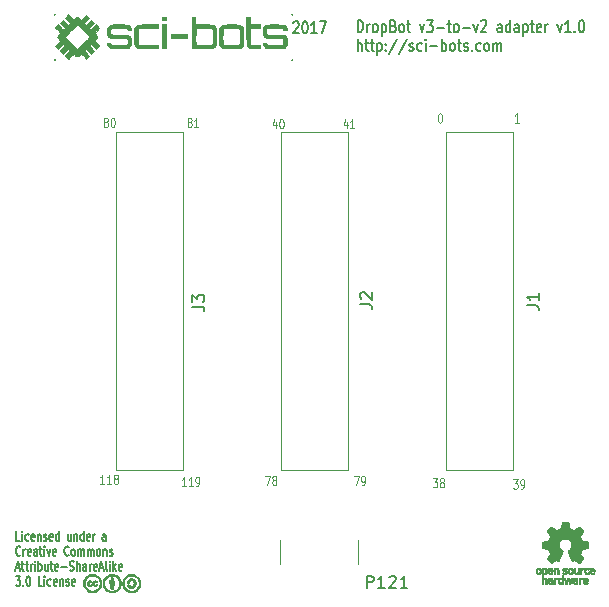
<source format=gto>
G04 #@! TF.FileFunction,Legend,Top*
%FSLAX46Y46*%
G04 Gerber Fmt 4.6, Leading zero omitted, Abs format (unit mm)*
G04 Created by KiCad (PCBNEW 4.0.1-stable) date 2017-04-12 2:11:18 PM*
%MOMM*%
G01*
G04 APERTURE LIST*
%ADD10C,0.150000*%
%ADD11C,0.100000*%
%ADD12C,0.200000*%
%ADD13C,0.099060*%
%ADD14C,0.120000*%
%ADD15C,0.010000*%
%ADD16C,0.203200*%
G04 APERTURE END LIST*
D10*
D11*
X65300000Y-76661905D02*
X64957143Y-76661905D01*
X65128571Y-76661905D02*
X65128571Y-75861905D01*
X65071428Y-75976190D01*
X65014286Y-76052381D01*
X64957143Y-76090476D01*
X65871429Y-76661905D02*
X65528572Y-76661905D01*
X65700000Y-76661905D02*
X65700000Y-75861905D01*
X65642857Y-75976190D01*
X65585715Y-76052381D01*
X65528572Y-76090476D01*
X66157144Y-76661905D02*
X66271429Y-76661905D01*
X66328572Y-76623810D01*
X66357144Y-76585714D01*
X66414286Y-76471429D01*
X66442858Y-76319048D01*
X66442858Y-76014286D01*
X66414286Y-75938095D01*
X66385715Y-75900000D01*
X66328572Y-75861905D01*
X66214286Y-75861905D01*
X66157144Y-75900000D01*
X66128572Y-75938095D01*
X66100001Y-76014286D01*
X66100001Y-76204762D01*
X66128572Y-76280952D01*
X66157144Y-76319048D01*
X66214286Y-76357143D01*
X66328572Y-76357143D01*
X66385715Y-76319048D01*
X66414286Y-76280952D01*
X66442858Y-76204762D01*
X58400000Y-76461905D02*
X58057143Y-76461905D01*
X58228571Y-76461905D02*
X58228571Y-75661905D01*
X58171428Y-75776190D01*
X58114286Y-75852381D01*
X58057143Y-75890476D01*
X58971429Y-76461905D02*
X58628572Y-76461905D01*
X58800000Y-76461905D02*
X58800000Y-75661905D01*
X58742857Y-75776190D01*
X58685715Y-75852381D01*
X58628572Y-75890476D01*
X59314286Y-76004762D02*
X59257144Y-75966667D01*
X59228572Y-75928571D01*
X59200001Y-75852381D01*
X59200001Y-75814286D01*
X59228572Y-75738095D01*
X59257144Y-75700000D01*
X59314286Y-75661905D01*
X59428572Y-75661905D01*
X59485715Y-75700000D01*
X59514286Y-75738095D01*
X59542858Y-75814286D01*
X59542858Y-75852381D01*
X59514286Y-75928571D01*
X59485715Y-75966667D01*
X59428572Y-76004762D01*
X59314286Y-76004762D01*
X59257144Y-76042857D01*
X59228572Y-76080952D01*
X59200001Y-76157143D01*
X59200001Y-76309524D01*
X59228572Y-76385714D01*
X59257144Y-76423810D01*
X59314286Y-76461905D01*
X59428572Y-76461905D01*
X59485715Y-76423810D01*
X59514286Y-76385714D01*
X59542858Y-76309524D01*
X59542858Y-76157143D01*
X59514286Y-76080952D01*
X59485715Y-76042857D01*
X59428572Y-76004762D01*
X65557142Y-45804762D02*
X65500000Y-45766667D01*
X65471428Y-45728571D01*
X65442857Y-45652381D01*
X65442857Y-45614286D01*
X65471428Y-45538095D01*
X65500000Y-45500000D01*
X65557142Y-45461905D01*
X65671428Y-45461905D01*
X65728571Y-45500000D01*
X65757142Y-45538095D01*
X65785714Y-45614286D01*
X65785714Y-45652381D01*
X65757142Y-45728571D01*
X65728571Y-45766667D01*
X65671428Y-45804762D01*
X65557142Y-45804762D01*
X65500000Y-45842857D01*
X65471428Y-45880952D01*
X65442857Y-45957143D01*
X65442857Y-46109524D01*
X65471428Y-46185714D01*
X65500000Y-46223810D01*
X65557142Y-46261905D01*
X65671428Y-46261905D01*
X65728571Y-46223810D01*
X65757142Y-46185714D01*
X65785714Y-46109524D01*
X65785714Y-45957143D01*
X65757142Y-45880952D01*
X65728571Y-45842857D01*
X65671428Y-45804762D01*
X66357143Y-46261905D02*
X66014286Y-46261905D01*
X66185714Y-46261905D02*
X66185714Y-45461905D01*
X66128571Y-45576190D01*
X66071429Y-45652381D01*
X66014286Y-45690476D01*
X58457142Y-45804762D02*
X58400000Y-45766667D01*
X58371428Y-45728571D01*
X58342857Y-45652381D01*
X58342857Y-45614286D01*
X58371428Y-45538095D01*
X58400000Y-45500000D01*
X58457142Y-45461905D01*
X58571428Y-45461905D01*
X58628571Y-45500000D01*
X58657142Y-45538095D01*
X58685714Y-45614286D01*
X58685714Y-45652381D01*
X58657142Y-45728571D01*
X58628571Y-45766667D01*
X58571428Y-45804762D01*
X58457142Y-45804762D01*
X58400000Y-45842857D01*
X58371428Y-45880952D01*
X58342857Y-45957143D01*
X58342857Y-46109524D01*
X58371428Y-46185714D01*
X58400000Y-46223810D01*
X58457142Y-46261905D01*
X58571428Y-46261905D01*
X58628571Y-46223810D01*
X58657142Y-46185714D01*
X58685714Y-46109524D01*
X58685714Y-45957143D01*
X58657142Y-45880952D01*
X58628571Y-45842857D01*
X58571428Y-45804762D01*
X59057143Y-45461905D02*
X59114286Y-45461905D01*
X59171429Y-45500000D01*
X59200000Y-45538095D01*
X59228571Y-45614286D01*
X59257143Y-45766667D01*
X59257143Y-45957143D01*
X59228571Y-46109524D01*
X59200000Y-46185714D01*
X59171429Y-46223810D01*
X59114286Y-46261905D01*
X59057143Y-46261905D01*
X59000000Y-46223810D01*
X58971429Y-46185714D01*
X58942857Y-46109524D01*
X58914286Y-45957143D01*
X58914286Y-45766667D01*
X58942857Y-45614286D01*
X58971429Y-45538095D01*
X59000000Y-45500000D01*
X59057143Y-45461905D01*
X78928571Y-45828571D02*
X78928571Y-46361905D01*
X78785714Y-45523810D02*
X78642857Y-46095238D01*
X79014285Y-46095238D01*
X79557143Y-46361905D02*
X79214286Y-46361905D01*
X79385714Y-46361905D02*
X79385714Y-45561905D01*
X79328571Y-45676190D01*
X79271429Y-45752381D01*
X79214286Y-45790476D01*
X72928571Y-45828571D02*
X72928571Y-46361905D01*
X72785714Y-45523810D02*
X72642857Y-46095238D01*
X73014285Y-46095238D01*
X73357143Y-45561905D02*
X73414286Y-45561905D01*
X73471429Y-45600000D01*
X73500000Y-45638095D01*
X73528571Y-45714286D01*
X73557143Y-45866667D01*
X73557143Y-46057143D01*
X73528571Y-46209524D01*
X73500000Y-46285714D01*
X73471429Y-46323810D01*
X73414286Y-46361905D01*
X73357143Y-46361905D01*
X73300000Y-46323810D01*
X73271429Y-46285714D01*
X73242857Y-46209524D01*
X73214286Y-46057143D01*
X73214286Y-45866667D01*
X73242857Y-45714286D01*
X73271429Y-45638095D01*
X73300000Y-45600000D01*
X73357143Y-45561905D01*
X79514285Y-75761905D02*
X79914285Y-75761905D01*
X79657142Y-76561905D01*
X80171429Y-76561905D02*
X80285714Y-76561905D01*
X80342857Y-76523810D01*
X80371429Y-76485714D01*
X80428571Y-76371429D01*
X80457143Y-76219048D01*
X80457143Y-75914286D01*
X80428571Y-75838095D01*
X80400000Y-75800000D01*
X80342857Y-75761905D01*
X80228571Y-75761905D01*
X80171429Y-75800000D01*
X80142857Y-75838095D01*
X80114286Y-75914286D01*
X80114286Y-76104762D01*
X80142857Y-76180952D01*
X80171429Y-76219048D01*
X80228571Y-76257143D01*
X80342857Y-76257143D01*
X80400000Y-76219048D01*
X80428571Y-76180952D01*
X80457143Y-76104762D01*
X72014285Y-75761905D02*
X72414285Y-75761905D01*
X72157142Y-76561905D01*
X72728571Y-76104762D02*
X72671429Y-76066667D01*
X72642857Y-76028571D01*
X72614286Y-75952381D01*
X72614286Y-75914286D01*
X72642857Y-75838095D01*
X72671429Y-75800000D01*
X72728571Y-75761905D01*
X72842857Y-75761905D01*
X72900000Y-75800000D01*
X72928571Y-75838095D01*
X72957143Y-75914286D01*
X72957143Y-75952381D01*
X72928571Y-76028571D01*
X72900000Y-76066667D01*
X72842857Y-76104762D01*
X72728571Y-76104762D01*
X72671429Y-76142857D01*
X72642857Y-76180952D01*
X72614286Y-76257143D01*
X72614286Y-76409524D01*
X72642857Y-76485714D01*
X72671429Y-76523810D01*
X72728571Y-76561905D01*
X72842857Y-76561905D01*
X72900000Y-76523810D01*
X72928571Y-76485714D01*
X72957143Y-76409524D01*
X72957143Y-76257143D01*
X72928571Y-76180952D01*
X72900000Y-76142857D01*
X72842857Y-76104762D01*
X93014285Y-76061905D02*
X93385714Y-76061905D01*
X93185714Y-76366667D01*
X93271428Y-76366667D01*
X93328571Y-76404762D01*
X93357142Y-76442857D01*
X93385714Y-76519048D01*
X93385714Y-76709524D01*
X93357142Y-76785714D01*
X93328571Y-76823810D01*
X93271428Y-76861905D01*
X93100000Y-76861905D01*
X93042857Y-76823810D01*
X93014285Y-76785714D01*
X93671429Y-76861905D02*
X93785714Y-76861905D01*
X93842857Y-76823810D01*
X93871429Y-76785714D01*
X93928571Y-76671429D01*
X93957143Y-76519048D01*
X93957143Y-76214286D01*
X93928571Y-76138095D01*
X93900000Y-76100000D01*
X93842857Y-76061905D01*
X93728571Y-76061905D01*
X93671429Y-76100000D01*
X93642857Y-76138095D01*
X93614286Y-76214286D01*
X93614286Y-76404762D01*
X93642857Y-76480952D01*
X93671429Y-76519048D01*
X93728571Y-76557143D01*
X93842857Y-76557143D01*
X93900000Y-76519048D01*
X93928571Y-76480952D01*
X93957143Y-76404762D01*
X86214285Y-75961905D02*
X86585714Y-75961905D01*
X86385714Y-76266667D01*
X86471428Y-76266667D01*
X86528571Y-76304762D01*
X86557142Y-76342857D01*
X86585714Y-76419048D01*
X86585714Y-76609524D01*
X86557142Y-76685714D01*
X86528571Y-76723810D01*
X86471428Y-76761905D01*
X86300000Y-76761905D01*
X86242857Y-76723810D01*
X86214285Y-76685714D01*
X86928571Y-76304762D02*
X86871429Y-76266667D01*
X86842857Y-76228571D01*
X86814286Y-76152381D01*
X86814286Y-76114286D01*
X86842857Y-76038095D01*
X86871429Y-76000000D01*
X86928571Y-75961905D01*
X87042857Y-75961905D01*
X87100000Y-76000000D01*
X87128571Y-76038095D01*
X87157143Y-76114286D01*
X87157143Y-76152381D01*
X87128571Y-76228571D01*
X87100000Y-76266667D01*
X87042857Y-76304762D01*
X86928571Y-76304762D01*
X86871429Y-76342857D01*
X86842857Y-76380952D01*
X86814286Y-76457143D01*
X86814286Y-76609524D01*
X86842857Y-76685714D01*
X86871429Y-76723810D01*
X86928571Y-76761905D01*
X87042857Y-76761905D01*
X87100000Y-76723810D01*
X87128571Y-76685714D01*
X87157143Y-76609524D01*
X87157143Y-76457143D01*
X87128571Y-76380952D01*
X87100000Y-76342857D01*
X87042857Y-76304762D01*
X93471429Y-45861905D02*
X93128572Y-45861905D01*
X93300000Y-45861905D02*
X93300000Y-45061905D01*
X93242857Y-45176190D01*
X93185715Y-45252381D01*
X93128572Y-45290476D01*
X86771429Y-45061905D02*
X86828572Y-45061905D01*
X86885715Y-45100000D01*
X86914286Y-45138095D01*
X86942857Y-45214286D01*
X86971429Y-45366667D01*
X86971429Y-45557143D01*
X86942857Y-45709524D01*
X86914286Y-45785714D01*
X86885715Y-45823810D01*
X86828572Y-45861905D01*
X86771429Y-45861905D01*
X86714286Y-45823810D01*
X86685715Y-45785714D01*
X86657143Y-45709524D01*
X86628572Y-45557143D01*
X86628572Y-45366667D01*
X86657143Y-45214286D01*
X86685715Y-45138095D01*
X86714286Y-45100000D01*
X86771429Y-45061905D01*
D10*
X51228571Y-81260905D02*
X50942857Y-81260905D01*
X50942857Y-80460905D01*
X51428571Y-81260905D02*
X51428571Y-80727571D01*
X51428571Y-80460905D02*
X51400000Y-80499000D01*
X51428571Y-80537095D01*
X51457143Y-80499000D01*
X51428571Y-80460905D01*
X51428571Y-80537095D01*
X51971428Y-81222810D02*
X51914285Y-81260905D01*
X51799999Y-81260905D01*
X51742857Y-81222810D01*
X51714285Y-81184714D01*
X51685714Y-81108524D01*
X51685714Y-80879952D01*
X51714285Y-80803762D01*
X51742857Y-80765667D01*
X51799999Y-80727571D01*
X51914285Y-80727571D01*
X51971428Y-80765667D01*
X52457143Y-81222810D02*
X52400000Y-81260905D01*
X52285714Y-81260905D01*
X52228571Y-81222810D01*
X52200000Y-81146619D01*
X52200000Y-80841857D01*
X52228571Y-80765667D01*
X52285714Y-80727571D01*
X52400000Y-80727571D01*
X52457143Y-80765667D01*
X52485714Y-80841857D01*
X52485714Y-80918048D01*
X52200000Y-80994238D01*
X52742857Y-80727571D02*
X52742857Y-81260905D01*
X52742857Y-80803762D02*
X52771429Y-80765667D01*
X52828571Y-80727571D01*
X52914286Y-80727571D01*
X52971429Y-80765667D01*
X53000000Y-80841857D01*
X53000000Y-81260905D01*
X53257143Y-81222810D02*
X53314286Y-81260905D01*
X53428571Y-81260905D01*
X53485714Y-81222810D01*
X53514286Y-81146619D01*
X53514286Y-81108524D01*
X53485714Y-81032333D01*
X53428571Y-80994238D01*
X53342857Y-80994238D01*
X53285714Y-80956143D01*
X53257143Y-80879952D01*
X53257143Y-80841857D01*
X53285714Y-80765667D01*
X53342857Y-80727571D01*
X53428571Y-80727571D01*
X53485714Y-80765667D01*
X54000000Y-81222810D02*
X53942857Y-81260905D01*
X53828571Y-81260905D01*
X53771428Y-81222810D01*
X53742857Y-81146619D01*
X53742857Y-80841857D01*
X53771428Y-80765667D01*
X53828571Y-80727571D01*
X53942857Y-80727571D01*
X54000000Y-80765667D01*
X54028571Y-80841857D01*
X54028571Y-80918048D01*
X53742857Y-80994238D01*
X54542857Y-81260905D02*
X54542857Y-80460905D01*
X54542857Y-81222810D02*
X54485714Y-81260905D01*
X54371428Y-81260905D01*
X54314286Y-81222810D01*
X54285714Y-81184714D01*
X54257143Y-81108524D01*
X54257143Y-80879952D01*
X54285714Y-80803762D01*
X54314286Y-80765667D01*
X54371428Y-80727571D01*
X54485714Y-80727571D01*
X54542857Y-80765667D01*
X55542857Y-80727571D02*
X55542857Y-81260905D01*
X55285714Y-80727571D02*
X55285714Y-81146619D01*
X55314286Y-81222810D01*
X55371428Y-81260905D01*
X55457143Y-81260905D01*
X55514286Y-81222810D01*
X55542857Y-81184714D01*
X55828571Y-80727571D02*
X55828571Y-81260905D01*
X55828571Y-80803762D02*
X55857143Y-80765667D01*
X55914285Y-80727571D01*
X56000000Y-80727571D01*
X56057143Y-80765667D01*
X56085714Y-80841857D01*
X56085714Y-81260905D01*
X56628571Y-81260905D02*
X56628571Y-80460905D01*
X56628571Y-81222810D02*
X56571428Y-81260905D01*
X56457142Y-81260905D01*
X56400000Y-81222810D01*
X56371428Y-81184714D01*
X56342857Y-81108524D01*
X56342857Y-80879952D01*
X56371428Y-80803762D01*
X56400000Y-80765667D01*
X56457142Y-80727571D01*
X56571428Y-80727571D01*
X56628571Y-80765667D01*
X57142857Y-81222810D02*
X57085714Y-81260905D01*
X56971428Y-81260905D01*
X56914285Y-81222810D01*
X56885714Y-81146619D01*
X56885714Y-80841857D01*
X56914285Y-80765667D01*
X56971428Y-80727571D01*
X57085714Y-80727571D01*
X57142857Y-80765667D01*
X57171428Y-80841857D01*
X57171428Y-80918048D01*
X56885714Y-80994238D01*
X57428571Y-81260905D02*
X57428571Y-80727571D01*
X57428571Y-80879952D02*
X57457143Y-80803762D01*
X57485714Y-80765667D01*
X57542857Y-80727571D01*
X57600000Y-80727571D01*
X58514286Y-81260905D02*
X58514286Y-80841857D01*
X58485715Y-80765667D01*
X58428572Y-80727571D01*
X58314286Y-80727571D01*
X58257143Y-80765667D01*
X58514286Y-81222810D02*
X58457143Y-81260905D01*
X58314286Y-81260905D01*
X58257143Y-81222810D01*
X58228572Y-81146619D01*
X58228572Y-81070429D01*
X58257143Y-80994238D01*
X58314286Y-80956143D01*
X58457143Y-80956143D01*
X58514286Y-80918048D01*
X51285714Y-82454714D02*
X51257143Y-82492810D01*
X51171429Y-82530905D01*
X51114286Y-82530905D01*
X51028571Y-82492810D01*
X50971429Y-82416619D01*
X50942857Y-82340429D01*
X50914286Y-82188048D01*
X50914286Y-82073762D01*
X50942857Y-81921381D01*
X50971429Y-81845190D01*
X51028571Y-81769000D01*
X51114286Y-81730905D01*
X51171429Y-81730905D01*
X51257143Y-81769000D01*
X51285714Y-81807095D01*
X51542857Y-82530905D02*
X51542857Y-81997571D01*
X51542857Y-82149952D02*
X51571429Y-82073762D01*
X51600000Y-82035667D01*
X51657143Y-81997571D01*
X51714286Y-81997571D01*
X52142858Y-82492810D02*
X52085715Y-82530905D01*
X51971429Y-82530905D01*
X51914286Y-82492810D01*
X51885715Y-82416619D01*
X51885715Y-82111857D01*
X51914286Y-82035667D01*
X51971429Y-81997571D01*
X52085715Y-81997571D01*
X52142858Y-82035667D01*
X52171429Y-82111857D01*
X52171429Y-82188048D01*
X51885715Y-82264238D01*
X52685715Y-82530905D02*
X52685715Y-82111857D01*
X52657144Y-82035667D01*
X52600001Y-81997571D01*
X52485715Y-81997571D01*
X52428572Y-82035667D01*
X52685715Y-82492810D02*
X52628572Y-82530905D01*
X52485715Y-82530905D01*
X52428572Y-82492810D01*
X52400001Y-82416619D01*
X52400001Y-82340429D01*
X52428572Y-82264238D01*
X52485715Y-82226143D01*
X52628572Y-82226143D01*
X52685715Y-82188048D01*
X52885715Y-81997571D02*
X53114286Y-81997571D01*
X52971429Y-81730905D02*
X52971429Y-82416619D01*
X53000001Y-82492810D01*
X53057143Y-82530905D01*
X53114286Y-82530905D01*
X53314286Y-82530905D02*
X53314286Y-81997571D01*
X53314286Y-81730905D02*
X53285715Y-81769000D01*
X53314286Y-81807095D01*
X53342858Y-81769000D01*
X53314286Y-81730905D01*
X53314286Y-81807095D01*
X53542857Y-81997571D02*
X53685714Y-82530905D01*
X53828572Y-81997571D01*
X54285715Y-82492810D02*
X54228572Y-82530905D01*
X54114286Y-82530905D01*
X54057143Y-82492810D01*
X54028572Y-82416619D01*
X54028572Y-82111857D01*
X54057143Y-82035667D01*
X54114286Y-81997571D01*
X54228572Y-81997571D01*
X54285715Y-82035667D01*
X54314286Y-82111857D01*
X54314286Y-82188048D01*
X54028572Y-82264238D01*
X55371429Y-82454714D02*
X55342858Y-82492810D01*
X55257144Y-82530905D01*
X55200001Y-82530905D01*
X55114286Y-82492810D01*
X55057144Y-82416619D01*
X55028572Y-82340429D01*
X55000001Y-82188048D01*
X55000001Y-82073762D01*
X55028572Y-81921381D01*
X55057144Y-81845190D01*
X55114286Y-81769000D01*
X55200001Y-81730905D01*
X55257144Y-81730905D01*
X55342858Y-81769000D01*
X55371429Y-81807095D01*
X55714286Y-82530905D02*
X55657144Y-82492810D01*
X55628572Y-82454714D01*
X55600001Y-82378524D01*
X55600001Y-82149952D01*
X55628572Y-82073762D01*
X55657144Y-82035667D01*
X55714286Y-81997571D01*
X55800001Y-81997571D01*
X55857144Y-82035667D01*
X55885715Y-82073762D01*
X55914286Y-82149952D01*
X55914286Y-82378524D01*
X55885715Y-82454714D01*
X55857144Y-82492810D01*
X55800001Y-82530905D01*
X55714286Y-82530905D01*
X56171429Y-82530905D02*
X56171429Y-81997571D01*
X56171429Y-82073762D02*
X56200001Y-82035667D01*
X56257143Y-81997571D01*
X56342858Y-81997571D01*
X56400001Y-82035667D01*
X56428572Y-82111857D01*
X56428572Y-82530905D01*
X56428572Y-82111857D02*
X56457143Y-82035667D01*
X56514286Y-81997571D01*
X56600001Y-81997571D01*
X56657143Y-82035667D01*
X56685715Y-82111857D01*
X56685715Y-82530905D01*
X56971429Y-82530905D02*
X56971429Y-81997571D01*
X56971429Y-82073762D02*
X57000001Y-82035667D01*
X57057143Y-81997571D01*
X57142858Y-81997571D01*
X57200001Y-82035667D01*
X57228572Y-82111857D01*
X57228572Y-82530905D01*
X57228572Y-82111857D02*
X57257143Y-82035667D01*
X57314286Y-81997571D01*
X57400001Y-81997571D01*
X57457143Y-82035667D01*
X57485715Y-82111857D01*
X57485715Y-82530905D01*
X57857143Y-82530905D02*
X57800001Y-82492810D01*
X57771429Y-82454714D01*
X57742858Y-82378524D01*
X57742858Y-82149952D01*
X57771429Y-82073762D01*
X57800001Y-82035667D01*
X57857143Y-81997571D01*
X57942858Y-81997571D01*
X58000001Y-82035667D01*
X58028572Y-82073762D01*
X58057143Y-82149952D01*
X58057143Y-82378524D01*
X58028572Y-82454714D01*
X58000001Y-82492810D01*
X57942858Y-82530905D01*
X57857143Y-82530905D01*
X58314286Y-81997571D02*
X58314286Y-82530905D01*
X58314286Y-82073762D02*
X58342858Y-82035667D01*
X58400000Y-81997571D01*
X58485715Y-81997571D01*
X58542858Y-82035667D01*
X58571429Y-82111857D01*
X58571429Y-82530905D01*
X58828572Y-82492810D02*
X58885715Y-82530905D01*
X59000000Y-82530905D01*
X59057143Y-82492810D01*
X59085715Y-82416619D01*
X59085715Y-82378524D01*
X59057143Y-82302333D01*
X59000000Y-82264238D01*
X58914286Y-82264238D01*
X58857143Y-82226143D01*
X58828572Y-82149952D01*
X58828572Y-82111857D01*
X58857143Y-82035667D01*
X58914286Y-81997571D01*
X59000000Y-81997571D01*
X59057143Y-82035667D01*
X50914286Y-83572333D02*
X51200000Y-83572333D01*
X50857143Y-83800905D02*
X51057143Y-83000905D01*
X51257143Y-83800905D01*
X51371429Y-83267571D02*
X51600000Y-83267571D01*
X51457143Y-83000905D02*
X51457143Y-83686619D01*
X51485715Y-83762810D01*
X51542857Y-83800905D01*
X51600000Y-83800905D01*
X51714286Y-83267571D02*
X51942857Y-83267571D01*
X51800000Y-83000905D02*
X51800000Y-83686619D01*
X51828572Y-83762810D01*
X51885714Y-83800905D01*
X51942857Y-83800905D01*
X52142857Y-83800905D02*
X52142857Y-83267571D01*
X52142857Y-83419952D02*
X52171429Y-83343762D01*
X52200000Y-83305667D01*
X52257143Y-83267571D01*
X52314286Y-83267571D01*
X52514286Y-83800905D02*
X52514286Y-83267571D01*
X52514286Y-83000905D02*
X52485715Y-83039000D01*
X52514286Y-83077095D01*
X52542858Y-83039000D01*
X52514286Y-83000905D01*
X52514286Y-83077095D01*
X52800000Y-83800905D02*
X52800000Y-83000905D01*
X52800000Y-83305667D02*
X52857143Y-83267571D01*
X52971429Y-83267571D01*
X53028572Y-83305667D01*
X53057143Y-83343762D01*
X53085714Y-83419952D01*
X53085714Y-83648524D01*
X53057143Y-83724714D01*
X53028572Y-83762810D01*
X52971429Y-83800905D01*
X52857143Y-83800905D01*
X52800000Y-83762810D01*
X53600000Y-83267571D02*
X53600000Y-83800905D01*
X53342857Y-83267571D02*
X53342857Y-83686619D01*
X53371429Y-83762810D01*
X53428571Y-83800905D01*
X53514286Y-83800905D01*
X53571429Y-83762810D01*
X53600000Y-83724714D01*
X53800000Y-83267571D02*
X54028571Y-83267571D01*
X53885714Y-83000905D02*
X53885714Y-83686619D01*
X53914286Y-83762810D01*
X53971428Y-83800905D01*
X54028571Y-83800905D01*
X54457143Y-83762810D02*
X54400000Y-83800905D01*
X54285714Y-83800905D01*
X54228571Y-83762810D01*
X54200000Y-83686619D01*
X54200000Y-83381857D01*
X54228571Y-83305667D01*
X54285714Y-83267571D01*
X54400000Y-83267571D01*
X54457143Y-83305667D01*
X54485714Y-83381857D01*
X54485714Y-83458048D01*
X54200000Y-83534238D01*
X54742857Y-83496143D02*
X55200000Y-83496143D01*
X55457143Y-83762810D02*
X55542857Y-83800905D01*
X55685714Y-83800905D01*
X55742857Y-83762810D01*
X55771428Y-83724714D01*
X55800000Y-83648524D01*
X55800000Y-83572333D01*
X55771428Y-83496143D01*
X55742857Y-83458048D01*
X55685714Y-83419952D01*
X55571428Y-83381857D01*
X55514286Y-83343762D01*
X55485714Y-83305667D01*
X55457143Y-83229476D01*
X55457143Y-83153286D01*
X55485714Y-83077095D01*
X55514286Y-83039000D01*
X55571428Y-83000905D01*
X55714286Y-83000905D01*
X55800000Y-83039000D01*
X56057143Y-83800905D02*
X56057143Y-83000905D01*
X56314286Y-83800905D02*
X56314286Y-83381857D01*
X56285715Y-83305667D01*
X56228572Y-83267571D01*
X56142857Y-83267571D01*
X56085715Y-83305667D01*
X56057143Y-83343762D01*
X56857143Y-83800905D02*
X56857143Y-83381857D01*
X56828572Y-83305667D01*
X56771429Y-83267571D01*
X56657143Y-83267571D01*
X56600000Y-83305667D01*
X56857143Y-83762810D02*
X56800000Y-83800905D01*
X56657143Y-83800905D01*
X56600000Y-83762810D01*
X56571429Y-83686619D01*
X56571429Y-83610429D01*
X56600000Y-83534238D01*
X56657143Y-83496143D01*
X56800000Y-83496143D01*
X56857143Y-83458048D01*
X57142857Y-83800905D02*
X57142857Y-83267571D01*
X57142857Y-83419952D02*
X57171429Y-83343762D01*
X57200000Y-83305667D01*
X57257143Y-83267571D01*
X57314286Y-83267571D01*
X57742858Y-83762810D02*
X57685715Y-83800905D01*
X57571429Y-83800905D01*
X57514286Y-83762810D01*
X57485715Y-83686619D01*
X57485715Y-83381857D01*
X57514286Y-83305667D01*
X57571429Y-83267571D01*
X57685715Y-83267571D01*
X57742858Y-83305667D01*
X57771429Y-83381857D01*
X57771429Y-83458048D01*
X57485715Y-83534238D01*
X58000001Y-83572333D02*
X58285715Y-83572333D01*
X57942858Y-83800905D02*
X58142858Y-83000905D01*
X58342858Y-83800905D01*
X58628572Y-83800905D02*
X58571430Y-83762810D01*
X58542858Y-83686619D01*
X58542858Y-83000905D01*
X58857144Y-83800905D02*
X58857144Y-83267571D01*
X58857144Y-83000905D02*
X58828573Y-83039000D01*
X58857144Y-83077095D01*
X58885716Y-83039000D01*
X58857144Y-83000905D01*
X58857144Y-83077095D01*
X59142858Y-83800905D02*
X59142858Y-83000905D01*
X59200001Y-83496143D02*
X59371430Y-83800905D01*
X59371430Y-83267571D02*
X59142858Y-83572333D01*
X59857144Y-83762810D02*
X59800001Y-83800905D01*
X59685715Y-83800905D01*
X59628572Y-83762810D01*
X59600001Y-83686619D01*
X59600001Y-83381857D01*
X59628572Y-83305667D01*
X59685715Y-83267571D01*
X59800001Y-83267571D01*
X59857144Y-83305667D01*
X59885715Y-83381857D01*
X59885715Y-83458048D01*
X59600001Y-83534238D01*
X50885714Y-84270905D02*
X51257143Y-84270905D01*
X51057143Y-84575667D01*
X51142857Y-84575667D01*
X51200000Y-84613762D01*
X51228571Y-84651857D01*
X51257143Y-84728048D01*
X51257143Y-84918524D01*
X51228571Y-84994714D01*
X51200000Y-85032810D01*
X51142857Y-85070905D01*
X50971429Y-85070905D01*
X50914286Y-85032810D01*
X50885714Y-84994714D01*
X51514286Y-84994714D02*
X51542858Y-85032810D01*
X51514286Y-85070905D01*
X51485715Y-85032810D01*
X51514286Y-84994714D01*
X51514286Y-85070905D01*
X51914286Y-84270905D02*
X51971429Y-84270905D01*
X52028572Y-84309000D01*
X52057143Y-84347095D01*
X52085714Y-84423286D01*
X52114286Y-84575667D01*
X52114286Y-84766143D01*
X52085714Y-84918524D01*
X52057143Y-84994714D01*
X52028572Y-85032810D01*
X51971429Y-85070905D01*
X51914286Y-85070905D01*
X51857143Y-85032810D01*
X51828572Y-84994714D01*
X51800000Y-84918524D01*
X51771429Y-84766143D01*
X51771429Y-84575667D01*
X51800000Y-84423286D01*
X51828572Y-84347095D01*
X51857143Y-84309000D01*
X51914286Y-84270905D01*
X53114286Y-85070905D02*
X52828572Y-85070905D01*
X52828572Y-84270905D01*
X53314286Y-85070905D02*
X53314286Y-84537571D01*
X53314286Y-84270905D02*
X53285715Y-84309000D01*
X53314286Y-84347095D01*
X53342858Y-84309000D01*
X53314286Y-84270905D01*
X53314286Y-84347095D01*
X53857143Y-85032810D02*
X53800000Y-85070905D01*
X53685714Y-85070905D01*
X53628572Y-85032810D01*
X53600000Y-84994714D01*
X53571429Y-84918524D01*
X53571429Y-84689952D01*
X53600000Y-84613762D01*
X53628572Y-84575667D01*
X53685714Y-84537571D01*
X53800000Y-84537571D01*
X53857143Y-84575667D01*
X54342858Y-85032810D02*
X54285715Y-85070905D01*
X54171429Y-85070905D01*
X54114286Y-85032810D01*
X54085715Y-84956619D01*
X54085715Y-84651857D01*
X54114286Y-84575667D01*
X54171429Y-84537571D01*
X54285715Y-84537571D01*
X54342858Y-84575667D01*
X54371429Y-84651857D01*
X54371429Y-84728048D01*
X54085715Y-84804238D01*
X54628572Y-84537571D02*
X54628572Y-85070905D01*
X54628572Y-84613762D02*
X54657144Y-84575667D01*
X54714286Y-84537571D01*
X54800001Y-84537571D01*
X54857144Y-84575667D01*
X54885715Y-84651857D01*
X54885715Y-85070905D01*
X55142858Y-85032810D02*
X55200001Y-85070905D01*
X55314286Y-85070905D01*
X55371429Y-85032810D01*
X55400001Y-84956619D01*
X55400001Y-84918524D01*
X55371429Y-84842333D01*
X55314286Y-84804238D01*
X55228572Y-84804238D01*
X55171429Y-84766143D01*
X55142858Y-84689952D01*
X55142858Y-84651857D01*
X55171429Y-84575667D01*
X55228572Y-84537571D01*
X55314286Y-84537571D01*
X55371429Y-84575667D01*
X55885715Y-85032810D02*
X55828572Y-85070905D01*
X55714286Y-85070905D01*
X55657143Y-85032810D01*
X55628572Y-84956619D01*
X55628572Y-84651857D01*
X55657143Y-84575667D01*
X55714286Y-84537571D01*
X55828572Y-84537571D01*
X55885715Y-84575667D01*
X55914286Y-84651857D01*
X55914286Y-84728048D01*
X55628572Y-84804238D01*
D12*
X74378571Y-37397619D02*
X74416666Y-37350000D01*
X74492857Y-37302381D01*
X74683333Y-37302381D01*
X74759523Y-37350000D01*
X74797619Y-37397619D01*
X74835714Y-37492857D01*
X74835714Y-37588095D01*
X74797619Y-37730952D01*
X74340476Y-38302381D01*
X74835714Y-38302381D01*
X75330952Y-37302381D02*
X75407143Y-37302381D01*
X75483333Y-37350000D01*
X75521428Y-37397619D01*
X75559524Y-37492857D01*
X75597619Y-37683333D01*
X75597619Y-37921429D01*
X75559524Y-38111905D01*
X75521428Y-38207143D01*
X75483333Y-38254762D01*
X75407143Y-38302381D01*
X75330952Y-38302381D01*
X75254762Y-38254762D01*
X75216666Y-38207143D01*
X75178571Y-38111905D01*
X75140476Y-37921429D01*
X75140476Y-37683333D01*
X75178571Y-37492857D01*
X75216666Y-37397619D01*
X75254762Y-37350000D01*
X75330952Y-37302381D01*
X76359524Y-38302381D02*
X75902381Y-38302381D01*
X76130952Y-38302381D02*
X76130952Y-37302381D01*
X76054762Y-37445238D01*
X75978571Y-37540476D01*
X75902381Y-37588095D01*
X76626191Y-37302381D02*
X77159524Y-37302381D01*
X76816667Y-38302381D01*
X79840476Y-38202381D02*
X79840476Y-37202381D01*
X80030952Y-37202381D01*
X80145238Y-37250000D01*
X80221429Y-37345238D01*
X80259524Y-37440476D01*
X80297619Y-37630952D01*
X80297619Y-37773810D01*
X80259524Y-37964286D01*
X80221429Y-38059524D01*
X80145238Y-38154762D01*
X80030952Y-38202381D01*
X79840476Y-38202381D01*
X80640476Y-38202381D02*
X80640476Y-37535714D01*
X80640476Y-37726190D02*
X80678571Y-37630952D01*
X80716667Y-37583333D01*
X80792857Y-37535714D01*
X80869048Y-37535714D01*
X81250000Y-38202381D02*
X81173809Y-38154762D01*
X81135714Y-38107143D01*
X81097619Y-38011905D01*
X81097619Y-37726190D01*
X81135714Y-37630952D01*
X81173809Y-37583333D01*
X81250000Y-37535714D01*
X81364286Y-37535714D01*
X81440476Y-37583333D01*
X81478571Y-37630952D01*
X81516667Y-37726190D01*
X81516667Y-38011905D01*
X81478571Y-38107143D01*
X81440476Y-38154762D01*
X81364286Y-38202381D01*
X81250000Y-38202381D01*
X81859524Y-37535714D02*
X81859524Y-38535714D01*
X81859524Y-37583333D02*
X81935715Y-37535714D01*
X82088096Y-37535714D01*
X82164286Y-37583333D01*
X82202381Y-37630952D01*
X82240477Y-37726190D01*
X82240477Y-38011905D01*
X82202381Y-38107143D01*
X82164286Y-38154762D01*
X82088096Y-38202381D01*
X81935715Y-38202381D01*
X81859524Y-38154762D01*
X82850001Y-37678571D02*
X82964287Y-37726190D01*
X83002382Y-37773810D01*
X83040477Y-37869048D01*
X83040477Y-38011905D01*
X83002382Y-38107143D01*
X82964287Y-38154762D01*
X82888096Y-38202381D01*
X82583334Y-38202381D01*
X82583334Y-37202381D01*
X82850001Y-37202381D01*
X82926191Y-37250000D01*
X82964287Y-37297619D01*
X83002382Y-37392857D01*
X83002382Y-37488095D01*
X82964287Y-37583333D01*
X82926191Y-37630952D01*
X82850001Y-37678571D01*
X82583334Y-37678571D01*
X83497620Y-38202381D02*
X83421429Y-38154762D01*
X83383334Y-38107143D01*
X83345239Y-38011905D01*
X83345239Y-37726190D01*
X83383334Y-37630952D01*
X83421429Y-37583333D01*
X83497620Y-37535714D01*
X83611906Y-37535714D01*
X83688096Y-37583333D01*
X83726191Y-37630952D01*
X83764287Y-37726190D01*
X83764287Y-38011905D01*
X83726191Y-38107143D01*
X83688096Y-38154762D01*
X83611906Y-38202381D01*
X83497620Y-38202381D01*
X83992858Y-37535714D02*
X84297620Y-37535714D01*
X84107144Y-37202381D02*
X84107144Y-38059524D01*
X84145239Y-38154762D01*
X84221430Y-38202381D01*
X84297620Y-38202381D01*
X85097621Y-37535714D02*
X85288097Y-38202381D01*
X85478573Y-37535714D01*
X85707145Y-37202381D02*
X86202383Y-37202381D01*
X85935716Y-37583333D01*
X86050002Y-37583333D01*
X86126192Y-37630952D01*
X86164288Y-37678571D01*
X86202383Y-37773810D01*
X86202383Y-38011905D01*
X86164288Y-38107143D01*
X86126192Y-38154762D01*
X86050002Y-38202381D01*
X85821430Y-38202381D01*
X85745240Y-38154762D01*
X85707145Y-38107143D01*
X86545240Y-37821429D02*
X87154764Y-37821429D01*
X87421430Y-37535714D02*
X87726192Y-37535714D01*
X87535716Y-37202381D02*
X87535716Y-38059524D01*
X87573811Y-38154762D01*
X87650002Y-38202381D01*
X87726192Y-38202381D01*
X88107145Y-38202381D02*
X88030954Y-38154762D01*
X87992859Y-38107143D01*
X87954764Y-38011905D01*
X87954764Y-37726190D01*
X87992859Y-37630952D01*
X88030954Y-37583333D01*
X88107145Y-37535714D01*
X88221431Y-37535714D01*
X88297621Y-37583333D01*
X88335716Y-37630952D01*
X88373812Y-37726190D01*
X88373812Y-38011905D01*
X88335716Y-38107143D01*
X88297621Y-38154762D01*
X88221431Y-38202381D01*
X88107145Y-38202381D01*
X88716669Y-37821429D02*
X89326193Y-37821429D01*
X89630955Y-37535714D02*
X89821431Y-38202381D01*
X90011907Y-37535714D01*
X90278574Y-37297619D02*
X90316669Y-37250000D01*
X90392860Y-37202381D01*
X90583336Y-37202381D01*
X90659526Y-37250000D01*
X90697622Y-37297619D01*
X90735717Y-37392857D01*
X90735717Y-37488095D01*
X90697622Y-37630952D01*
X90240479Y-38202381D01*
X90735717Y-38202381D01*
X92030955Y-38202381D02*
X92030955Y-37678571D01*
X91992860Y-37583333D01*
X91916670Y-37535714D01*
X91764289Y-37535714D01*
X91688098Y-37583333D01*
X92030955Y-38154762D02*
X91954765Y-38202381D01*
X91764289Y-38202381D01*
X91688098Y-38154762D01*
X91650003Y-38059524D01*
X91650003Y-37964286D01*
X91688098Y-37869048D01*
X91764289Y-37821429D01*
X91954765Y-37821429D01*
X92030955Y-37773810D01*
X92754765Y-38202381D02*
X92754765Y-37202381D01*
X92754765Y-38154762D02*
X92678575Y-38202381D01*
X92526194Y-38202381D01*
X92450003Y-38154762D01*
X92411908Y-38107143D01*
X92373813Y-38011905D01*
X92373813Y-37726190D01*
X92411908Y-37630952D01*
X92450003Y-37583333D01*
X92526194Y-37535714D01*
X92678575Y-37535714D01*
X92754765Y-37583333D01*
X93478575Y-38202381D02*
X93478575Y-37678571D01*
X93440480Y-37583333D01*
X93364290Y-37535714D01*
X93211909Y-37535714D01*
X93135718Y-37583333D01*
X93478575Y-38154762D02*
X93402385Y-38202381D01*
X93211909Y-38202381D01*
X93135718Y-38154762D01*
X93097623Y-38059524D01*
X93097623Y-37964286D01*
X93135718Y-37869048D01*
X93211909Y-37821429D01*
X93402385Y-37821429D01*
X93478575Y-37773810D01*
X93859528Y-37535714D02*
X93859528Y-38535714D01*
X93859528Y-37583333D02*
X93935719Y-37535714D01*
X94088100Y-37535714D01*
X94164290Y-37583333D01*
X94202385Y-37630952D01*
X94240481Y-37726190D01*
X94240481Y-38011905D01*
X94202385Y-38107143D01*
X94164290Y-38154762D01*
X94088100Y-38202381D01*
X93935719Y-38202381D01*
X93859528Y-38154762D01*
X94469052Y-37535714D02*
X94773814Y-37535714D01*
X94583338Y-37202381D02*
X94583338Y-38059524D01*
X94621433Y-38154762D01*
X94697624Y-38202381D01*
X94773814Y-38202381D01*
X95345243Y-38154762D02*
X95269053Y-38202381D01*
X95116672Y-38202381D01*
X95040481Y-38154762D01*
X95002386Y-38059524D01*
X95002386Y-37678571D01*
X95040481Y-37583333D01*
X95116672Y-37535714D01*
X95269053Y-37535714D01*
X95345243Y-37583333D01*
X95383338Y-37678571D01*
X95383338Y-37773810D01*
X95002386Y-37869048D01*
X95726195Y-38202381D02*
X95726195Y-37535714D01*
X95726195Y-37726190D02*
X95764290Y-37630952D01*
X95802386Y-37583333D01*
X95878576Y-37535714D01*
X95954767Y-37535714D01*
X96754767Y-37535714D02*
X96945243Y-38202381D01*
X97135719Y-37535714D01*
X97859529Y-38202381D02*
X97402386Y-38202381D01*
X97630957Y-38202381D02*
X97630957Y-37202381D01*
X97554767Y-37345238D01*
X97478576Y-37440476D01*
X97402386Y-37488095D01*
X98202386Y-38107143D02*
X98240481Y-38154762D01*
X98202386Y-38202381D01*
X98164291Y-38154762D01*
X98202386Y-38107143D01*
X98202386Y-38202381D01*
X98735719Y-37202381D02*
X98811910Y-37202381D01*
X98888100Y-37250000D01*
X98926195Y-37297619D01*
X98964291Y-37392857D01*
X99002386Y-37583333D01*
X99002386Y-37821429D01*
X98964291Y-38011905D01*
X98926195Y-38107143D01*
X98888100Y-38154762D01*
X98811910Y-38202381D01*
X98735719Y-38202381D01*
X98659529Y-38154762D01*
X98621433Y-38107143D01*
X98583338Y-38011905D01*
X98545243Y-37821429D01*
X98545243Y-37583333D01*
X98583338Y-37392857D01*
X98621433Y-37297619D01*
X98659529Y-37250000D01*
X98735719Y-37202381D01*
X79840476Y-39802381D02*
X79840476Y-38802381D01*
X80183333Y-39802381D02*
X80183333Y-39278571D01*
X80145238Y-39183333D01*
X80069048Y-39135714D01*
X79954762Y-39135714D01*
X79878571Y-39183333D01*
X79840476Y-39230952D01*
X80450000Y-39135714D02*
X80754762Y-39135714D01*
X80564286Y-38802381D02*
X80564286Y-39659524D01*
X80602381Y-39754762D01*
X80678572Y-39802381D01*
X80754762Y-39802381D01*
X80907143Y-39135714D02*
X81211905Y-39135714D01*
X81021429Y-38802381D02*
X81021429Y-39659524D01*
X81059524Y-39754762D01*
X81135715Y-39802381D01*
X81211905Y-39802381D01*
X81478572Y-39135714D02*
X81478572Y-40135714D01*
X81478572Y-39183333D02*
X81554763Y-39135714D01*
X81707144Y-39135714D01*
X81783334Y-39183333D01*
X81821429Y-39230952D01*
X81859525Y-39326190D01*
X81859525Y-39611905D01*
X81821429Y-39707143D01*
X81783334Y-39754762D01*
X81707144Y-39802381D01*
X81554763Y-39802381D01*
X81478572Y-39754762D01*
X82202382Y-39707143D02*
X82240477Y-39754762D01*
X82202382Y-39802381D01*
X82164287Y-39754762D01*
X82202382Y-39707143D01*
X82202382Y-39802381D01*
X82202382Y-39183333D02*
X82240477Y-39230952D01*
X82202382Y-39278571D01*
X82164287Y-39230952D01*
X82202382Y-39183333D01*
X82202382Y-39278571D01*
X83154763Y-38754762D02*
X82469048Y-40040476D01*
X83992858Y-38754762D02*
X83307143Y-40040476D01*
X84221429Y-39754762D02*
X84297619Y-39802381D01*
X84450000Y-39802381D01*
X84526191Y-39754762D01*
X84564286Y-39659524D01*
X84564286Y-39611905D01*
X84526191Y-39516667D01*
X84450000Y-39469048D01*
X84335715Y-39469048D01*
X84259524Y-39421429D01*
X84221429Y-39326190D01*
X84221429Y-39278571D01*
X84259524Y-39183333D01*
X84335715Y-39135714D01*
X84450000Y-39135714D01*
X84526191Y-39183333D01*
X85250000Y-39754762D02*
X85173810Y-39802381D01*
X85021429Y-39802381D01*
X84945238Y-39754762D01*
X84907143Y-39707143D01*
X84869048Y-39611905D01*
X84869048Y-39326190D01*
X84907143Y-39230952D01*
X84945238Y-39183333D01*
X85021429Y-39135714D01*
X85173810Y-39135714D01*
X85250000Y-39183333D01*
X85592857Y-39802381D02*
X85592857Y-39135714D01*
X85592857Y-38802381D02*
X85554762Y-38850000D01*
X85592857Y-38897619D01*
X85630952Y-38850000D01*
X85592857Y-38802381D01*
X85592857Y-38897619D01*
X85973809Y-39421429D02*
X86583333Y-39421429D01*
X86964285Y-39802381D02*
X86964285Y-38802381D01*
X86964285Y-39183333D02*
X87040476Y-39135714D01*
X87192857Y-39135714D01*
X87269047Y-39183333D01*
X87307142Y-39230952D01*
X87345238Y-39326190D01*
X87345238Y-39611905D01*
X87307142Y-39707143D01*
X87269047Y-39754762D01*
X87192857Y-39802381D01*
X87040476Y-39802381D01*
X86964285Y-39754762D01*
X87802381Y-39802381D02*
X87726190Y-39754762D01*
X87688095Y-39707143D01*
X87650000Y-39611905D01*
X87650000Y-39326190D01*
X87688095Y-39230952D01*
X87726190Y-39183333D01*
X87802381Y-39135714D01*
X87916667Y-39135714D01*
X87992857Y-39183333D01*
X88030952Y-39230952D01*
X88069048Y-39326190D01*
X88069048Y-39611905D01*
X88030952Y-39707143D01*
X87992857Y-39754762D01*
X87916667Y-39802381D01*
X87802381Y-39802381D01*
X88297619Y-39135714D02*
X88602381Y-39135714D01*
X88411905Y-38802381D02*
X88411905Y-39659524D01*
X88450000Y-39754762D01*
X88526191Y-39802381D01*
X88602381Y-39802381D01*
X88830953Y-39754762D02*
X88907143Y-39802381D01*
X89059524Y-39802381D01*
X89135715Y-39754762D01*
X89173810Y-39659524D01*
X89173810Y-39611905D01*
X89135715Y-39516667D01*
X89059524Y-39469048D01*
X88945239Y-39469048D01*
X88869048Y-39421429D01*
X88830953Y-39326190D01*
X88830953Y-39278571D01*
X88869048Y-39183333D01*
X88945239Y-39135714D01*
X89059524Y-39135714D01*
X89135715Y-39183333D01*
X89516667Y-39707143D02*
X89554762Y-39754762D01*
X89516667Y-39802381D01*
X89478572Y-39754762D01*
X89516667Y-39707143D01*
X89516667Y-39802381D01*
X90240476Y-39754762D02*
X90164286Y-39802381D01*
X90011905Y-39802381D01*
X89935714Y-39754762D01*
X89897619Y-39707143D01*
X89859524Y-39611905D01*
X89859524Y-39326190D01*
X89897619Y-39230952D01*
X89935714Y-39183333D01*
X90011905Y-39135714D01*
X90164286Y-39135714D01*
X90240476Y-39183333D01*
X90697619Y-39802381D02*
X90621428Y-39754762D01*
X90583333Y-39707143D01*
X90545238Y-39611905D01*
X90545238Y-39326190D01*
X90583333Y-39230952D01*
X90621428Y-39183333D01*
X90697619Y-39135714D01*
X90811905Y-39135714D01*
X90888095Y-39183333D01*
X90926190Y-39230952D01*
X90964286Y-39326190D01*
X90964286Y-39611905D01*
X90926190Y-39707143D01*
X90888095Y-39754762D01*
X90811905Y-39802381D01*
X90697619Y-39802381D01*
X91307143Y-39802381D02*
X91307143Y-39135714D01*
X91307143Y-39230952D02*
X91345238Y-39183333D01*
X91421429Y-39135714D01*
X91535715Y-39135714D01*
X91611905Y-39183333D01*
X91650000Y-39278571D01*
X91650000Y-39802381D01*
X91650000Y-39278571D02*
X91688096Y-39183333D01*
X91764286Y-39135714D01*
X91878572Y-39135714D01*
X91954762Y-39183333D01*
X91992857Y-39278571D01*
X91992857Y-39802381D01*
D13*
X87310000Y-75250000D02*
X93030000Y-75250000D01*
X87310000Y-46670000D02*
X93030000Y-46670000D01*
X93030000Y-75250000D02*
X93030000Y-46670000D01*
X87310000Y-46670000D02*
X87310000Y-75250000D01*
X73340000Y-75250000D02*
X79060000Y-75250000D01*
X73340000Y-46670000D02*
X79060000Y-46670000D01*
X79060000Y-75250000D02*
X79060000Y-46670000D01*
X73340000Y-46670000D02*
X73340000Y-75250000D01*
X59370000Y-75250000D02*
X65090000Y-75250000D01*
X59370000Y-46670000D02*
X65090000Y-46670000D01*
X65090000Y-75250000D02*
X65090000Y-46670000D01*
X59370000Y-46670000D02*
X59370000Y-75250000D01*
D14*
X73300000Y-81200000D02*
X73300000Y-83200000D01*
X79900000Y-81200000D02*
X79900000Y-83200000D01*
D15*
G36*
X54137162Y-40473430D02*
X54138990Y-40476248D01*
X54180771Y-40521927D01*
X54195751Y-40533009D01*
X54210309Y-40549766D01*
X54178054Y-40555352D01*
X54173350Y-40555411D01*
X54128030Y-40542195D01*
X54116588Y-40498650D01*
X54121416Y-40462508D01*
X54137162Y-40473430D01*
X54137162Y-40473430D01*
G37*
X54137162Y-40473430D02*
X54138990Y-40476248D01*
X54180771Y-40521927D01*
X54195751Y-40533009D01*
X54210309Y-40549766D01*
X54178054Y-40555352D01*
X54173350Y-40555411D01*
X54128030Y-40542195D01*
X54116588Y-40498650D01*
X54121416Y-40462508D01*
X54137162Y-40473430D01*
G36*
X74308752Y-40493945D02*
X74308811Y-40498650D01*
X74295595Y-40543969D01*
X74252050Y-40555411D01*
X74215908Y-40550583D01*
X74226830Y-40534837D01*
X74229648Y-40533009D01*
X74275327Y-40491228D01*
X74286409Y-40476248D01*
X74303166Y-40461690D01*
X74308752Y-40493945D01*
X74308752Y-40493945D01*
G37*
X74308752Y-40493945D02*
X74308811Y-40498650D01*
X74295595Y-40543969D01*
X74252050Y-40555411D01*
X74215908Y-40550583D01*
X74226830Y-40534837D01*
X74229648Y-40533009D01*
X74275327Y-40491228D01*
X74286409Y-40476248D01*
X74303166Y-40461690D01*
X74308752Y-40493945D01*
G36*
X55557960Y-36930288D02*
X55780775Y-37152071D01*
X55881937Y-37051081D01*
X55955379Y-36989534D01*
X56029580Y-36945754D01*
X56063750Y-36934050D01*
X56111260Y-36929512D01*
X56154190Y-36941995D01*
X56206012Y-36978253D01*
X56274514Y-37039716D01*
X56404628Y-37161423D01*
X56626351Y-36940728D01*
X56848073Y-36720033D01*
X57124701Y-37000141D01*
X56681525Y-37445379D01*
X56750872Y-37514727D01*
X56820220Y-37584074D01*
X57265458Y-37140898D01*
X57545566Y-37417526D01*
X57101806Y-37863352D01*
X57171127Y-37932672D01*
X57240447Y-38001993D01*
X57686273Y-37558233D01*
X57818936Y-37692565D01*
X57883185Y-37760653D01*
X57930306Y-37816368D01*
X57951267Y-37848923D01*
X57951600Y-37850968D01*
X57934649Y-37877483D01*
X57888570Y-37931521D01*
X57820527Y-38005058D01*
X57742862Y-38084866D01*
X57534125Y-38294693D01*
X57641262Y-38403858D01*
X57706980Y-38478486D01*
X57739813Y-38539607D01*
X57748400Y-38600000D01*
X57738956Y-38662974D01*
X57704876Y-38724353D01*
X57641262Y-38796141D01*
X57534125Y-38905306D01*
X57742862Y-39115133D01*
X57825032Y-39199687D01*
X57891976Y-39272294D01*
X57936531Y-39324929D01*
X57951600Y-39349031D01*
X57934894Y-39377605D01*
X57890799Y-39430804D01*
X57828348Y-39497843D01*
X57818936Y-39507434D01*
X57686273Y-39641766D01*
X57240447Y-39198006D01*
X57171127Y-39267327D01*
X57101806Y-39336647D01*
X57545566Y-39782473D01*
X57265458Y-40059101D01*
X56820220Y-39615925D01*
X56750872Y-39685272D01*
X56681525Y-39754620D01*
X57124701Y-40199858D01*
X56848073Y-40479966D01*
X56626351Y-40259271D01*
X56404628Y-40038576D01*
X56274514Y-40160283D01*
X56202131Y-40224929D01*
X56151257Y-40259455D01*
X56108452Y-40270612D01*
X56064144Y-40265938D01*
X56000456Y-40238970D01*
X55924735Y-40187384D01*
X55881136Y-40149042D01*
X55778382Y-40048197D01*
X55563802Y-40263898D01*
X55479502Y-40347521D01*
X55408313Y-40416040D01*
X55357701Y-40462414D01*
X55335133Y-40479599D01*
X55335093Y-40479600D01*
X55311806Y-40462797D01*
X55262869Y-40418287D01*
X55197911Y-40354914D01*
X55182831Y-40339729D01*
X55044698Y-40199858D01*
X55487874Y-39754620D01*
X55418527Y-39685272D01*
X55349179Y-39615925D01*
X54903941Y-40059101D01*
X54623833Y-39782473D01*
X55067593Y-39336647D01*
X54998272Y-39267327D01*
X54928952Y-39198006D01*
X54483126Y-39641766D01*
X54206498Y-39361658D01*
X54647366Y-38917500D01*
X54534183Y-38798328D01*
X54455612Y-38702841D01*
X54421375Y-38621240D01*
X54424103Y-38600000D01*
X55081400Y-38600000D01*
X55089221Y-38628510D01*
X55114959Y-38670261D01*
X55162026Y-38729113D01*
X55233833Y-38808927D01*
X55333791Y-38913562D01*
X55465312Y-39046879D01*
X55559170Y-39140628D01*
X55707545Y-39286421D01*
X55836524Y-39409455D01*
X55942665Y-39506622D01*
X56022523Y-39574815D01*
X56072656Y-39610929D01*
X56085976Y-39616000D01*
X56119042Y-39598050D01*
X56183623Y-39546240D01*
X56276340Y-39463631D01*
X56393815Y-39353284D01*
X56532669Y-39218257D01*
X56611505Y-39140000D01*
X56764479Y-38986019D01*
X56883651Y-38863183D01*
X56972240Y-38767850D01*
X57033463Y-38696377D01*
X57070538Y-38645120D01*
X57086682Y-38610437D01*
X57088000Y-38600495D01*
X57079213Y-38571301D01*
X57050714Y-38526883D01*
X56999298Y-38463601D01*
X56921757Y-38377820D01*
X56814885Y-38265900D01*
X56675476Y-38124206D01*
X56612000Y-38060494D01*
X56460697Y-37910913D01*
X56330556Y-37786087D01*
X56224627Y-37688779D01*
X56145958Y-37621753D01*
X56097597Y-37587773D01*
X56086471Y-37584000D01*
X56052931Y-37601989D01*
X55987657Y-37654064D01*
X55893801Y-37737382D01*
X55774516Y-37849102D01*
X55632954Y-37986381D01*
X55559170Y-38059371D01*
X55407412Y-38211436D01*
X55289230Y-38332539D01*
X55201214Y-38426542D01*
X55139952Y-38497304D01*
X55102033Y-38548686D01*
X55084045Y-38584548D01*
X55081400Y-38600000D01*
X54424103Y-38600000D01*
X54431474Y-38542611D01*
X54485906Y-38456038D01*
X54534183Y-38401671D01*
X54647366Y-38282500D01*
X54426932Y-38060420D01*
X54206498Y-37838341D01*
X54483126Y-37558233D01*
X54928952Y-38001993D01*
X54998272Y-37932672D01*
X55067593Y-37863352D01*
X54623833Y-37417526D01*
X54903941Y-37140898D01*
X55349179Y-37584074D01*
X55418527Y-37514727D01*
X55487874Y-37445379D01*
X55044106Y-36999545D01*
X55189626Y-36854026D01*
X55335145Y-36708506D01*
X55557960Y-36930288D01*
X55557960Y-36930288D01*
G37*
X55557960Y-36930288D02*
X55780775Y-37152071D01*
X55881937Y-37051081D01*
X55955379Y-36989534D01*
X56029580Y-36945754D01*
X56063750Y-36934050D01*
X56111260Y-36929512D01*
X56154190Y-36941995D01*
X56206012Y-36978253D01*
X56274514Y-37039716D01*
X56404628Y-37161423D01*
X56626351Y-36940728D01*
X56848073Y-36720033D01*
X57124701Y-37000141D01*
X56681525Y-37445379D01*
X56750872Y-37514727D01*
X56820220Y-37584074D01*
X57265458Y-37140898D01*
X57545566Y-37417526D01*
X57101806Y-37863352D01*
X57171127Y-37932672D01*
X57240447Y-38001993D01*
X57686273Y-37558233D01*
X57818936Y-37692565D01*
X57883185Y-37760653D01*
X57930306Y-37816368D01*
X57951267Y-37848923D01*
X57951600Y-37850968D01*
X57934649Y-37877483D01*
X57888570Y-37931521D01*
X57820527Y-38005058D01*
X57742862Y-38084866D01*
X57534125Y-38294693D01*
X57641262Y-38403858D01*
X57706980Y-38478486D01*
X57739813Y-38539607D01*
X57748400Y-38600000D01*
X57738956Y-38662974D01*
X57704876Y-38724353D01*
X57641262Y-38796141D01*
X57534125Y-38905306D01*
X57742862Y-39115133D01*
X57825032Y-39199687D01*
X57891976Y-39272294D01*
X57936531Y-39324929D01*
X57951600Y-39349031D01*
X57934894Y-39377605D01*
X57890799Y-39430804D01*
X57828348Y-39497843D01*
X57818936Y-39507434D01*
X57686273Y-39641766D01*
X57240447Y-39198006D01*
X57171127Y-39267327D01*
X57101806Y-39336647D01*
X57545566Y-39782473D01*
X57265458Y-40059101D01*
X56820220Y-39615925D01*
X56750872Y-39685272D01*
X56681525Y-39754620D01*
X57124701Y-40199858D01*
X56848073Y-40479966D01*
X56626351Y-40259271D01*
X56404628Y-40038576D01*
X56274514Y-40160283D01*
X56202131Y-40224929D01*
X56151257Y-40259455D01*
X56108452Y-40270612D01*
X56064144Y-40265938D01*
X56000456Y-40238970D01*
X55924735Y-40187384D01*
X55881136Y-40149042D01*
X55778382Y-40048197D01*
X55563802Y-40263898D01*
X55479502Y-40347521D01*
X55408313Y-40416040D01*
X55357701Y-40462414D01*
X55335133Y-40479599D01*
X55335093Y-40479600D01*
X55311806Y-40462797D01*
X55262869Y-40418287D01*
X55197911Y-40354914D01*
X55182831Y-40339729D01*
X55044698Y-40199858D01*
X55487874Y-39754620D01*
X55418527Y-39685272D01*
X55349179Y-39615925D01*
X54903941Y-40059101D01*
X54623833Y-39782473D01*
X55067593Y-39336647D01*
X54998272Y-39267327D01*
X54928952Y-39198006D01*
X54483126Y-39641766D01*
X54206498Y-39361658D01*
X54647366Y-38917500D01*
X54534183Y-38798328D01*
X54455612Y-38702841D01*
X54421375Y-38621240D01*
X54424103Y-38600000D01*
X55081400Y-38600000D01*
X55089221Y-38628510D01*
X55114959Y-38670261D01*
X55162026Y-38729113D01*
X55233833Y-38808927D01*
X55333791Y-38913562D01*
X55465312Y-39046879D01*
X55559170Y-39140628D01*
X55707545Y-39286421D01*
X55836524Y-39409455D01*
X55942665Y-39506622D01*
X56022523Y-39574815D01*
X56072656Y-39610929D01*
X56085976Y-39616000D01*
X56119042Y-39598050D01*
X56183623Y-39546240D01*
X56276340Y-39463631D01*
X56393815Y-39353284D01*
X56532669Y-39218257D01*
X56611505Y-39140000D01*
X56764479Y-38986019D01*
X56883651Y-38863183D01*
X56972240Y-38767850D01*
X57033463Y-38696377D01*
X57070538Y-38645120D01*
X57086682Y-38610437D01*
X57088000Y-38600495D01*
X57079213Y-38571301D01*
X57050714Y-38526883D01*
X56999298Y-38463601D01*
X56921757Y-38377820D01*
X56814885Y-38265900D01*
X56675476Y-38124206D01*
X56612000Y-38060494D01*
X56460697Y-37910913D01*
X56330556Y-37786087D01*
X56224627Y-37688779D01*
X56145958Y-37621753D01*
X56097597Y-37587773D01*
X56086471Y-37584000D01*
X56052931Y-37601989D01*
X55987657Y-37654064D01*
X55893801Y-37737382D01*
X55774516Y-37849102D01*
X55632954Y-37986381D01*
X55559170Y-38059371D01*
X55407412Y-38211436D01*
X55289230Y-38332539D01*
X55201214Y-38426542D01*
X55139952Y-38497304D01*
X55102033Y-38548686D01*
X55084045Y-38584548D01*
X55081400Y-38600000D01*
X54424103Y-38600000D01*
X54431474Y-38542611D01*
X54485906Y-38456038D01*
X54534183Y-38401671D01*
X54647366Y-38282500D01*
X54426932Y-38060420D01*
X54206498Y-37838341D01*
X54483126Y-37558233D01*
X54928952Y-38001993D01*
X54998272Y-37932672D01*
X55067593Y-37863352D01*
X54623833Y-37417526D01*
X54903941Y-37140898D01*
X55349179Y-37584074D01*
X55418527Y-37514727D01*
X55487874Y-37445379D01*
X55044106Y-36999545D01*
X55189626Y-36854026D01*
X55335145Y-36708506D01*
X55557960Y-36930288D01*
G36*
X59625645Y-37559157D02*
X59832239Y-37559639D01*
X59994640Y-37560972D01*
X60119450Y-37563563D01*
X60213272Y-37567816D01*
X60282711Y-37574136D01*
X60334370Y-37582929D01*
X60374853Y-37594601D01*
X60405212Y-37606998D01*
X60520482Y-37685345D01*
X60600758Y-37795493D01*
X60637220Y-37915389D01*
X60650688Y-38015800D01*
X60513213Y-38015800D01*
X60432787Y-38013673D01*
X60387674Y-38002570D01*
X60362420Y-37975409D01*
X60346974Y-37939599D01*
X60318212Y-37863399D01*
X59644720Y-37863399D01*
X59438141Y-37863753D01*
X59276536Y-37865032D01*
X59154084Y-37867562D01*
X59064963Y-37871668D01*
X59003352Y-37877677D01*
X58963428Y-37885913D01*
X58939370Y-37896703D01*
X58931314Y-37903314D01*
X58906169Y-37956031D01*
X58892112Y-38041511D01*
X58888980Y-38142981D01*
X58896609Y-38243663D01*
X58914835Y-38326785D01*
X58935850Y-38368102D01*
X58950898Y-38383817D01*
X58970632Y-38396168D01*
X59001000Y-38405633D01*
X59047949Y-38412691D01*
X59117428Y-38417821D01*
X59215384Y-38421502D01*
X59347764Y-38424212D01*
X59520518Y-38426431D01*
X59680832Y-38428066D01*
X60381364Y-38434900D01*
X60474608Y-38506063D01*
X60543621Y-38565317D01*
X60591273Y-38626839D01*
X60621313Y-38701597D01*
X60637493Y-38800557D01*
X60643562Y-38934686D01*
X60644000Y-39001382D01*
X60640015Y-39153911D01*
X60625234Y-39267429D01*
X60595411Y-39353302D01*
X60546303Y-39422894D01*
X60473666Y-39487571D01*
X60458039Y-39499364D01*
X60434965Y-39514837D01*
X60408244Y-39527052D01*
X60371839Y-39536457D01*
X60319711Y-39543495D01*
X60245823Y-39548614D01*
X60144135Y-39552258D01*
X60008611Y-39554875D01*
X59833211Y-39556909D01*
X59657939Y-39558434D01*
X59432934Y-39559753D01*
X59253326Y-39559515D01*
X59113732Y-39557527D01*
X59008768Y-39553594D01*
X58933049Y-39547522D01*
X58881192Y-39539117D01*
X58850229Y-39529289D01*
X58758112Y-39465027D01*
X58679998Y-39368237D01*
X58629134Y-39257182D01*
X58619066Y-39210550D01*
X58605311Y-39108000D01*
X58748355Y-39108000D01*
X58833733Y-39111276D01*
X58878216Y-39122809D01*
X58891388Y-39145150D01*
X58891400Y-39146100D01*
X58908214Y-39191171D01*
X58942200Y-39235000D01*
X58960407Y-39250704D01*
X58983927Y-39262795D01*
X59019106Y-39271743D01*
X59072292Y-39278019D01*
X59149834Y-39282091D01*
X59258079Y-39284432D01*
X59403375Y-39285510D01*
X59592070Y-39285796D01*
X59628000Y-39285800D01*
X59840571Y-39285796D01*
X60007782Y-39284350D01*
X60135069Y-39279304D01*
X60227865Y-39268505D01*
X60291607Y-39249796D01*
X60331730Y-39221023D01*
X60353668Y-39180030D01*
X60362856Y-39124662D01*
X60364730Y-39052763D01*
X60364600Y-38993700D01*
X60364756Y-38911677D01*
X60361715Y-38846624D01*
X60350210Y-38796579D01*
X60324976Y-38759579D01*
X60280747Y-38733661D01*
X60212256Y-38716862D01*
X60114238Y-38707219D01*
X59981427Y-38702769D01*
X59808557Y-38701550D01*
X59590362Y-38701599D01*
X59580956Y-38701600D01*
X59376890Y-38701466D01*
X59217243Y-38700747D01*
X59095635Y-38698967D01*
X59005685Y-38695650D01*
X58941011Y-38690320D01*
X58895234Y-38682501D01*
X58861973Y-38671717D01*
X58834846Y-38657492D01*
X58814941Y-38644450D01*
X58737843Y-38586539D01*
X58684393Y-38528452D01*
X58650027Y-38458986D01*
X58630183Y-38366942D01*
X58620298Y-38241119D01*
X58617615Y-38160083D01*
X58615420Y-38032376D01*
X58617460Y-37943044D01*
X58625373Y-37879727D01*
X58640793Y-37830067D01*
X58665358Y-37781705D01*
X58668415Y-37776405D01*
X58746647Y-37682351D01*
X58838245Y-37617655D01*
X58873500Y-37599918D01*
X58908319Y-37586148D01*
X58949370Y-37575849D01*
X59003320Y-37568526D01*
X59076836Y-37563685D01*
X59176584Y-37560829D01*
X59309233Y-37559463D01*
X59481449Y-37559093D01*
X59625645Y-37559157D01*
X59625645Y-37559157D01*
G37*
X59625645Y-37559157D02*
X59832239Y-37559639D01*
X59994640Y-37560972D01*
X60119450Y-37563563D01*
X60213272Y-37567816D01*
X60282711Y-37574136D01*
X60334370Y-37582929D01*
X60374853Y-37594601D01*
X60405212Y-37606998D01*
X60520482Y-37685345D01*
X60600758Y-37795493D01*
X60637220Y-37915389D01*
X60650688Y-38015800D01*
X60513213Y-38015800D01*
X60432787Y-38013673D01*
X60387674Y-38002570D01*
X60362420Y-37975409D01*
X60346974Y-37939599D01*
X60318212Y-37863399D01*
X59644720Y-37863399D01*
X59438141Y-37863753D01*
X59276536Y-37865032D01*
X59154084Y-37867562D01*
X59064963Y-37871668D01*
X59003352Y-37877677D01*
X58963428Y-37885913D01*
X58939370Y-37896703D01*
X58931314Y-37903314D01*
X58906169Y-37956031D01*
X58892112Y-38041511D01*
X58888980Y-38142981D01*
X58896609Y-38243663D01*
X58914835Y-38326785D01*
X58935850Y-38368102D01*
X58950898Y-38383817D01*
X58970632Y-38396168D01*
X59001000Y-38405633D01*
X59047949Y-38412691D01*
X59117428Y-38417821D01*
X59215384Y-38421502D01*
X59347764Y-38424212D01*
X59520518Y-38426431D01*
X59680832Y-38428066D01*
X60381364Y-38434900D01*
X60474608Y-38506063D01*
X60543621Y-38565317D01*
X60591273Y-38626839D01*
X60621313Y-38701597D01*
X60637493Y-38800557D01*
X60643562Y-38934686D01*
X60644000Y-39001382D01*
X60640015Y-39153911D01*
X60625234Y-39267429D01*
X60595411Y-39353302D01*
X60546303Y-39422894D01*
X60473666Y-39487571D01*
X60458039Y-39499364D01*
X60434965Y-39514837D01*
X60408244Y-39527052D01*
X60371839Y-39536457D01*
X60319711Y-39543495D01*
X60245823Y-39548614D01*
X60144135Y-39552258D01*
X60008611Y-39554875D01*
X59833211Y-39556909D01*
X59657939Y-39558434D01*
X59432934Y-39559753D01*
X59253326Y-39559515D01*
X59113732Y-39557527D01*
X59008768Y-39553594D01*
X58933049Y-39547522D01*
X58881192Y-39539117D01*
X58850229Y-39529289D01*
X58758112Y-39465027D01*
X58679998Y-39368237D01*
X58629134Y-39257182D01*
X58619066Y-39210550D01*
X58605311Y-39108000D01*
X58748355Y-39108000D01*
X58833733Y-39111276D01*
X58878216Y-39122809D01*
X58891388Y-39145150D01*
X58891400Y-39146100D01*
X58908214Y-39191171D01*
X58942200Y-39235000D01*
X58960407Y-39250704D01*
X58983927Y-39262795D01*
X59019106Y-39271743D01*
X59072292Y-39278019D01*
X59149834Y-39282091D01*
X59258079Y-39284432D01*
X59403375Y-39285510D01*
X59592070Y-39285796D01*
X59628000Y-39285800D01*
X59840571Y-39285796D01*
X60007782Y-39284350D01*
X60135069Y-39279304D01*
X60227865Y-39268505D01*
X60291607Y-39249796D01*
X60331730Y-39221023D01*
X60353668Y-39180030D01*
X60362856Y-39124662D01*
X60364730Y-39052763D01*
X60364600Y-38993700D01*
X60364756Y-38911677D01*
X60361715Y-38846624D01*
X60350210Y-38796579D01*
X60324976Y-38759579D01*
X60280747Y-38733661D01*
X60212256Y-38716862D01*
X60114238Y-38707219D01*
X59981427Y-38702769D01*
X59808557Y-38701550D01*
X59590362Y-38701599D01*
X59580956Y-38701600D01*
X59376890Y-38701466D01*
X59217243Y-38700747D01*
X59095635Y-38698967D01*
X59005685Y-38695650D01*
X58941011Y-38690320D01*
X58895234Y-38682501D01*
X58861973Y-38671717D01*
X58834846Y-38657492D01*
X58814941Y-38644450D01*
X58737843Y-38586539D01*
X58684393Y-38528452D01*
X58650027Y-38458986D01*
X58630183Y-38366942D01*
X58620298Y-38241119D01*
X58617615Y-38160083D01*
X58615420Y-38032376D01*
X58617460Y-37943044D01*
X58625373Y-37879727D01*
X58640793Y-37830067D01*
X58665358Y-37781705D01*
X58668415Y-37776405D01*
X58746647Y-37682351D01*
X58838245Y-37617655D01*
X58873500Y-37599918D01*
X58908319Y-37586148D01*
X58949370Y-37575849D01*
X59003320Y-37568526D01*
X59076836Y-37563685D01*
X59176584Y-37560829D01*
X59309233Y-37559463D01*
X59481449Y-37559093D01*
X59625645Y-37559157D01*
G36*
X62950317Y-37704649D02*
X62942700Y-37850700D01*
X62106677Y-37857402D01*
X61838933Y-37860361D01*
X61621211Y-37864562D01*
X61452745Y-37870035D01*
X61332772Y-37876810D01*
X61260527Y-37884919D01*
X61236727Y-37892262D01*
X61225810Y-37911801D01*
X61217356Y-37953549D01*
X61211104Y-38022665D01*
X61206794Y-38124311D01*
X61204164Y-38263645D01*
X61202954Y-38445829D01*
X61202800Y-38563569D01*
X61202911Y-38760673D01*
X61203586Y-38913169D01*
X61205338Y-39027250D01*
X61208678Y-39109107D01*
X61214118Y-39164935D01*
X61222170Y-39200923D01*
X61233347Y-39223266D01*
X61248159Y-39238155D01*
X61259251Y-39246259D01*
X61281216Y-39257375D01*
X61315484Y-39266247D01*
X61367378Y-39273114D01*
X61442220Y-39278216D01*
X61545333Y-39281794D01*
X61682038Y-39284089D01*
X61857659Y-39285339D01*
X62077517Y-39285785D01*
X62135551Y-39285800D01*
X62955400Y-39285800D01*
X62955400Y-39565200D01*
X62098150Y-39563589D01*
X61868905Y-39562410D01*
X61663926Y-39559868D01*
X61488186Y-39556111D01*
X61346660Y-39551282D01*
X61244320Y-39545528D01*
X61186143Y-39538994D01*
X61177413Y-39536664D01*
X61111379Y-39499994D01*
X61054349Y-39455724D01*
X61017422Y-39419572D01*
X60988179Y-39383693D01*
X60965723Y-39341926D01*
X60949160Y-39288107D01*
X60937596Y-39216076D01*
X60930134Y-39119670D01*
X60925879Y-38992727D01*
X60923938Y-38829085D01*
X60923414Y-38622582D01*
X60923400Y-38554217D01*
X60923522Y-38345809D01*
X60924188Y-38181952D01*
X60925850Y-38056395D01*
X60928959Y-37962888D01*
X60933965Y-37895181D01*
X60941319Y-37847026D01*
X60951472Y-37812171D01*
X60964875Y-37784368D01*
X60980755Y-37759206D01*
X61039756Y-37694280D01*
X61119993Y-37633493D01*
X61151237Y-37615750D01*
X61183396Y-37600236D01*
X61215731Y-37587818D01*
X61254023Y-37578151D01*
X61304052Y-37570891D01*
X61371600Y-37565694D01*
X61462447Y-37562215D01*
X61582373Y-37560111D01*
X61737161Y-37559036D01*
X61932590Y-37558648D01*
X62111149Y-37558599D01*
X62957935Y-37558599D01*
X62950317Y-37704649D01*
X62950317Y-37704649D01*
G37*
X62950317Y-37704649D02*
X62942700Y-37850700D01*
X62106677Y-37857402D01*
X61838933Y-37860361D01*
X61621211Y-37864562D01*
X61452745Y-37870035D01*
X61332772Y-37876810D01*
X61260527Y-37884919D01*
X61236727Y-37892262D01*
X61225810Y-37911801D01*
X61217356Y-37953549D01*
X61211104Y-38022665D01*
X61206794Y-38124311D01*
X61204164Y-38263645D01*
X61202954Y-38445829D01*
X61202800Y-38563569D01*
X61202911Y-38760673D01*
X61203586Y-38913169D01*
X61205338Y-39027250D01*
X61208678Y-39109107D01*
X61214118Y-39164935D01*
X61222170Y-39200923D01*
X61233347Y-39223266D01*
X61248159Y-39238155D01*
X61259251Y-39246259D01*
X61281216Y-39257375D01*
X61315484Y-39266247D01*
X61367378Y-39273114D01*
X61442220Y-39278216D01*
X61545333Y-39281794D01*
X61682038Y-39284089D01*
X61857659Y-39285339D01*
X62077517Y-39285785D01*
X62135551Y-39285800D01*
X62955400Y-39285800D01*
X62955400Y-39565200D01*
X62098150Y-39563589D01*
X61868905Y-39562410D01*
X61663926Y-39559868D01*
X61488186Y-39556111D01*
X61346660Y-39551282D01*
X61244320Y-39545528D01*
X61186143Y-39538994D01*
X61177413Y-39536664D01*
X61111379Y-39499994D01*
X61054349Y-39455724D01*
X61017422Y-39419572D01*
X60988179Y-39383693D01*
X60965723Y-39341926D01*
X60949160Y-39288107D01*
X60937596Y-39216076D01*
X60930134Y-39119670D01*
X60925879Y-38992727D01*
X60923938Y-38829085D01*
X60923414Y-38622582D01*
X60923400Y-38554217D01*
X60923522Y-38345809D01*
X60924188Y-38181952D01*
X60925850Y-38056395D01*
X60928959Y-37962888D01*
X60933965Y-37895181D01*
X60941319Y-37847026D01*
X60951472Y-37812171D01*
X60964875Y-37784368D01*
X60980755Y-37759206D01*
X61039756Y-37694280D01*
X61119993Y-37633493D01*
X61151237Y-37615750D01*
X61183396Y-37600236D01*
X61215731Y-37587818D01*
X61254023Y-37578151D01*
X61304052Y-37570891D01*
X61371600Y-37565694D01*
X61462447Y-37562215D01*
X61582373Y-37560111D01*
X61737161Y-37559036D01*
X61932590Y-37558648D01*
X62111149Y-37558599D01*
X62957935Y-37558599D01*
X62950317Y-37704649D01*
G36*
X63590400Y-39565200D02*
X63311000Y-39565200D01*
X63311000Y-37558600D01*
X63590400Y-37558600D01*
X63590400Y-39565200D01*
X63590400Y-39565200D01*
G37*
X63590400Y-39565200D02*
X63311000Y-39565200D01*
X63311000Y-37558600D01*
X63590400Y-37558600D01*
X63590400Y-39565200D01*
G36*
X66105000Y-37558600D02*
X66808180Y-37558600D01*
X67017003Y-37558799D01*
X67181533Y-37559683D01*
X67308276Y-37561676D01*
X67403737Y-37565205D01*
X67474424Y-37570696D01*
X67526843Y-37578574D01*
X67567499Y-37589266D01*
X67602898Y-37603197D01*
X67621339Y-37611839D01*
X67734558Y-37693421D01*
X67795601Y-37774770D01*
X67859884Y-37884462D01*
X67852392Y-38593511D01*
X67844900Y-39302561D01*
X67776483Y-39392206D01*
X67741558Y-39436442D01*
X67707434Y-39472412D01*
X67668687Y-39500971D01*
X67619896Y-39522973D01*
X67555639Y-39539274D01*
X67470493Y-39550727D01*
X67359037Y-39558188D01*
X67215847Y-39562511D01*
X67035501Y-39564551D01*
X66812579Y-39565162D01*
X66679011Y-39565200D01*
X65825600Y-39565200D01*
X65825600Y-38584189D01*
X66105000Y-38584189D01*
X66105120Y-38777750D01*
X66105838Y-38926818D01*
X66107694Y-39037700D01*
X66111223Y-39116703D01*
X66116965Y-39170133D01*
X66125456Y-39204298D01*
X66137235Y-39225505D01*
X66152839Y-39240060D01*
X66161451Y-39246259D01*
X66186491Y-39258854D01*
X66225259Y-39268543D01*
X66283899Y-39275680D01*
X66368557Y-39280620D01*
X66485378Y-39283717D01*
X66640506Y-39285325D01*
X66840088Y-39285799D01*
X66847251Y-39285800D01*
X67042794Y-39285596D01*
X67193918Y-39284667D01*
X67307004Y-39282537D01*
X67388433Y-39278728D01*
X67444585Y-39272765D01*
X67481843Y-39264170D01*
X67506585Y-39252468D01*
X67525193Y-39237180D01*
X67527400Y-39235000D01*
X67543343Y-39216477D01*
X67555556Y-39192540D01*
X67564533Y-39156716D01*
X67570770Y-39102533D01*
X67574760Y-39023516D01*
X67576999Y-38913193D01*
X67577980Y-38765092D01*
X67578199Y-38572738D01*
X67578200Y-38570250D01*
X67577831Y-38374535D01*
X67576460Y-38223335D01*
X67573685Y-38110365D01*
X67569107Y-38029342D01*
X67562326Y-37973985D01*
X67552942Y-37938009D01*
X67540555Y-37915132D01*
X67536163Y-37909850D01*
X67520056Y-37895769D01*
X67496279Y-37884844D01*
X67458777Y-37876680D01*
X67401497Y-37870880D01*
X67318382Y-37867048D01*
X67203380Y-37864788D01*
X67050434Y-37863705D01*
X66853491Y-37863402D01*
X66825856Y-37863400D01*
X66624044Y-37863574D01*
X66467095Y-37864377D01*
X66349074Y-37866229D01*
X66264046Y-37869550D01*
X66206076Y-37874759D01*
X66169226Y-37882276D01*
X66147563Y-37892522D01*
X66135149Y-37905916D01*
X66131293Y-37912530D01*
X66122738Y-37954384D01*
X66115653Y-38042329D01*
X66110221Y-38171671D01*
X66106628Y-38337715D01*
X66105056Y-38535769D01*
X66105000Y-38584189D01*
X65825600Y-38584189D01*
X65825600Y-36898200D01*
X66105000Y-36898200D01*
X66105000Y-37558600D01*
X66105000Y-37558600D01*
G37*
X66105000Y-37558600D02*
X66808180Y-37558600D01*
X67017003Y-37558799D01*
X67181533Y-37559683D01*
X67308276Y-37561676D01*
X67403737Y-37565205D01*
X67474424Y-37570696D01*
X67526843Y-37578574D01*
X67567499Y-37589266D01*
X67602898Y-37603197D01*
X67621339Y-37611839D01*
X67734558Y-37693421D01*
X67795601Y-37774770D01*
X67859884Y-37884462D01*
X67852392Y-38593511D01*
X67844900Y-39302561D01*
X67776483Y-39392206D01*
X67741558Y-39436442D01*
X67707434Y-39472412D01*
X67668687Y-39500971D01*
X67619896Y-39522973D01*
X67555639Y-39539274D01*
X67470493Y-39550727D01*
X67359037Y-39558188D01*
X67215847Y-39562511D01*
X67035501Y-39564551D01*
X66812579Y-39565162D01*
X66679011Y-39565200D01*
X65825600Y-39565200D01*
X65825600Y-38584189D01*
X66105000Y-38584189D01*
X66105120Y-38777750D01*
X66105838Y-38926818D01*
X66107694Y-39037700D01*
X66111223Y-39116703D01*
X66116965Y-39170133D01*
X66125456Y-39204298D01*
X66137235Y-39225505D01*
X66152839Y-39240060D01*
X66161451Y-39246259D01*
X66186491Y-39258854D01*
X66225259Y-39268543D01*
X66283899Y-39275680D01*
X66368557Y-39280620D01*
X66485378Y-39283717D01*
X66640506Y-39285325D01*
X66840088Y-39285799D01*
X66847251Y-39285800D01*
X67042794Y-39285596D01*
X67193918Y-39284667D01*
X67307004Y-39282537D01*
X67388433Y-39278728D01*
X67444585Y-39272765D01*
X67481843Y-39264170D01*
X67506585Y-39252468D01*
X67525193Y-39237180D01*
X67527400Y-39235000D01*
X67543343Y-39216477D01*
X67555556Y-39192540D01*
X67564533Y-39156716D01*
X67570770Y-39102533D01*
X67574760Y-39023516D01*
X67576999Y-38913193D01*
X67577980Y-38765092D01*
X67578199Y-38572738D01*
X67578200Y-38570250D01*
X67577831Y-38374535D01*
X67576460Y-38223335D01*
X67573685Y-38110365D01*
X67569107Y-38029342D01*
X67562326Y-37973985D01*
X67552942Y-37938009D01*
X67540555Y-37915132D01*
X67536163Y-37909850D01*
X67520056Y-37895769D01*
X67496279Y-37884844D01*
X67458777Y-37876680D01*
X67401497Y-37870880D01*
X67318382Y-37867048D01*
X67203380Y-37864788D01*
X67050434Y-37863705D01*
X66853491Y-37863402D01*
X66825856Y-37863400D01*
X66624044Y-37863574D01*
X66467095Y-37864377D01*
X66349074Y-37866229D01*
X66264046Y-37869550D01*
X66206076Y-37874759D01*
X66169226Y-37882276D01*
X66147563Y-37892522D01*
X66135149Y-37905916D01*
X66131293Y-37912530D01*
X66122738Y-37954384D01*
X66115653Y-38042329D01*
X66110221Y-38171671D01*
X66106628Y-38337715D01*
X66105056Y-38535769D01*
X66105000Y-38584189D01*
X65825600Y-38584189D01*
X65825600Y-36898200D01*
X66105000Y-36898200D01*
X66105000Y-37558600D01*
G36*
X69329680Y-37559209D02*
X69489333Y-37560045D01*
X69611592Y-37562113D01*
X69703160Y-37565865D01*
X69770737Y-37571749D01*
X69821028Y-37580217D01*
X69860735Y-37591717D01*
X69896559Y-37606700D01*
X69906803Y-37611580D01*
X69987610Y-37662248D01*
X70057326Y-37724887D01*
X70073572Y-37744930D01*
X70090077Y-37769421D01*
X70103065Y-37795317D01*
X70112958Y-37828652D01*
X70120177Y-37875459D01*
X70125143Y-37941770D01*
X70128277Y-38033619D01*
X70130000Y-38157039D01*
X70130733Y-38318062D01*
X70130898Y-38522723D01*
X70130900Y-38566387D01*
X70130750Y-38780400D01*
X70130043Y-38949577D01*
X70128394Y-39079884D01*
X70125419Y-39177284D01*
X70120732Y-39247742D01*
X70113949Y-39297221D01*
X70104683Y-39331688D01*
X70092550Y-39357105D01*
X70078530Y-39377617D01*
X70018051Y-39445431D01*
X69956070Y-39500130D01*
X69933301Y-39515388D01*
X69906510Y-39527438D01*
X69869670Y-39536719D01*
X69816756Y-39543671D01*
X69741745Y-39548734D01*
X69638610Y-39552348D01*
X69501328Y-39554953D01*
X69323872Y-39556989D01*
X69157539Y-39558434D01*
X68930971Y-39559735D01*
X68749969Y-39559428D01*
X68609321Y-39557327D01*
X68503814Y-39553249D01*
X68428235Y-39547010D01*
X68377371Y-39538428D01*
X68351640Y-39530050D01*
X68259995Y-39468723D01*
X68181337Y-39379639D01*
X68131088Y-39281539D01*
X68123887Y-39253302D01*
X68120099Y-39206316D01*
X68117250Y-39116255D01*
X68115415Y-38990837D01*
X68114670Y-38837779D01*
X68115090Y-38664798D01*
X68115882Y-38572930D01*
X68391000Y-38572930D01*
X68391215Y-38765365D01*
X68392192Y-38913491D01*
X68394430Y-39023797D01*
X68398426Y-39102771D01*
X68404678Y-39156905D01*
X68413685Y-39192686D01*
X68425943Y-39216605D01*
X68441800Y-39235000D01*
X68460007Y-39250704D01*
X68483527Y-39262795D01*
X68518706Y-39271743D01*
X68571892Y-39278019D01*
X68649434Y-39282091D01*
X68757679Y-39284432D01*
X68902975Y-39285510D01*
X69091670Y-39285796D01*
X69127600Y-39285800D01*
X69324105Y-39285599D01*
X69476159Y-39284685D01*
X69590109Y-39282586D01*
X69672303Y-39278834D01*
X69729090Y-39272956D01*
X69766816Y-39264484D01*
X69791830Y-39252946D01*
X69810479Y-39237874D01*
X69813400Y-39235000D01*
X69829343Y-39216477D01*
X69841556Y-39192540D01*
X69850533Y-39156716D01*
X69856770Y-39102533D01*
X69860760Y-39023516D01*
X69862999Y-38913193D01*
X69863980Y-38765092D01*
X69864199Y-38572738D01*
X69864200Y-38570250D01*
X69863831Y-38374535D01*
X69862460Y-38223335D01*
X69859685Y-38110365D01*
X69855107Y-38029342D01*
X69848326Y-37973985D01*
X69838942Y-37938009D01*
X69826555Y-37915132D01*
X69822163Y-37909850D01*
X69806056Y-37895769D01*
X69782279Y-37884844D01*
X69744777Y-37876680D01*
X69687497Y-37870880D01*
X69604382Y-37867048D01*
X69489380Y-37864788D01*
X69336434Y-37863705D01*
X69139491Y-37863402D01*
X69111856Y-37863400D01*
X68910044Y-37863574D01*
X68753095Y-37864377D01*
X68635074Y-37866229D01*
X68550046Y-37869550D01*
X68492076Y-37874759D01*
X68455226Y-37882276D01*
X68433563Y-37892522D01*
X68421149Y-37905916D01*
X68417293Y-37912530D01*
X68408694Y-37954446D01*
X68401577Y-38042306D01*
X68396133Y-38171270D01*
X68392557Y-38336498D01*
X68391039Y-38533152D01*
X68391000Y-38572930D01*
X68115882Y-38572930D01*
X68116526Y-38498400D01*
X68118979Y-38296036D01*
X68121493Y-38138033D01*
X68124650Y-38017956D01*
X68129034Y-37929368D01*
X68135227Y-37865833D01*
X68143815Y-37820916D01*
X68155379Y-37788181D01*
X68170503Y-37761191D01*
X68185287Y-37739790D01*
X68224108Y-37689640D01*
X68265224Y-37649728D01*
X68314699Y-37618888D01*
X68378598Y-37595956D01*
X68462985Y-37579767D01*
X68573924Y-37569158D01*
X68717481Y-37562963D01*
X68899719Y-37560017D01*
X69125930Y-37559157D01*
X69329680Y-37559209D01*
X69329680Y-37559209D01*
G37*
X69329680Y-37559209D02*
X69489333Y-37560045D01*
X69611592Y-37562113D01*
X69703160Y-37565865D01*
X69770737Y-37571749D01*
X69821028Y-37580217D01*
X69860735Y-37591717D01*
X69896559Y-37606700D01*
X69906803Y-37611580D01*
X69987610Y-37662248D01*
X70057326Y-37724887D01*
X70073572Y-37744930D01*
X70090077Y-37769421D01*
X70103065Y-37795317D01*
X70112958Y-37828652D01*
X70120177Y-37875459D01*
X70125143Y-37941770D01*
X70128277Y-38033619D01*
X70130000Y-38157039D01*
X70130733Y-38318062D01*
X70130898Y-38522723D01*
X70130900Y-38566387D01*
X70130750Y-38780400D01*
X70130043Y-38949577D01*
X70128394Y-39079884D01*
X70125419Y-39177284D01*
X70120732Y-39247742D01*
X70113949Y-39297221D01*
X70104683Y-39331688D01*
X70092550Y-39357105D01*
X70078530Y-39377617D01*
X70018051Y-39445431D01*
X69956070Y-39500130D01*
X69933301Y-39515388D01*
X69906510Y-39527438D01*
X69869670Y-39536719D01*
X69816756Y-39543671D01*
X69741745Y-39548734D01*
X69638610Y-39552348D01*
X69501328Y-39554953D01*
X69323872Y-39556989D01*
X69157539Y-39558434D01*
X68930971Y-39559735D01*
X68749969Y-39559428D01*
X68609321Y-39557327D01*
X68503814Y-39553249D01*
X68428235Y-39547010D01*
X68377371Y-39538428D01*
X68351640Y-39530050D01*
X68259995Y-39468723D01*
X68181337Y-39379639D01*
X68131088Y-39281539D01*
X68123887Y-39253302D01*
X68120099Y-39206316D01*
X68117250Y-39116255D01*
X68115415Y-38990837D01*
X68114670Y-38837779D01*
X68115090Y-38664798D01*
X68115882Y-38572930D01*
X68391000Y-38572930D01*
X68391215Y-38765365D01*
X68392192Y-38913491D01*
X68394430Y-39023797D01*
X68398426Y-39102771D01*
X68404678Y-39156905D01*
X68413685Y-39192686D01*
X68425943Y-39216605D01*
X68441800Y-39235000D01*
X68460007Y-39250704D01*
X68483527Y-39262795D01*
X68518706Y-39271743D01*
X68571892Y-39278019D01*
X68649434Y-39282091D01*
X68757679Y-39284432D01*
X68902975Y-39285510D01*
X69091670Y-39285796D01*
X69127600Y-39285800D01*
X69324105Y-39285599D01*
X69476159Y-39284685D01*
X69590109Y-39282586D01*
X69672303Y-39278834D01*
X69729090Y-39272956D01*
X69766816Y-39264484D01*
X69791830Y-39252946D01*
X69810479Y-39237874D01*
X69813400Y-39235000D01*
X69829343Y-39216477D01*
X69841556Y-39192540D01*
X69850533Y-39156716D01*
X69856770Y-39102533D01*
X69860760Y-39023516D01*
X69862999Y-38913193D01*
X69863980Y-38765092D01*
X69864199Y-38572738D01*
X69864200Y-38570250D01*
X69863831Y-38374535D01*
X69862460Y-38223335D01*
X69859685Y-38110365D01*
X69855107Y-38029342D01*
X69848326Y-37973985D01*
X69838942Y-37938009D01*
X69826555Y-37915132D01*
X69822163Y-37909850D01*
X69806056Y-37895769D01*
X69782279Y-37884844D01*
X69744777Y-37876680D01*
X69687497Y-37870880D01*
X69604382Y-37867048D01*
X69489380Y-37864788D01*
X69336434Y-37863705D01*
X69139491Y-37863402D01*
X69111856Y-37863400D01*
X68910044Y-37863574D01*
X68753095Y-37864377D01*
X68635074Y-37866229D01*
X68550046Y-37869550D01*
X68492076Y-37874759D01*
X68455226Y-37882276D01*
X68433563Y-37892522D01*
X68421149Y-37905916D01*
X68417293Y-37912530D01*
X68408694Y-37954446D01*
X68401577Y-38042306D01*
X68396133Y-38171270D01*
X68392557Y-38336498D01*
X68391039Y-38533152D01*
X68391000Y-38572930D01*
X68115882Y-38572930D01*
X68116526Y-38498400D01*
X68118979Y-38296036D01*
X68121493Y-38138033D01*
X68124650Y-38017956D01*
X68129034Y-37929368D01*
X68135227Y-37865833D01*
X68143815Y-37820916D01*
X68155379Y-37788181D01*
X68170503Y-37761191D01*
X68185287Y-37739790D01*
X68224108Y-37689640D01*
X68265224Y-37649728D01*
X68314699Y-37618888D01*
X68378598Y-37595956D01*
X68462985Y-37579767D01*
X68573924Y-37569158D01*
X68717481Y-37562963D01*
X68899719Y-37560017D01*
X69125930Y-37559157D01*
X69329680Y-37559209D01*
G36*
X70702400Y-37558600D02*
X71135467Y-37558599D01*
X71568535Y-37558599D01*
X71560917Y-37704649D01*
X71553300Y-37850700D01*
X70702400Y-37864628D01*
X70702400Y-38535673D01*
X70702500Y-38737484D01*
X70703123Y-38894541D01*
X70704748Y-39012892D01*
X70707856Y-39098583D01*
X70712927Y-39157661D01*
X70720441Y-39196173D01*
X70730880Y-39220165D01*
X70744722Y-39235684D01*
X70758851Y-39246259D01*
X70792453Y-39262489D01*
X70844604Y-39273818D01*
X70923385Y-39280986D01*
X71036877Y-39284733D01*
X71190651Y-39285800D01*
X71566000Y-39285800D01*
X71566000Y-39565200D01*
X71153250Y-39563589D01*
X71008806Y-39561519D01*
X70878215Y-39556848D01*
X70771729Y-39550156D01*
X70699602Y-39542023D01*
X70677013Y-39536664D01*
X70610979Y-39499994D01*
X70553949Y-39455724D01*
X70524250Y-39427602D01*
X70499419Y-39400459D01*
X70479021Y-39369722D01*
X70462618Y-39330815D01*
X70449777Y-39279164D01*
X70440060Y-39210194D01*
X70433034Y-39119330D01*
X70428261Y-39001999D01*
X70425307Y-38853625D01*
X70423736Y-38669634D01*
X70423111Y-38445451D01*
X70422999Y-38176502D01*
X70423000Y-38080561D01*
X70423000Y-36898200D01*
X70702400Y-36898200D01*
X70702400Y-37558600D01*
X70702400Y-37558600D01*
G37*
X70702400Y-37558600D02*
X71135467Y-37558599D01*
X71568535Y-37558599D01*
X71560917Y-37704649D01*
X71553300Y-37850700D01*
X70702400Y-37864628D01*
X70702400Y-38535673D01*
X70702500Y-38737484D01*
X70703123Y-38894541D01*
X70704748Y-39012892D01*
X70707856Y-39098583D01*
X70712927Y-39157661D01*
X70720441Y-39196173D01*
X70730880Y-39220165D01*
X70744722Y-39235684D01*
X70758851Y-39246259D01*
X70792453Y-39262489D01*
X70844604Y-39273818D01*
X70923385Y-39280986D01*
X71036877Y-39284733D01*
X71190651Y-39285800D01*
X71566000Y-39285800D01*
X71566000Y-39565200D01*
X71153250Y-39563589D01*
X71008806Y-39561519D01*
X70878215Y-39556848D01*
X70771729Y-39550156D01*
X70699602Y-39542023D01*
X70677013Y-39536664D01*
X70610979Y-39499994D01*
X70553949Y-39455724D01*
X70524250Y-39427602D01*
X70499419Y-39400459D01*
X70479021Y-39369722D01*
X70462618Y-39330815D01*
X70449777Y-39279164D01*
X70440060Y-39210194D01*
X70433034Y-39119330D01*
X70428261Y-39001999D01*
X70425307Y-38853625D01*
X70423736Y-38669634D01*
X70423111Y-38445451D01*
X70422999Y-38176502D01*
X70423000Y-38080561D01*
X70423000Y-36898200D01*
X70702400Y-36898200D01*
X70702400Y-37558600D01*
G36*
X73043079Y-37559671D02*
X73228369Y-37562772D01*
X73378281Y-37567734D01*
X73488195Y-37574387D01*
X73553493Y-37582562D01*
X73564596Y-37585615D01*
X73665739Y-37644597D01*
X73754549Y-37733524D01*
X73819962Y-37837822D01*
X73850913Y-37942916D01*
X73852000Y-37964184D01*
X73846650Y-37992985D01*
X73822830Y-38008547D01*
X73768881Y-38014818D01*
X73699600Y-38015800D01*
X73613755Y-38013637D01*
X73567374Y-38004901D01*
X73549222Y-37986223D01*
X73547200Y-37970080D01*
X73544873Y-37939029D01*
X73534248Y-37914658D01*
X73509854Y-37896162D01*
X73466224Y-37882734D01*
X73397888Y-37873568D01*
X73299377Y-37867859D01*
X73165223Y-37864800D01*
X72989956Y-37863585D01*
X72823300Y-37863399D01*
X72602124Y-37864150D01*
X72428035Y-37866511D01*
X72297341Y-37870644D01*
X72206349Y-37876711D01*
X72151366Y-37884875D01*
X72129880Y-37893879D01*
X72111425Y-37938814D01*
X72100790Y-38018275D01*
X72097673Y-38116642D01*
X72101771Y-38218297D01*
X72112782Y-38307619D01*
X72130406Y-38368989D01*
X72139314Y-38382285D01*
X72157483Y-38394491D01*
X72188526Y-38403984D01*
X72238256Y-38411089D01*
X72312485Y-38416129D01*
X72417028Y-38419430D01*
X72557695Y-38421315D01*
X72740302Y-38422110D01*
X72854632Y-38422199D01*
X73057243Y-38422295D01*
X73215653Y-38422935D01*
X73336461Y-38424652D01*
X73426267Y-38427978D01*
X73491670Y-38433446D01*
X73539270Y-38441586D01*
X73575665Y-38452932D01*
X73607454Y-38468015D01*
X73637778Y-38485340D01*
X73730729Y-38556032D01*
X73794800Y-38646390D01*
X73833453Y-38764671D01*
X73850144Y-38919132D01*
X73851442Y-38995369D01*
X73841728Y-39169577D01*
X73811616Y-39304073D01*
X73758202Y-39406837D01*
X73678579Y-39485850D01*
X73670809Y-39491512D01*
X73645066Y-39509107D01*
X73618772Y-39523007D01*
X73585849Y-39533717D01*
X73540215Y-39541743D01*
X73475790Y-39547591D01*
X73386495Y-39551764D01*
X73266249Y-39554769D01*
X73108972Y-39557111D01*
X72908584Y-39559295D01*
X72847678Y-39559909D01*
X72634935Y-39561965D01*
X72466899Y-39563116D01*
X72337481Y-39562983D01*
X72240590Y-39561185D01*
X72170136Y-39557344D01*
X72120031Y-39551080D01*
X72084183Y-39542013D01*
X72056503Y-39529764D01*
X72030901Y-39513954D01*
X72022783Y-39508505D01*
X71925281Y-39422950D01*
X71855170Y-39321538D01*
X71821608Y-39218514D01*
X71820000Y-39193143D01*
X71820000Y-39108000D01*
X71959700Y-39108000D01*
X72040604Y-39110291D01*
X72082746Y-39119980D01*
X72098066Y-39141282D01*
X72099400Y-39157359D01*
X72118858Y-39208196D01*
X72155851Y-39246259D01*
X72201022Y-39260210D01*
X72287195Y-39271529D01*
X72405758Y-39280216D01*
X72548100Y-39286275D01*
X72705610Y-39289709D01*
X72869674Y-39290519D01*
X73031683Y-39288707D01*
X73183023Y-39284277D01*
X73315084Y-39277231D01*
X73419253Y-39267570D01*
X73486919Y-39255298D01*
X73507285Y-39245885D01*
X73528865Y-39208970D01*
X73541523Y-39144818D01*
X73546805Y-39043645D01*
X73547200Y-38993325D01*
X73547427Y-38910758D01*
X73544572Y-38845420D01*
X73533322Y-38795298D01*
X73508371Y-38758383D01*
X73464407Y-38732663D01*
X73396122Y-38716127D01*
X73298205Y-38706764D01*
X73165349Y-38702562D01*
X72992243Y-38701511D01*
X72777037Y-38701600D01*
X72557211Y-38701065D01*
X72382014Y-38698710D01*
X72245281Y-38693412D01*
X72140844Y-38684045D01*
X72062537Y-38669485D01*
X72004195Y-38648607D01*
X71959650Y-38620288D01*
X71922738Y-38583402D01*
X71889349Y-38539718D01*
X71864603Y-38499402D01*
X71847634Y-38453153D01*
X71836590Y-38389996D01*
X71829616Y-38298952D01*
X71824861Y-38169044D01*
X71824490Y-38155500D01*
X71821665Y-38024502D01*
X71822480Y-37933051D01*
X71828388Y-37869938D01*
X71840840Y-37823958D01*
X71861289Y-37783903D01*
X71875495Y-37761800D01*
X71935842Y-37695097D01*
X72016984Y-37633297D01*
X72047837Y-37615749D01*
X72084122Y-37598447D01*
X72120620Y-37585039D01*
X72164085Y-37575030D01*
X72221272Y-37567925D01*
X72298935Y-37563227D01*
X72403831Y-37560443D01*
X72542713Y-37559076D01*
X72722337Y-37558631D01*
X72827028Y-37558599D01*
X73043079Y-37559671D01*
X73043079Y-37559671D01*
G37*
X73043079Y-37559671D02*
X73228369Y-37562772D01*
X73378281Y-37567734D01*
X73488195Y-37574387D01*
X73553493Y-37582562D01*
X73564596Y-37585615D01*
X73665739Y-37644597D01*
X73754549Y-37733524D01*
X73819962Y-37837822D01*
X73850913Y-37942916D01*
X73852000Y-37964184D01*
X73846650Y-37992985D01*
X73822830Y-38008547D01*
X73768881Y-38014818D01*
X73699600Y-38015800D01*
X73613755Y-38013637D01*
X73567374Y-38004901D01*
X73549222Y-37986223D01*
X73547200Y-37970080D01*
X73544873Y-37939029D01*
X73534248Y-37914658D01*
X73509854Y-37896162D01*
X73466224Y-37882734D01*
X73397888Y-37873568D01*
X73299377Y-37867859D01*
X73165223Y-37864800D01*
X72989956Y-37863585D01*
X72823300Y-37863399D01*
X72602124Y-37864150D01*
X72428035Y-37866511D01*
X72297341Y-37870644D01*
X72206349Y-37876711D01*
X72151366Y-37884875D01*
X72129880Y-37893879D01*
X72111425Y-37938814D01*
X72100790Y-38018275D01*
X72097673Y-38116642D01*
X72101771Y-38218297D01*
X72112782Y-38307619D01*
X72130406Y-38368989D01*
X72139314Y-38382285D01*
X72157483Y-38394491D01*
X72188526Y-38403984D01*
X72238256Y-38411089D01*
X72312485Y-38416129D01*
X72417028Y-38419430D01*
X72557695Y-38421315D01*
X72740302Y-38422110D01*
X72854632Y-38422199D01*
X73057243Y-38422295D01*
X73215653Y-38422935D01*
X73336461Y-38424652D01*
X73426267Y-38427978D01*
X73491670Y-38433446D01*
X73539270Y-38441586D01*
X73575665Y-38452932D01*
X73607454Y-38468015D01*
X73637778Y-38485340D01*
X73730729Y-38556032D01*
X73794800Y-38646390D01*
X73833453Y-38764671D01*
X73850144Y-38919132D01*
X73851442Y-38995369D01*
X73841728Y-39169577D01*
X73811616Y-39304073D01*
X73758202Y-39406837D01*
X73678579Y-39485850D01*
X73670809Y-39491512D01*
X73645066Y-39509107D01*
X73618772Y-39523007D01*
X73585849Y-39533717D01*
X73540215Y-39541743D01*
X73475790Y-39547591D01*
X73386495Y-39551764D01*
X73266249Y-39554769D01*
X73108972Y-39557111D01*
X72908584Y-39559295D01*
X72847678Y-39559909D01*
X72634935Y-39561965D01*
X72466899Y-39563116D01*
X72337481Y-39562983D01*
X72240590Y-39561185D01*
X72170136Y-39557344D01*
X72120031Y-39551080D01*
X72084183Y-39542013D01*
X72056503Y-39529764D01*
X72030901Y-39513954D01*
X72022783Y-39508505D01*
X71925281Y-39422950D01*
X71855170Y-39321538D01*
X71821608Y-39218514D01*
X71820000Y-39193143D01*
X71820000Y-39108000D01*
X71959700Y-39108000D01*
X72040604Y-39110291D01*
X72082746Y-39119980D01*
X72098066Y-39141282D01*
X72099400Y-39157359D01*
X72118858Y-39208196D01*
X72155851Y-39246259D01*
X72201022Y-39260210D01*
X72287195Y-39271529D01*
X72405758Y-39280216D01*
X72548100Y-39286275D01*
X72705610Y-39289709D01*
X72869674Y-39290519D01*
X73031683Y-39288707D01*
X73183023Y-39284277D01*
X73315084Y-39277231D01*
X73419253Y-39267570D01*
X73486919Y-39255298D01*
X73507285Y-39245885D01*
X73528865Y-39208970D01*
X73541523Y-39144818D01*
X73546805Y-39043645D01*
X73547200Y-38993325D01*
X73547427Y-38910758D01*
X73544572Y-38845420D01*
X73533322Y-38795298D01*
X73508371Y-38758383D01*
X73464407Y-38732663D01*
X73396122Y-38716127D01*
X73298205Y-38706764D01*
X73165349Y-38702562D01*
X72992243Y-38701511D01*
X72777037Y-38701600D01*
X72557211Y-38701065D01*
X72382014Y-38698710D01*
X72245281Y-38693412D01*
X72140844Y-38684045D01*
X72062537Y-38669485D01*
X72004195Y-38648607D01*
X71959650Y-38620288D01*
X71922738Y-38583402D01*
X71889349Y-38539718D01*
X71864603Y-38499402D01*
X71847634Y-38453153D01*
X71836590Y-38389996D01*
X71829616Y-38298952D01*
X71824861Y-38169044D01*
X71824490Y-38155500D01*
X71821665Y-38024502D01*
X71822480Y-37933051D01*
X71828388Y-37869938D01*
X71840840Y-37823958D01*
X71861289Y-37783903D01*
X71875495Y-37761800D01*
X71935842Y-37695097D01*
X72016984Y-37633297D01*
X72047837Y-37615749D01*
X72084122Y-37598447D01*
X72120620Y-37585039D01*
X72164085Y-37575030D01*
X72221272Y-37567925D01*
X72298935Y-37563227D01*
X72403831Y-37560443D01*
X72542713Y-37559076D01*
X72722337Y-37558631D01*
X72827028Y-37558599D01*
X73043079Y-37559671D01*
G36*
X65393800Y-38701600D02*
X64737633Y-38701600D01*
X64559945Y-38700969D01*
X64399214Y-38699195D01*
X64262364Y-38696450D01*
X64156317Y-38692909D01*
X64087995Y-38688746D01*
X64064533Y-38684666D01*
X64055020Y-38651597D01*
X64048877Y-38585018D01*
X64047600Y-38532266D01*
X64047600Y-38396800D01*
X65393800Y-38396800D01*
X65393800Y-38701600D01*
X65393800Y-38701600D01*
G37*
X65393800Y-38701600D02*
X64737633Y-38701600D01*
X64559945Y-38700969D01*
X64399214Y-38699195D01*
X64262364Y-38696450D01*
X64156317Y-38692909D01*
X64087995Y-38688746D01*
X64064533Y-38684666D01*
X64055020Y-38651597D01*
X64048877Y-38585018D01*
X64047600Y-38532266D01*
X64047600Y-38396800D01*
X65393800Y-38396800D01*
X65393800Y-38701600D01*
G36*
X63590400Y-37203000D02*
X63311000Y-37203000D01*
X63311000Y-36898200D01*
X63590400Y-36898200D01*
X63590400Y-37203000D01*
X63590400Y-37203000D01*
G37*
X63590400Y-37203000D02*
X63311000Y-37203000D01*
X63311000Y-36898200D01*
X63590400Y-36898200D01*
X63590400Y-37203000D01*
G36*
X54209491Y-36674816D02*
X54198569Y-36690562D01*
X54195751Y-36692390D01*
X54150072Y-36734171D01*
X54138990Y-36749151D01*
X54122233Y-36763709D01*
X54116647Y-36731454D01*
X54116588Y-36726750D01*
X54129804Y-36681430D01*
X54173350Y-36669988D01*
X54209491Y-36674816D01*
X54209491Y-36674816D01*
G37*
X54209491Y-36674816D02*
X54198569Y-36690562D01*
X54195751Y-36692390D01*
X54150072Y-36734171D01*
X54138990Y-36749151D01*
X54122233Y-36763709D01*
X54116647Y-36731454D01*
X54116588Y-36726750D01*
X54129804Y-36681430D01*
X54173350Y-36669988D01*
X54209491Y-36674816D01*
G36*
X74300851Y-36687560D02*
X74309200Y-36720400D01*
X74307328Y-36759448D01*
X74294521Y-36761771D01*
X74259989Y-36726970D01*
X74252050Y-36718283D01*
X74222697Y-36682680D01*
X74230261Y-36670763D01*
X74258400Y-36669600D01*
X74300851Y-36687560D01*
X74300851Y-36687560D01*
G37*
X74300851Y-36687560D02*
X74309200Y-36720400D01*
X74307328Y-36759448D01*
X74294521Y-36761771D01*
X74259989Y-36726970D01*
X74252050Y-36718283D01*
X74222697Y-36682680D01*
X74230261Y-36670763D01*
X74258400Y-36669600D01*
X74300851Y-36687560D01*
G36*
X57426361Y-84095068D02*
X57502995Y-84101118D01*
X57568080Y-84112213D01*
X57625445Y-84129096D01*
X57678923Y-84152507D01*
X57700839Y-84164292D01*
X57786013Y-84219553D01*
X57867328Y-84285847D01*
X57940989Y-84359380D01*
X58003198Y-84436357D01*
X58050160Y-84512986D01*
X58050575Y-84513809D01*
X58067354Y-84554889D01*
X58084334Y-84610212D01*
X58100179Y-84674544D01*
X58113552Y-84742651D01*
X58120343Y-84786899D01*
X58124704Y-84871198D01*
X58117527Y-84963347D01*
X58100055Y-85057368D01*
X58073533Y-85147286D01*
X58039204Y-85227124D01*
X58022655Y-85256376D01*
X57950542Y-85354659D01*
X57863584Y-85440442D01*
X57762170Y-85513459D01*
X57646693Y-85573441D01*
X57517543Y-85620120D01*
X57474917Y-85631815D01*
X57413882Y-85644538D01*
X57357087Y-85649316D01*
X57298815Y-85645901D01*
X57233352Y-85634042D01*
X57173138Y-85618636D01*
X57102571Y-85596709D01*
X57042838Y-85572179D01*
X56987540Y-85541678D01*
X56930277Y-85501839D01*
X56888171Y-85468690D01*
X56792776Y-85381381D01*
X56715571Y-85288858D01*
X56655503Y-85189281D01*
X56611517Y-85080812D01*
X56582560Y-84961614D01*
X56576986Y-84925958D01*
X56574077Y-84854115D01*
X56715936Y-84854115D01*
X56718156Y-84918431D01*
X56730222Y-85010047D01*
X56753634Y-85090912D01*
X56790529Y-85167508D01*
X56811305Y-85201103D01*
X56880609Y-85289599D01*
X56962316Y-85363134D01*
X57056008Y-85421488D01*
X57161266Y-85464442D01*
X57277670Y-85491778D01*
X57388077Y-85502701D01*
X57412987Y-85500913D01*
X57450147Y-85494900D01*
X57493020Y-85485794D01*
X57510205Y-85481564D01*
X57553558Y-85470112D01*
X57586673Y-85459968D01*
X57615151Y-85448666D01*
X57644594Y-85433740D01*
X57680603Y-85412722D01*
X57716509Y-85390723D01*
X57796773Y-85330016D01*
X57863902Y-85255015D01*
X57917986Y-85165590D01*
X57959115Y-85061609D01*
X57970672Y-85020962D01*
X57985924Y-84949407D01*
X57992336Y-84882688D01*
X57990108Y-84813435D01*
X57979436Y-84734280D01*
X57978521Y-84728990D01*
X57951108Y-84625660D01*
X57907604Y-84531758D01*
X57849609Y-84448426D01*
X57778727Y-84376806D01*
X57696560Y-84318040D01*
X57604709Y-84273270D01*
X57504777Y-84243637D01*
X57398366Y-84230285D01*
X57287079Y-84234354D01*
X57284874Y-84234614D01*
X57181607Y-84252053D01*
X57092825Y-84278942D01*
X57015008Y-84317139D01*
X56944637Y-84368502D01*
X56878193Y-84434891D01*
X56855900Y-84461182D01*
X56794409Y-84549778D01*
X56750876Y-84643831D01*
X56724864Y-84744793D01*
X56715936Y-84854115D01*
X56574077Y-84854115D01*
X56573151Y-84831272D01*
X56586243Y-84732576D01*
X56614875Y-84632673D01*
X56657662Y-84534361D01*
X56713215Y-84440440D01*
X56780149Y-84353710D01*
X56857077Y-84276971D01*
X56924038Y-84225229D01*
X56998972Y-84177162D01*
X57065863Y-84141770D01*
X57129925Y-84117377D01*
X57196375Y-84102307D01*
X57270426Y-84094882D01*
X57334346Y-84093322D01*
X57426361Y-84095068D01*
X57426361Y-84095068D01*
G37*
X57426361Y-84095068D02*
X57502995Y-84101118D01*
X57568080Y-84112213D01*
X57625445Y-84129096D01*
X57678923Y-84152507D01*
X57700839Y-84164292D01*
X57786013Y-84219553D01*
X57867328Y-84285847D01*
X57940989Y-84359380D01*
X58003198Y-84436357D01*
X58050160Y-84512986D01*
X58050575Y-84513809D01*
X58067354Y-84554889D01*
X58084334Y-84610212D01*
X58100179Y-84674544D01*
X58113552Y-84742651D01*
X58120343Y-84786899D01*
X58124704Y-84871198D01*
X58117527Y-84963347D01*
X58100055Y-85057368D01*
X58073533Y-85147286D01*
X58039204Y-85227124D01*
X58022655Y-85256376D01*
X57950542Y-85354659D01*
X57863584Y-85440442D01*
X57762170Y-85513459D01*
X57646693Y-85573441D01*
X57517543Y-85620120D01*
X57474917Y-85631815D01*
X57413882Y-85644538D01*
X57357087Y-85649316D01*
X57298815Y-85645901D01*
X57233352Y-85634042D01*
X57173138Y-85618636D01*
X57102571Y-85596709D01*
X57042838Y-85572179D01*
X56987540Y-85541678D01*
X56930277Y-85501839D01*
X56888171Y-85468690D01*
X56792776Y-85381381D01*
X56715571Y-85288858D01*
X56655503Y-85189281D01*
X56611517Y-85080812D01*
X56582560Y-84961614D01*
X56576986Y-84925958D01*
X56574077Y-84854115D01*
X56715936Y-84854115D01*
X56718156Y-84918431D01*
X56730222Y-85010047D01*
X56753634Y-85090912D01*
X56790529Y-85167508D01*
X56811305Y-85201103D01*
X56880609Y-85289599D01*
X56962316Y-85363134D01*
X57056008Y-85421488D01*
X57161266Y-85464442D01*
X57277670Y-85491778D01*
X57388077Y-85502701D01*
X57412987Y-85500913D01*
X57450147Y-85494900D01*
X57493020Y-85485794D01*
X57510205Y-85481564D01*
X57553558Y-85470112D01*
X57586673Y-85459968D01*
X57615151Y-85448666D01*
X57644594Y-85433740D01*
X57680603Y-85412722D01*
X57716509Y-85390723D01*
X57796773Y-85330016D01*
X57863902Y-85255015D01*
X57917986Y-85165590D01*
X57959115Y-85061609D01*
X57970672Y-85020962D01*
X57985924Y-84949407D01*
X57992336Y-84882688D01*
X57990108Y-84813435D01*
X57979436Y-84734280D01*
X57978521Y-84728990D01*
X57951108Y-84625660D01*
X57907604Y-84531758D01*
X57849609Y-84448426D01*
X57778727Y-84376806D01*
X57696560Y-84318040D01*
X57604709Y-84273270D01*
X57504777Y-84243637D01*
X57398366Y-84230285D01*
X57287079Y-84234354D01*
X57284874Y-84234614D01*
X57181607Y-84252053D01*
X57092825Y-84278942D01*
X57015008Y-84317139D01*
X56944637Y-84368502D01*
X56878193Y-84434891D01*
X56855900Y-84461182D01*
X56794409Y-84549778D01*
X56750876Y-84643831D01*
X56724864Y-84744793D01*
X56715936Y-84854115D01*
X56574077Y-84854115D01*
X56573151Y-84831272D01*
X56586243Y-84732576D01*
X56614875Y-84632673D01*
X56657662Y-84534361D01*
X56713215Y-84440440D01*
X56780149Y-84353710D01*
X56857077Y-84276971D01*
X56924038Y-84225229D01*
X56998972Y-84177162D01*
X57065863Y-84141770D01*
X57129925Y-84117377D01*
X57196375Y-84102307D01*
X57270426Y-84094882D01*
X57334346Y-84093322D01*
X57426361Y-84095068D01*
G36*
X59098170Y-84095917D02*
X59160899Y-84100844D01*
X59211472Y-84108568D01*
X59223911Y-84111547D01*
X59328491Y-84149885D01*
X59427908Y-84207045D01*
X59522103Y-84282985D01*
X59589889Y-84352926D01*
X59649734Y-84425240D01*
X59695904Y-84492277D01*
X59729937Y-84558273D01*
X59753370Y-84627464D01*
X59767742Y-84704085D01*
X59774592Y-84792372D01*
X59775732Y-84864654D01*
X59773254Y-84959468D01*
X59765918Y-85038571D01*
X59753092Y-85105329D01*
X59734144Y-85163108D01*
X59710641Y-85211439D01*
X59639444Y-85317690D01*
X59554216Y-85411386D01*
X59456752Y-85491271D01*
X59348850Y-85556090D01*
X59232306Y-85604585D01*
X59108919Y-85635500D01*
X59102577Y-85636566D01*
X59056085Y-85643996D01*
X59022096Y-85648154D01*
X58993932Y-85648911D01*
X58964917Y-85646139D01*
X58928373Y-85639708D01*
X58892538Y-85632513D01*
X58782720Y-85601113D01*
X58674670Y-85552999D01*
X58572946Y-85490794D01*
X58482107Y-85417122D01*
X58435620Y-85369516D01*
X58384736Y-85304937D01*
X58339008Y-85232910D01*
X58300968Y-85158380D01*
X58273144Y-85086293D01*
X58258215Y-85022697D01*
X58250191Y-84941922D01*
X58248100Y-84881597D01*
X58377297Y-84881597D01*
X58389164Y-84980854D01*
X58414658Y-85077688D01*
X58453089Y-85168856D01*
X58503769Y-85251114D01*
X58566011Y-85321218D01*
X58586837Y-85339396D01*
X58683668Y-85409105D01*
X58780994Y-85459558D01*
X58879938Y-85491028D01*
X58981628Y-85503789D01*
X59087190Y-85498113D01*
X59172256Y-85481238D01*
X59271286Y-85448299D01*
X59359097Y-85402441D01*
X59438316Y-85341815D01*
X59511570Y-85264573D01*
X59548826Y-85216333D01*
X59598516Y-85132426D01*
X59634025Y-85039355D01*
X59654153Y-84941816D01*
X59657701Y-84844503D01*
X59653965Y-84804873D01*
X59637163Y-84710706D01*
X59613575Y-84630535D01*
X59581356Y-84559455D01*
X59538664Y-84492560D01*
X59534542Y-84486974D01*
X59460782Y-84403045D01*
X59376878Y-84334114D01*
X59284864Y-84280772D01*
X59186777Y-84243609D01*
X59084652Y-84223217D01*
X58980525Y-84220185D01*
X58876432Y-84235103D01*
X58777260Y-84267351D01*
X58678263Y-84318490D01*
X58592018Y-84383361D01*
X58517426Y-84463024D01*
X58453388Y-84558537D01*
X58430329Y-84601722D01*
X58397191Y-84688788D01*
X58379743Y-84783161D01*
X58377297Y-84881597D01*
X58248100Y-84881597D01*
X58247303Y-84858607D01*
X58249303Y-84777013D01*
X58255946Y-84701398D01*
X58266984Y-84636022D01*
X58282172Y-84585145D01*
X58283767Y-84581347D01*
X58307457Y-84535616D01*
X58341451Y-84481637D01*
X58381944Y-84424675D01*
X58425133Y-84370000D01*
X58467213Y-84322878D01*
X58478870Y-84311180D01*
X58534266Y-84262013D01*
X58596097Y-84214993D01*
X58659800Y-84173069D01*
X58720811Y-84139189D01*
X58774566Y-84116302D01*
X58785963Y-84112750D01*
X58830709Y-84103903D01*
X58889554Y-84097781D01*
X58957246Y-84094401D01*
X59028535Y-84093774D01*
X59098170Y-84095917D01*
X59098170Y-84095917D01*
G37*
X59098170Y-84095917D02*
X59160899Y-84100844D01*
X59211472Y-84108568D01*
X59223911Y-84111547D01*
X59328491Y-84149885D01*
X59427908Y-84207045D01*
X59522103Y-84282985D01*
X59589889Y-84352926D01*
X59649734Y-84425240D01*
X59695904Y-84492277D01*
X59729937Y-84558273D01*
X59753370Y-84627464D01*
X59767742Y-84704085D01*
X59774592Y-84792372D01*
X59775732Y-84864654D01*
X59773254Y-84959468D01*
X59765918Y-85038571D01*
X59753092Y-85105329D01*
X59734144Y-85163108D01*
X59710641Y-85211439D01*
X59639444Y-85317690D01*
X59554216Y-85411386D01*
X59456752Y-85491271D01*
X59348850Y-85556090D01*
X59232306Y-85604585D01*
X59108919Y-85635500D01*
X59102577Y-85636566D01*
X59056085Y-85643996D01*
X59022096Y-85648154D01*
X58993932Y-85648911D01*
X58964917Y-85646139D01*
X58928373Y-85639708D01*
X58892538Y-85632513D01*
X58782720Y-85601113D01*
X58674670Y-85552999D01*
X58572946Y-85490794D01*
X58482107Y-85417122D01*
X58435620Y-85369516D01*
X58384736Y-85304937D01*
X58339008Y-85232910D01*
X58300968Y-85158380D01*
X58273144Y-85086293D01*
X58258215Y-85022697D01*
X58250191Y-84941922D01*
X58248100Y-84881597D01*
X58377297Y-84881597D01*
X58389164Y-84980854D01*
X58414658Y-85077688D01*
X58453089Y-85168856D01*
X58503769Y-85251114D01*
X58566011Y-85321218D01*
X58586837Y-85339396D01*
X58683668Y-85409105D01*
X58780994Y-85459558D01*
X58879938Y-85491028D01*
X58981628Y-85503789D01*
X59087190Y-85498113D01*
X59172256Y-85481238D01*
X59271286Y-85448299D01*
X59359097Y-85402441D01*
X59438316Y-85341815D01*
X59511570Y-85264573D01*
X59548826Y-85216333D01*
X59598516Y-85132426D01*
X59634025Y-85039355D01*
X59654153Y-84941816D01*
X59657701Y-84844503D01*
X59653965Y-84804873D01*
X59637163Y-84710706D01*
X59613575Y-84630535D01*
X59581356Y-84559455D01*
X59538664Y-84492560D01*
X59534542Y-84486974D01*
X59460782Y-84403045D01*
X59376878Y-84334114D01*
X59284864Y-84280772D01*
X59186777Y-84243609D01*
X59084652Y-84223217D01*
X58980525Y-84220185D01*
X58876432Y-84235103D01*
X58777260Y-84267351D01*
X58678263Y-84318490D01*
X58592018Y-84383361D01*
X58517426Y-84463024D01*
X58453388Y-84558537D01*
X58430329Y-84601722D01*
X58397191Y-84688788D01*
X58379743Y-84783161D01*
X58377297Y-84881597D01*
X58248100Y-84881597D01*
X58247303Y-84858607D01*
X58249303Y-84777013D01*
X58255946Y-84701398D01*
X58266984Y-84636022D01*
X58282172Y-84585145D01*
X58283767Y-84581347D01*
X58307457Y-84535616D01*
X58341451Y-84481637D01*
X58381944Y-84424675D01*
X58425133Y-84370000D01*
X58467213Y-84322878D01*
X58478870Y-84311180D01*
X58534266Y-84262013D01*
X58596097Y-84214993D01*
X58659800Y-84173069D01*
X58720811Y-84139189D01*
X58774566Y-84116302D01*
X58785963Y-84112750D01*
X58830709Y-84103903D01*
X58889554Y-84097781D01*
X58957246Y-84094401D01*
X59028535Y-84093774D01*
X59098170Y-84095917D01*
G36*
X60692033Y-84094965D02*
X60749304Y-84095915D01*
X60791692Y-84097581D01*
X60823852Y-84100629D01*
X60850436Y-84105722D01*
X60876102Y-84113525D01*
X60905502Y-84124703D01*
X60908388Y-84125856D01*
X61008273Y-84173489D01*
X61103261Y-84233459D01*
X61189821Y-84302883D01*
X61264420Y-84378882D01*
X61323526Y-84458575D01*
X61330561Y-84470198D01*
X61355224Y-84516455D01*
X61380568Y-84570924D01*
X61401747Y-84623075D01*
X61404738Y-84631390D01*
X61416641Y-84666491D01*
X61424983Y-84695783D01*
X61430414Y-84724157D01*
X61433586Y-84756501D01*
X61435151Y-84797704D01*
X61435760Y-84852657D01*
X61435819Y-84864654D01*
X61435739Y-84924428D01*
X61434558Y-84969302D01*
X61431798Y-85003903D01*
X61426980Y-85032860D01*
X61419626Y-85060802D01*
X61413605Y-85079577D01*
X61365066Y-85196146D01*
X61301039Y-85301098D01*
X61220668Y-85395720D01*
X61171755Y-85441593D01*
X61116239Y-85487725D01*
X61064996Y-85524559D01*
X61013187Y-85554616D01*
X60955974Y-85580413D01*
X60888516Y-85604469D01*
X60817412Y-85626034D01*
X60748119Y-85642493D01*
X60684407Y-85649084D01*
X60618864Y-85645967D01*
X60544076Y-85633306D01*
X60538654Y-85632142D01*
X60426507Y-85599125D01*
X60320025Y-85550860D01*
X60221328Y-85489193D01*
X60132542Y-85415970D01*
X60055788Y-85333033D01*
X59993192Y-85242230D01*
X59946875Y-85145405D01*
X59933703Y-85106477D01*
X59904731Y-84983076D01*
X59897381Y-84903194D01*
X60027854Y-84903194D01*
X60031634Y-84965393D01*
X60035334Y-84993732D01*
X60054168Y-85064113D01*
X60086793Y-85138972D01*
X60130009Y-85213144D01*
X60180615Y-85281461D01*
X60235409Y-85338756D01*
X60263115Y-85361461D01*
X60360284Y-85422057D01*
X60463712Y-85465385D01*
X60571204Y-85491045D01*
X60680566Y-85498635D01*
X60789603Y-85487756D01*
X60859883Y-85470399D01*
X60957453Y-85430248D01*
X61048487Y-85372623D01*
X61130840Y-85299087D01*
X61188182Y-85231000D01*
X61246290Y-85137630D01*
X61285576Y-85040143D01*
X61306108Y-84939418D01*
X61307953Y-84836330D01*
X61291181Y-84731758D01*
X61255858Y-84626578D01*
X61202052Y-84521668D01*
X61129831Y-84417903D01*
X61124808Y-84411601D01*
X61065398Y-84352328D01*
X60991590Y-84302735D01*
X60906678Y-84264221D01*
X60813961Y-84238181D01*
X60716735Y-84226013D01*
X60685192Y-84225278D01*
X60588667Y-84229493D01*
X60505987Y-84242331D01*
X60433045Y-84264698D01*
X60370247Y-84294908D01*
X60306635Y-84337191D01*
X60243302Y-84390262D01*
X60183455Y-84450486D01*
X60130301Y-84514231D01*
X60087046Y-84577862D01*
X60056898Y-84637747D01*
X60049763Y-84658042D01*
X60039275Y-84706144D01*
X60031946Y-84767250D01*
X60028049Y-84835040D01*
X60027854Y-84903194D01*
X59897381Y-84903194D01*
X59893913Y-84865505D01*
X59901424Y-84751942D01*
X59927439Y-84640567D01*
X59972135Y-84529557D01*
X59993264Y-84488539D01*
X60057089Y-84386235D01*
X60128518Y-84300512D01*
X60201629Y-84235126D01*
X60266625Y-84188763D01*
X60329582Y-84153048D01*
X60394307Y-84126894D01*
X60464608Y-84109213D01*
X60544291Y-84098917D01*
X60637163Y-84094917D01*
X60692033Y-84094965D01*
X60692033Y-84094965D01*
G37*
X60692033Y-84094965D02*
X60749304Y-84095915D01*
X60791692Y-84097581D01*
X60823852Y-84100629D01*
X60850436Y-84105722D01*
X60876102Y-84113525D01*
X60905502Y-84124703D01*
X60908388Y-84125856D01*
X61008273Y-84173489D01*
X61103261Y-84233459D01*
X61189821Y-84302883D01*
X61264420Y-84378882D01*
X61323526Y-84458575D01*
X61330561Y-84470198D01*
X61355224Y-84516455D01*
X61380568Y-84570924D01*
X61401747Y-84623075D01*
X61404738Y-84631390D01*
X61416641Y-84666491D01*
X61424983Y-84695783D01*
X61430414Y-84724157D01*
X61433586Y-84756501D01*
X61435151Y-84797704D01*
X61435760Y-84852657D01*
X61435819Y-84864654D01*
X61435739Y-84924428D01*
X61434558Y-84969302D01*
X61431798Y-85003903D01*
X61426980Y-85032860D01*
X61419626Y-85060802D01*
X61413605Y-85079577D01*
X61365066Y-85196146D01*
X61301039Y-85301098D01*
X61220668Y-85395720D01*
X61171755Y-85441593D01*
X61116239Y-85487725D01*
X61064996Y-85524559D01*
X61013187Y-85554616D01*
X60955974Y-85580413D01*
X60888516Y-85604469D01*
X60817412Y-85626034D01*
X60748119Y-85642493D01*
X60684407Y-85649084D01*
X60618864Y-85645967D01*
X60544076Y-85633306D01*
X60538654Y-85632142D01*
X60426507Y-85599125D01*
X60320025Y-85550860D01*
X60221328Y-85489193D01*
X60132542Y-85415970D01*
X60055788Y-85333033D01*
X59993192Y-85242230D01*
X59946875Y-85145405D01*
X59933703Y-85106477D01*
X59904731Y-84983076D01*
X59897381Y-84903194D01*
X60027854Y-84903194D01*
X60031634Y-84965393D01*
X60035334Y-84993732D01*
X60054168Y-85064113D01*
X60086793Y-85138972D01*
X60130009Y-85213144D01*
X60180615Y-85281461D01*
X60235409Y-85338756D01*
X60263115Y-85361461D01*
X60360284Y-85422057D01*
X60463712Y-85465385D01*
X60571204Y-85491045D01*
X60680566Y-85498635D01*
X60789603Y-85487756D01*
X60859883Y-85470399D01*
X60957453Y-85430248D01*
X61048487Y-85372623D01*
X61130840Y-85299087D01*
X61188182Y-85231000D01*
X61246290Y-85137630D01*
X61285576Y-85040143D01*
X61306108Y-84939418D01*
X61307953Y-84836330D01*
X61291181Y-84731758D01*
X61255858Y-84626578D01*
X61202052Y-84521668D01*
X61129831Y-84417903D01*
X61124808Y-84411601D01*
X61065398Y-84352328D01*
X60991590Y-84302735D01*
X60906678Y-84264221D01*
X60813961Y-84238181D01*
X60716735Y-84226013D01*
X60685192Y-84225278D01*
X60588667Y-84229493D01*
X60505987Y-84242331D01*
X60433045Y-84264698D01*
X60370247Y-84294908D01*
X60306635Y-84337191D01*
X60243302Y-84390262D01*
X60183455Y-84450486D01*
X60130301Y-84514231D01*
X60087046Y-84577862D01*
X60056898Y-84637747D01*
X60049763Y-84658042D01*
X60039275Y-84706144D01*
X60031946Y-84767250D01*
X60028049Y-84835040D01*
X60027854Y-84903194D01*
X59897381Y-84903194D01*
X59893913Y-84865505D01*
X59901424Y-84751942D01*
X59927439Y-84640567D01*
X59972135Y-84529557D01*
X59993264Y-84488539D01*
X60057089Y-84386235D01*
X60128518Y-84300512D01*
X60201629Y-84235126D01*
X60266625Y-84188763D01*
X60329582Y-84153048D01*
X60394307Y-84126894D01*
X60464608Y-84109213D01*
X60544291Y-84098917D01*
X60637163Y-84094917D01*
X60692033Y-84094965D01*
G36*
X57211409Y-84643815D02*
X57271035Y-84673355D01*
X57294849Y-84690008D01*
X57341773Y-84725837D01*
X57318521Y-84738726D01*
X57278499Y-84750866D01*
X57231461Y-84746128D01*
X57201965Y-84736316D01*
X57156584Y-84726064D01*
X57116543Y-84732234D01*
X57084997Y-84753796D01*
X57068680Y-84779765D01*
X57059227Y-84815807D01*
X57056250Y-84858356D01*
X57059227Y-84901405D01*
X57067635Y-84938951D01*
X57080952Y-84964989D01*
X57085144Y-84969126D01*
X57114369Y-84982242D01*
X57154190Y-84986457D01*
X57197740Y-84981625D01*
X57228391Y-84972116D01*
X57259642Y-84960728D01*
X57280967Y-84959015D01*
X57299570Y-84967249D01*
X57310141Y-84975213D01*
X57324857Y-84990573D01*
X57324796Y-85005483D01*
X57320666Y-85014258D01*
X57300180Y-85035965D01*
X57265691Y-85056376D01*
X57222730Y-85073685D01*
X57176825Y-85086085D01*
X57133506Y-85091771D01*
X57098303Y-85088936D01*
X57095000Y-85087974D01*
X57031101Y-85061633D01*
X56983861Y-85028090D01*
X56951051Y-84985136D01*
X56930439Y-84930562D01*
X56928712Y-84923270D01*
X56921268Y-84852370D01*
X56931053Y-84787558D01*
X56956875Y-84730883D01*
X56997542Y-84684393D01*
X57051862Y-84650136D01*
X57096582Y-84634726D01*
X57152142Y-84630627D01*
X57211409Y-84643815D01*
X57211409Y-84643815D01*
G37*
X57211409Y-84643815D02*
X57271035Y-84673355D01*
X57294849Y-84690008D01*
X57341773Y-84725837D01*
X57318521Y-84738726D01*
X57278499Y-84750866D01*
X57231461Y-84746128D01*
X57201965Y-84736316D01*
X57156584Y-84726064D01*
X57116543Y-84732234D01*
X57084997Y-84753796D01*
X57068680Y-84779765D01*
X57059227Y-84815807D01*
X57056250Y-84858356D01*
X57059227Y-84901405D01*
X57067635Y-84938951D01*
X57080952Y-84964989D01*
X57085144Y-84969126D01*
X57114369Y-84982242D01*
X57154190Y-84986457D01*
X57197740Y-84981625D01*
X57228391Y-84972116D01*
X57259642Y-84960728D01*
X57280967Y-84959015D01*
X57299570Y-84967249D01*
X57310141Y-84975213D01*
X57324857Y-84990573D01*
X57324796Y-85005483D01*
X57320666Y-85014258D01*
X57300180Y-85035965D01*
X57265691Y-85056376D01*
X57222730Y-85073685D01*
X57176825Y-85086085D01*
X57133506Y-85091771D01*
X57098303Y-85088936D01*
X57095000Y-85087974D01*
X57031101Y-85061633D01*
X56983861Y-85028090D01*
X56951051Y-84985136D01*
X56930439Y-84930562D01*
X56928712Y-84923270D01*
X56921268Y-84852370D01*
X56931053Y-84787558D01*
X56956875Y-84730883D01*
X56997542Y-84684393D01*
X57051862Y-84650136D01*
X57096582Y-84634726D01*
X57152142Y-84630627D01*
X57211409Y-84643815D01*
G36*
X57679975Y-84645506D02*
X57738036Y-84676841D01*
X57754521Y-84689411D01*
X57779277Y-84710109D01*
X57790697Y-84722340D01*
X57790560Y-84730018D01*
X57780646Y-84737055D01*
X57777084Y-84739043D01*
X57735512Y-84750964D01*
X57683948Y-84746216D01*
X57651846Y-84736660D01*
X57607995Y-84727471D01*
X57567499Y-84730659D01*
X57535121Y-84745146D01*
X57516733Y-84767228D01*
X57503165Y-84811904D01*
X57499220Y-84860573D01*
X57504468Y-84907149D01*
X57518480Y-84945548D01*
X57530428Y-84961649D01*
X57549050Y-84973519D01*
X57577193Y-84984845D01*
X57585980Y-84987448D01*
X57614513Y-84993132D01*
X57637858Y-84990742D01*
X57666482Y-84979077D01*
X57668841Y-84977937D01*
X57701168Y-84963532D01*
X57723081Y-84958620D01*
X57741023Y-84962815D01*
X57757108Y-84972651D01*
X57771199Y-84984535D01*
X57772835Y-84996741D01*
X57763965Y-85016517D01*
X57737156Y-85047830D01*
X57694274Y-85071426D01*
X57637602Y-85086281D01*
X57599281Y-85090489D01*
X57555048Y-85091587D01*
X57523972Y-85087839D01*
X57500423Y-85078709D01*
X57445880Y-85039229D01*
X57406594Y-84988572D01*
X57381732Y-84925454D01*
X57373652Y-84883078D01*
X57373402Y-84817691D01*
X57389128Y-84759977D01*
X57418346Y-84711198D01*
X57458576Y-84672617D01*
X57507335Y-84645495D01*
X57562142Y-84631095D01*
X57620516Y-84630678D01*
X57679975Y-84645506D01*
X57679975Y-84645506D01*
G37*
X57679975Y-84645506D02*
X57738036Y-84676841D01*
X57754521Y-84689411D01*
X57779277Y-84710109D01*
X57790697Y-84722340D01*
X57790560Y-84730018D01*
X57780646Y-84737055D01*
X57777084Y-84739043D01*
X57735512Y-84750964D01*
X57683948Y-84746216D01*
X57651846Y-84736660D01*
X57607995Y-84727471D01*
X57567499Y-84730659D01*
X57535121Y-84745146D01*
X57516733Y-84767228D01*
X57503165Y-84811904D01*
X57499220Y-84860573D01*
X57504468Y-84907149D01*
X57518480Y-84945548D01*
X57530428Y-84961649D01*
X57549050Y-84973519D01*
X57577193Y-84984845D01*
X57585980Y-84987448D01*
X57614513Y-84993132D01*
X57637858Y-84990742D01*
X57666482Y-84979077D01*
X57668841Y-84977937D01*
X57701168Y-84963532D01*
X57723081Y-84958620D01*
X57741023Y-84962815D01*
X57757108Y-84972651D01*
X57771199Y-84984535D01*
X57772835Y-84996741D01*
X57763965Y-85016517D01*
X57737156Y-85047830D01*
X57694274Y-85071426D01*
X57637602Y-85086281D01*
X57599281Y-85090489D01*
X57555048Y-85091587D01*
X57523972Y-85087839D01*
X57500423Y-85078709D01*
X57445880Y-85039229D01*
X57406594Y-84988572D01*
X57381732Y-84925454D01*
X57373652Y-84883078D01*
X57373402Y-84817691D01*
X57389128Y-84759977D01*
X57418346Y-84711198D01*
X57458576Y-84672617D01*
X57507335Y-84645495D01*
X57562142Y-84631095D01*
X57620516Y-84630678D01*
X57679975Y-84645506D01*
G36*
X59000539Y-84625861D02*
X59057759Y-84627357D01*
X59108927Y-84629552D01*
X59140180Y-84631626D01*
X59214923Y-84637944D01*
X59214923Y-84792020D01*
X59214560Y-84845895D01*
X59213560Y-84893586D01*
X59212052Y-84931345D01*
X59210169Y-84955422D01*
X59208993Y-84961548D01*
X59195645Y-84973628D01*
X59180029Y-84977000D01*
X59157661Y-84984463D01*
X59146882Y-84995897D01*
X59143292Y-85012320D01*
X59140326Y-85045118D01*
X59138156Y-85091129D01*
X59136955Y-85147194D01*
X59136769Y-85181512D01*
X59136769Y-85348231D01*
X58915134Y-85348231D01*
X58909146Y-85188947D01*
X58906735Y-85134045D01*
X58903939Y-85085175D01*
X58901020Y-85046048D01*
X58898241Y-85020376D01*
X58896665Y-85012739D01*
X58883664Y-84996221D01*
X58863353Y-84981948D01*
X58849855Y-84973103D01*
X58839823Y-84960655D01*
X58832759Y-84941845D01*
X58828161Y-84913915D01*
X58825530Y-84874106D01*
X58824366Y-84819661D01*
X58824154Y-84765741D01*
X58824154Y-84625308D01*
X58944795Y-84625308D01*
X59000539Y-84625861D01*
X59000539Y-84625861D01*
G37*
X59000539Y-84625861D02*
X59057759Y-84627357D01*
X59108927Y-84629552D01*
X59140180Y-84631626D01*
X59214923Y-84637944D01*
X59214923Y-84792020D01*
X59214560Y-84845895D01*
X59213560Y-84893586D01*
X59212052Y-84931345D01*
X59210169Y-84955422D01*
X59208993Y-84961548D01*
X59195645Y-84973628D01*
X59180029Y-84977000D01*
X59157661Y-84984463D01*
X59146882Y-84995897D01*
X59143292Y-85012320D01*
X59140326Y-85045118D01*
X59138156Y-85091129D01*
X59136955Y-85147194D01*
X59136769Y-85181512D01*
X59136769Y-85348231D01*
X58915134Y-85348231D01*
X58909146Y-85188947D01*
X58906735Y-85134045D01*
X58903939Y-85085175D01*
X58901020Y-85046048D01*
X58898241Y-85020376D01*
X58896665Y-85012739D01*
X58883664Y-84996221D01*
X58863353Y-84981948D01*
X58849855Y-84973103D01*
X58839823Y-84960655D01*
X58832759Y-84941845D01*
X58828161Y-84913915D01*
X58825530Y-84874106D01*
X58824366Y-84819661D01*
X58824154Y-84765741D01*
X58824154Y-84625308D01*
X58944795Y-84625308D01*
X59000539Y-84625861D01*
G36*
X59071888Y-84384585D02*
X59095667Y-84403885D01*
X59104926Y-84434585D01*
X59103858Y-84463670D01*
X59091438Y-84509196D01*
X59068241Y-84541872D01*
X59037148Y-84560044D01*
X59001039Y-84562058D01*
X58962791Y-84546259D01*
X58961533Y-84545419D01*
X58930949Y-84515512D01*
X58916654Y-84481277D01*
X58917130Y-84446423D01*
X58930855Y-84414660D01*
X58956311Y-84389696D01*
X58991977Y-84375239D01*
X59031656Y-84374292D01*
X59071888Y-84384585D01*
X59071888Y-84384585D01*
G37*
X59071888Y-84384585D02*
X59095667Y-84403885D01*
X59104926Y-84434585D01*
X59103858Y-84463670D01*
X59091438Y-84509196D01*
X59068241Y-84541872D01*
X59037148Y-84560044D01*
X59001039Y-84562058D01*
X58962791Y-84546259D01*
X58961533Y-84545419D01*
X58930949Y-84515512D01*
X58916654Y-84481277D01*
X58917130Y-84446423D01*
X58930855Y-84414660D01*
X58956311Y-84389696D01*
X58991977Y-84375239D01*
X59031656Y-84374292D01*
X59071888Y-84384585D01*
G36*
X60668430Y-84454979D02*
X60705346Y-84460390D01*
X60730130Y-84464821D01*
X60815798Y-84488717D01*
X60888243Y-84526667D01*
X60947774Y-84578999D01*
X60994701Y-84646040D01*
X61029335Y-84728118D01*
X61047468Y-84799944D01*
X61055296Y-84887993D01*
X61044836Y-84972026D01*
X61017222Y-85050137D01*
X60973590Y-85120422D01*
X60915076Y-85180972D01*
X60842815Y-85229884D01*
X60773240Y-85260265D01*
X60707358Y-85275023D01*
X60634857Y-85278271D01*
X60565012Y-85269860D01*
X60542243Y-85263932D01*
X60505449Y-85247232D01*
X60466309Y-85220462D01*
X60427427Y-85186638D01*
X60391405Y-85148776D01*
X60360849Y-85109891D01*
X60338361Y-85073001D01*
X60326546Y-85041120D01*
X60328007Y-85017267D01*
X60328483Y-85016324D01*
X60336667Y-85005856D01*
X60350395Y-84999870D01*
X60374460Y-84997205D01*
X60409555Y-84996688D01*
X60450790Y-84997478D01*
X60477236Y-85000902D01*
X60493627Y-85008858D01*
X60504698Y-85023248D01*
X60511582Y-85037629D01*
X60526732Y-85057546D01*
X60553421Y-85080236D01*
X60574884Y-85094355D01*
X60606726Y-85111559D01*
X60631916Y-85119739D01*
X60659825Y-85121053D01*
X60683200Y-85119310D01*
X60733901Y-85111366D01*
X60771420Y-85096254D01*
X60801084Y-85070356D01*
X60828217Y-85030055D01*
X60836268Y-85015357D01*
X60853628Y-84965738D01*
X60861176Y-84904864D01*
X60859257Y-84838169D01*
X60848220Y-84771089D01*
X60828410Y-84709057D01*
X60814911Y-84680880D01*
X60785203Y-84644859D01*
X60743646Y-84623783D01*
X60689714Y-84617448D01*
X60657229Y-84619833D01*
X60597860Y-84634402D01*
X60552968Y-84661053D01*
X60523306Y-84699078D01*
X60509632Y-84747767D01*
X60508861Y-84759315D01*
X60506331Y-84784750D01*
X60498524Y-84805302D01*
X60482078Y-84827185D01*
X60459228Y-84851039D01*
X60411067Y-84899201D01*
X60355759Y-84849906D01*
X60328645Y-84825797D01*
X60309449Y-84806620D01*
X60298492Y-84789300D01*
X60296097Y-84770763D01*
X60302586Y-84747936D01*
X60318282Y-84717743D01*
X60343506Y-84677112D01*
X60378582Y-84622968D01*
X60379739Y-84621181D01*
X60433605Y-84552968D01*
X60495594Y-84502394D01*
X60566113Y-84469147D01*
X60586286Y-84463201D01*
X60615454Y-84456459D01*
X60640651Y-84453694D01*
X60668430Y-84454979D01*
X60668430Y-84454979D01*
G37*
X60668430Y-84454979D02*
X60705346Y-84460390D01*
X60730130Y-84464821D01*
X60815798Y-84488717D01*
X60888243Y-84526667D01*
X60947774Y-84578999D01*
X60994701Y-84646040D01*
X61029335Y-84728118D01*
X61047468Y-84799944D01*
X61055296Y-84887993D01*
X61044836Y-84972026D01*
X61017222Y-85050137D01*
X60973590Y-85120422D01*
X60915076Y-85180972D01*
X60842815Y-85229884D01*
X60773240Y-85260265D01*
X60707358Y-85275023D01*
X60634857Y-85278271D01*
X60565012Y-85269860D01*
X60542243Y-85263932D01*
X60505449Y-85247232D01*
X60466309Y-85220462D01*
X60427427Y-85186638D01*
X60391405Y-85148776D01*
X60360849Y-85109891D01*
X60338361Y-85073001D01*
X60326546Y-85041120D01*
X60328007Y-85017267D01*
X60328483Y-85016324D01*
X60336667Y-85005856D01*
X60350395Y-84999870D01*
X60374460Y-84997205D01*
X60409555Y-84996688D01*
X60450790Y-84997478D01*
X60477236Y-85000902D01*
X60493627Y-85008858D01*
X60504698Y-85023248D01*
X60511582Y-85037629D01*
X60526732Y-85057546D01*
X60553421Y-85080236D01*
X60574884Y-85094355D01*
X60606726Y-85111559D01*
X60631916Y-85119739D01*
X60659825Y-85121053D01*
X60683200Y-85119310D01*
X60733901Y-85111366D01*
X60771420Y-85096254D01*
X60801084Y-85070356D01*
X60828217Y-85030055D01*
X60836268Y-85015357D01*
X60853628Y-84965738D01*
X60861176Y-84904864D01*
X60859257Y-84838169D01*
X60848220Y-84771089D01*
X60828410Y-84709057D01*
X60814911Y-84680880D01*
X60785203Y-84644859D01*
X60743646Y-84623783D01*
X60689714Y-84617448D01*
X60657229Y-84619833D01*
X60597860Y-84634402D01*
X60552968Y-84661053D01*
X60523306Y-84699078D01*
X60509632Y-84747767D01*
X60508861Y-84759315D01*
X60506331Y-84784750D01*
X60498524Y-84805302D01*
X60482078Y-84827185D01*
X60459228Y-84851039D01*
X60411067Y-84899201D01*
X60355759Y-84849906D01*
X60328645Y-84825797D01*
X60309449Y-84806620D01*
X60298492Y-84789300D01*
X60296097Y-84770763D01*
X60302586Y-84747936D01*
X60318282Y-84717743D01*
X60343506Y-84677112D01*
X60378582Y-84622968D01*
X60379739Y-84621181D01*
X60433605Y-84552968D01*
X60495594Y-84502394D01*
X60566113Y-84469147D01*
X60586286Y-84463201D01*
X60615454Y-84456459D01*
X60640651Y-84453694D01*
X60668430Y-84454979D01*
G36*
X96126465Y-84383182D02*
X96157469Y-84384634D01*
X96184488Y-84387602D01*
X96208318Y-84392220D01*
X96229760Y-84398624D01*
X96239094Y-84402228D01*
X96264171Y-84414873D01*
X96285200Y-84430354D01*
X96302253Y-84448774D01*
X96315400Y-84470230D01*
X96324713Y-84494824D01*
X96330263Y-84522655D01*
X96331171Y-84531243D01*
X96331476Y-84537267D01*
X96331765Y-84547811D01*
X96332033Y-84562412D01*
X96332275Y-84580610D01*
X96332488Y-84601943D01*
X96332667Y-84625951D01*
X96332808Y-84652172D01*
X96332907Y-84680145D01*
X96332960Y-84709408D01*
X96332968Y-84729186D01*
X96332933Y-84905990D01*
X96228362Y-84905990D01*
X96228362Y-84885446D01*
X96228222Y-84875947D01*
X96227850Y-84868629D01*
X96227315Y-84864693D01*
X96227117Y-84864343D01*
X96224945Y-84865748D01*
X96220364Y-84869974D01*
X96214310Y-84876149D01*
X96213470Y-84877042D01*
X96201579Y-84888029D01*
X96188291Y-84896722D01*
X96172918Y-84903355D01*
X96154769Y-84908162D01*
X96133155Y-84911379D01*
X96107386Y-84913240D01*
X96107026Y-84913256D01*
X96098501Y-84913552D01*
X96092239Y-84913616D01*
X96089596Y-84913433D01*
X96089595Y-84913433D01*
X96086968Y-84912978D01*
X96080647Y-84912291D01*
X96071903Y-84911507D01*
X96070235Y-84911372D01*
X96041874Y-84906965D01*
X96014864Y-84898589D01*
X95990006Y-84886591D01*
X95968102Y-84871323D01*
X95958567Y-84862630D01*
X95944622Y-84846197D01*
X95932619Y-84827210D01*
X95923452Y-84807281D01*
X95918437Y-84790222D01*
X95917031Y-84780197D01*
X95916120Y-84767350D01*
X95915739Y-84753457D01*
X95915764Y-84751628D01*
X96014244Y-84751628D01*
X96016547Y-84767803D01*
X96023290Y-84781861D01*
X96034359Y-84793697D01*
X96049640Y-84803209D01*
X96069019Y-84810294D01*
X96082686Y-84813359D01*
X96087255Y-84813704D01*
X96095788Y-84813920D01*
X96107268Y-84813998D01*
X96120680Y-84813928D01*
X96128754Y-84813818D01*
X96147261Y-84813311D01*
X96161607Y-84812434D01*
X96172601Y-84811114D01*
X96181053Y-84809275D01*
X96182294Y-84808906D01*
X96198338Y-84802120D01*
X96210375Y-84792699D01*
X96218922Y-84780091D01*
X96224469Y-84763855D01*
X96225785Y-84756030D01*
X96226841Y-84745641D01*
X96227612Y-84733747D01*
X96228073Y-84721412D01*
X96228200Y-84709695D01*
X96227968Y-84699659D01*
X96227351Y-84692366D01*
X96226327Y-84688876D01*
X96226213Y-84688784D01*
X96223036Y-84688327D01*
X96215647Y-84687962D01*
X96204810Y-84687688D01*
X96191292Y-84687502D01*
X96175860Y-84687402D01*
X96159280Y-84687387D01*
X96142317Y-84687454D01*
X96125738Y-84687602D01*
X96110310Y-84687829D01*
X96096798Y-84688133D01*
X96085969Y-84688512D01*
X96078589Y-84688965D01*
X96076891Y-84689150D01*
X96057251Y-84693692D01*
X96040698Y-84701452D01*
X96028218Y-84711699D01*
X96021268Y-84720138D01*
X96017020Y-84728147D01*
X96014879Y-84737432D01*
X96014247Y-84749697D01*
X96014244Y-84751628D01*
X95915764Y-84751628D01*
X95915925Y-84740294D01*
X95916713Y-84729638D01*
X95917162Y-84726696D01*
X95924546Y-84699848D01*
X95935970Y-84675701D01*
X95951206Y-84654530D01*
X95970028Y-84636610D01*
X95992207Y-84622218D01*
X96009773Y-84614328D01*
X96019252Y-84610967D01*
X96028542Y-84608225D01*
X96038280Y-84606038D01*
X96049104Y-84604344D01*
X96061653Y-84603081D01*
X96076566Y-84602185D01*
X96094480Y-84601594D01*
X96116033Y-84601245D01*
X96141865Y-84601075D01*
X96144659Y-84601066D01*
X96164229Y-84600973D01*
X96182192Y-84600827D01*
X96197944Y-84600638D01*
X96210882Y-84600415D01*
X96220406Y-84600168D01*
X96225911Y-84599907D01*
X96227033Y-84599748D01*
X96227615Y-84597007D01*
X96228028Y-84590217D01*
X96228241Y-84580307D01*
X96228225Y-84568206D01*
X96228166Y-84563958D01*
X96227526Y-84545702D01*
X96226123Y-84531560D01*
X96223683Y-84520689D01*
X96219932Y-84512246D01*
X96214595Y-84505390D01*
X96207397Y-84499277D01*
X96207004Y-84498990D01*
X96198663Y-84493556D01*
X96190056Y-84489451D01*
X96180286Y-84486480D01*
X96168452Y-84484448D01*
X96153655Y-84483161D01*
X96134996Y-84482423D01*
X96130000Y-84482310D01*
X96105542Y-84482388D01*
X96085293Y-84483834D01*
X96068627Y-84486824D01*
X96054916Y-84491537D01*
X96043534Y-84498148D01*
X96033854Y-84506836D01*
X96030825Y-84510310D01*
X96025372Y-84515980D01*
X96021393Y-84517669D01*
X96019707Y-84517160D01*
X96014449Y-84513741D01*
X96006700Y-84508193D01*
X95997196Y-84501099D01*
X95986675Y-84493037D01*
X95975873Y-84484589D01*
X95965526Y-84476335D01*
X95956370Y-84468855D01*
X95949143Y-84462730D01*
X95944580Y-84458540D01*
X95943343Y-84456972D01*
X95944977Y-84453946D01*
X95949474Y-84448385D01*
X95956075Y-84441177D01*
X95961489Y-84435679D01*
X95981320Y-84418793D01*
X96003313Y-84405316D01*
X96027850Y-84395128D01*
X96055312Y-84388108D01*
X96086081Y-84384134D01*
X96120536Y-84383086D01*
X96126465Y-84383182D01*
X96126465Y-84383182D01*
G37*
X96126465Y-84383182D02*
X96157469Y-84384634D01*
X96184488Y-84387602D01*
X96208318Y-84392220D01*
X96229760Y-84398624D01*
X96239094Y-84402228D01*
X96264171Y-84414873D01*
X96285200Y-84430354D01*
X96302253Y-84448774D01*
X96315400Y-84470230D01*
X96324713Y-84494824D01*
X96330263Y-84522655D01*
X96331171Y-84531243D01*
X96331476Y-84537267D01*
X96331765Y-84547811D01*
X96332033Y-84562412D01*
X96332275Y-84580610D01*
X96332488Y-84601943D01*
X96332667Y-84625951D01*
X96332808Y-84652172D01*
X96332907Y-84680145D01*
X96332960Y-84709408D01*
X96332968Y-84729186D01*
X96332933Y-84905990D01*
X96228362Y-84905990D01*
X96228362Y-84885446D01*
X96228222Y-84875947D01*
X96227850Y-84868629D01*
X96227315Y-84864693D01*
X96227117Y-84864343D01*
X96224945Y-84865748D01*
X96220364Y-84869974D01*
X96214310Y-84876149D01*
X96213470Y-84877042D01*
X96201579Y-84888029D01*
X96188291Y-84896722D01*
X96172918Y-84903355D01*
X96154769Y-84908162D01*
X96133155Y-84911379D01*
X96107386Y-84913240D01*
X96107026Y-84913256D01*
X96098501Y-84913552D01*
X96092239Y-84913616D01*
X96089596Y-84913433D01*
X96089595Y-84913433D01*
X96086968Y-84912978D01*
X96080647Y-84912291D01*
X96071903Y-84911507D01*
X96070235Y-84911372D01*
X96041874Y-84906965D01*
X96014864Y-84898589D01*
X95990006Y-84886591D01*
X95968102Y-84871323D01*
X95958567Y-84862630D01*
X95944622Y-84846197D01*
X95932619Y-84827210D01*
X95923452Y-84807281D01*
X95918437Y-84790222D01*
X95917031Y-84780197D01*
X95916120Y-84767350D01*
X95915739Y-84753457D01*
X95915764Y-84751628D01*
X96014244Y-84751628D01*
X96016547Y-84767803D01*
X96023290Y-84781861D01*
X96034359Y-84793697D01*
X96049640Y-84803209D01*
X96069019Y-84810294D01*
X96082686Y-84813359D01*
X96087255Y-84813704D01*
X96095788Y-84813920D01*
X96107268Y-84813998D01*
X96120680Y-84813928D01*
X96128754Y-84813818D01*
X96147261Y-84813311D01*
X96161607Y-84812434D01*
X96172601Y-84811114D01*
X96181053Y-84809275D01*
X96182294Y-84808906D01*
X96198338Y-84802120D01*
X96210375Y-84792699D01*
X96218922Y-84780091D01*
X96224469Y-84763855D01*
X96225785Y-84756030D01*
X96226841Y-84745641D01*
X96227612Y-84733747D01*
X96228073Y-84721412D01*
X96228200Y-84709695D01*
X96227968Y-84699659D01*
X96227351Y-84692366D01*
X96226327Y-84688876D01*
X96226213Y-84688784D01*
X96223036Y-84688327D01*
X96215647Y-84687962D01*
X96204810Y-84687688D01*
X96191292Y-84687502D01*
X96175860Y-84687402D01*
X96159280Y-84687387D01*
X96142317Y-84687454D01*
X96125738Y-84687602D01*
X96110310Y-84687829D01*
X96096798Y-84688133D01*
X96085969Y-84688512D01*
X96078589Y-84688965D01*
X96076891Y-84689150D01*
X96057251Y-84693692D01*
X96040698Y-84701452D01*
X96028218Y-84711699D01*
X96021268Y-84720138D01*
X96017020Y-84728147D01*
X96014879Y-84737432D01*
X96014247Y-84749697D01*
X96014244Y-84751628D01*
X95915764Y-84751628D01*
X95915925Y-84740294D01*
X95916713Y-84729638D01*
X95917162Y-84726696D01*
X95924546Y-84699848D01*
X95935970Y-84675701D01*
X95951206Y-84654530D01*
X95970028Y-84636610D01*
X95992207Y-84622218D01*
X96009773Y-84614328D01*
X96019252Y-84610967D01*
X96028542Y-84608225D01*
X96038280Y-84606038D01*
X96049104Y-84604344D01*
X96061653Y-84603081D01*
X96076566Y-84602185D01*
X96094480Y-84601594D01*
X96116033Y-84601245D01*
X96141865Y-84601075D01*
X96144659Y-84601066D01*
X96164229Y-84600973D01*
X96182192Y-84600827D01*
X96197944Y-84600638D01*
X96210882Y-84600415D01*
X96220406Y-84600168D01*
X96225911Y-84599907D01*
X96227033Y-84599748D01*
X96227615Y-84597007D01*
X96228028Y-84590217D01*
X96228241Y-84580307D01*
X96228225Y-84568206D01*
X96228166Y-84563958D01*
X96227526Y-84545702D01*
X96226123Y-84531560D01*
X96223683Y-84520689D01*
X96219932Y-84512246D01*
X96214595Y-84505390D01*
X96207397Y-84499277D01*
X96207004Y-84498990D01*
X96198663Y-84493556D01*
X96190056Y-84489451D01*
X96180286Y-84486480D01*
X96168452Y-84484448D01*
X96153655Y-84483161D01*
X96134996Y-84482423D01*
X96130000Y-84482310D01*
X96105542Y-84482388D01*
X96085293Y-84483834D01*
X96068627Y-84486824D01*
X96054916Y-84491537D01*
X96043534Y-84498148D01*
X96033854Y-84506836D01*
X96030825Y-84510310D01*
X96025372Y-84515980D01*
X96021393Y-84517669D01*
X96019707Y-84517160D01*
X96014449Y-84513741D01*
X96006700Y-84508193D01*
X95997196Y-84501099D01*
X95986675Y-84493037D01*
X95975873Y-84484589D01*
X95965526Y-84476335D01*
X95956370Y-84468855D01*
X95949143Y-84462730D01*
X95944580Y-84458540D01*
X95943343Y-84456972D01*
X95944977Y-84453946D01*
X95949474Y-84448385D01*
X95956075Y-84441177D01*
X95961489Y-84435679D01*
X95981320Y-84418793D01*
X96003313Y-84405316D01*
X96027850Y-84395128D01*
X96055312Y-84388108D01*
X96086081Y-84384134D01*
X96120536Y-84383086D01*
X96126465Y-84383182D01*
G36*
X97147127Y-84178961D02*
X97160849Y-84179087D01*
X97174628Y-84179319D01*
X97187548Y-84179643D01*
X97198694Y-84180046D01*
X97207151Y-84180514D01*
X97212002Y-84181034D01*
X97212791Y-84181311D01*
X97212979Y-84184052D01*
X97213160Y-84191494D01*
X97213336Y-84203359D01*
X97213502Y-84219366D01*
X97213660Y-84239236D01*
X97213807Y-84262692D01*
X97213942Y-84289452D01*
X97214063Y-84319239D01*
X97214170Y-84351772D01*
X97214262Y-84386773D01*
X97214336Y-84423963D01*
X97214392Y-84463062D01*
X97214429Y-84503791D01*
X97214445Y-84545582D01*
X97214489Y-84907330D01*
X97162190Y-84906660D01*
X97109892Y-84905990D01*
X97109953Y-84880465D01*
X97109806Y-84867753D01*
X97109232Y-84859629D01*
X97108134Y-84855711D01*
X97106418Y-84855618D01*
X97104413Y-84858242D01*
X97100021Y-84863226D01*
X97092310Y-84869790D01*
X97082352Y-84877163D01*
X97071220Y-84884575D01*
X97059985Y-84891257D01*
X97054195Y-84894318D01*
X97034027Y-84902675D01*
X97011896Y-84908875D01*
X96989447Y-84912595D01*
X96968323Y-84913515D01*
X96959235Y-84912878D01*
X96928944Y-84907144D01*
X96901234Y-84897247D01*
X96876257Y-84883269D01*
X96854163Y-84865294D01*
X96837657Y-84846794D01*
X96825385Y-84828562D01*
X96816081Y-84809122D01*
X96809153Y-84787091D01*
X96806025Y-84772764D01*
X96804871Y-84764039D01*
X96803840Y-84751081D01*
X96802943Y-84734638D01*
X96802191Y-84715456D01*
X96801595Y-84694282D01*
X96801165Y-84671863D01*
X96800912Y-84648945D01*
X96800893Y-84642029D01*
X96905874Y-84642029D01*
X96905893Y-84665111D01*
X96906149Y-84683964D01*
X96906708Y-84699335D01*
X96907630Y-84711973D01*
X96908981Y-84722627D01*
X96910822Y-84732043D01*
X96913217Y-84740970D01*
X96914610Y-84745385D01*
X96923372Y-84765677D01*
X96935069Y-84782002D01*
X96949772Y-84794406D01*
X96967550Y-84802933D01*
X96988475Y-84807629D01*
X97012616Y-84808539D01*
X97013295Y-84808512D01*
X97023764Y-84807662D01*
X97034083Y-84806163D01*
X97039428Y-84805000D01*
X97058224Y-84797490D01*
X97074249Y-84785922D01*
X97087344Y-84770478D01*
X97097350Y-84751340D01*
X97103453Y-84731676D01*
X97105636Y-84719027D01*
X97107403Y-84702569D01*
X97108720Y-84683459D01*
X97109551Y-84662855D01*
X97109863Y-84641913D01*
X97109622Y-84621791D01*
X97108794Y-84603645D01*
X97107612Y-84590714D01*
X97102884Y-84563937D01*
X97095666Y-84541407D01*
X97085834Y-84522986D01*
X97073262Y-84508538D01*
X97057824Y-84497926D01*
X97039394Y-84491012D01*
X97017847Y-84487659D01*
X97012967Y-84487396D01*
X96988722Y-84488250D01*
X96967753Y-84492840D01*
X96949961Y-84501246D01*
X96935243Y-84513543D01*
X96923498Y-84529811D01*
X96914626Y-84550126D01*
X96910215Y-84566137D01*
X96908711Y-84574208D01*
X96907577Y-84583697D01*
X96906769Y-84595375D01*
X96906242Y-84610013D01*
X96905953Y-84628378D01*
X96905874Y-84642029D01*
X96800893Y-84642029D01*
X96800847Y-84626276D01*
X96800981Y-84604602D01*
X96801324Y-84584670D01*
X96801887Y-84567227D01*
X96802682Y-84553019D01*
X96802828Y-84551137D01*
X96805389Y-84529137D01*
X96809267Y-84508558D01*
X96814180Y-84490683D01*
X96818396Y-84479778D01*
X96830159Y-84459254D01*
X96845853Y-84439662D01*
X96864432Y-84422061D01*
X96884849Y-84407510D01*
X96895735Y-84401553D01*
X96913972Y-84393452D01*
X96930823Y-84388028D01*
X96948104Y-84384877D01*
X96967635Y-84383592D01*
X96976666Y-84383511D01*
X96990510Y-84383737D01*
X97001091Y-84384471D01*
X97010118Y-84385954D01*
X97019300Y-84388426D01*
X97025225Y-84390358D01*
X97043176Y-84397271D01*
X97059473Y-84405528D01*
X97075774Y-84416062D01*
X97090171Y-84426946D01*
X97098188Y-84433263D01*
X97104593Y-84438208D01*
X97108498Y-84441099D01*
X97109261Y-84441568D01*
X97109392Y-84439155D01*
X97109513Y-84432221D01*
X97109621Y-84421227D01*
X97109715Y-84406633D01*
X97109792Y-84388899D01*
X97109850Y-84368486D01*
X97109887Y-84345852D01*
X97109900Y-84321459D01*
X97109898Y-84310833D01*
X97109911Y-84285828D01*
X97109969Y-84262381D01*
X97110067Y-84240952D01*
X97110201Y-84222004D01*
X97110367Y-84205997D01*
X97110560Y-84193395D01*
X97110776Y-84184657D01*
X97111011Y-84180246D01*
X97111113Y-84179794D01*
X97115455Y-84179358D01*
X97123515Y-84179084D01*
X97134377Y-84178956D01*
X97147127Y-84178961D01*
X97147127Y-84178961D01*
G37*
X97147127Y-84178961D02*
X97160849Y-84179087D01*
X97174628Y-84179319D01*
X97187548Y-84179643D01*
X97198694Y-84180046D01*
X97207151Y-84180514D01*
X97212002Y-84181034D01*
X97212791Y-84181311D01*
X97212979Y-84184052D01*
X97213160Y-84191494D01*
X97213336Y-84203359D01*
X97213502Y-84219366D01*
X97213660Y-84239236D01*
X97213807Y-84262692D01*
X97213942Y-84289452D01*
X97214063Y-84319239D01*
X97214170Y-84351772D01*
X97214262Y-84386773D01*
X97214336Y-84423963D01*
X97214392Y-84463062D01*
X97214429Y-84503791D01*
X97214445Y-84545582D01*
X97214489Y-84907330D01*
X97162190Y-84906660D01*
X97109892Y-84905990D01*
X97109953Y-84880465D01*
X97109806Y-84867753D01*
X97109232Y-84859629D01*
X97108134Y-84855711D01*
X97106418Y-84855618D01*
X97104413Y-84858242D01*
X97100021Y-84863226D01*
X97092310Y-84869790D01*
X97082352Y-84877163D01*
X97071220Y-84884575D01*
X97059985Y-84891257D01*
X97054195Y-84894318D01*
X97034027Y-84902675D01*
X97011896Y-84908875D01*
X96989447Y-84912595D01*
X96968323Y-84913515D01*
X96959235Y-84912878D01*
X96928944Y-84907144D01*
X96901234Y-84897247D01*
X96876257Y-84883269D01*
X96854163Y-84865294D01*
X96837657Y-84846794D01*
X96825385Y-84828562D01*
X96816081Y-84809122D01*
X96809153Y-84787091D01*
X96806025Y-84772764D01*
X96804871Y-84764039D01*
X96803840Y-84751081D01*
X96802943Y-84734638D01*
X96802191Y-84715456D01*
X96801595Y-84694282D01*
X96801165Y-84671863D01*
X96800912Y-84648945D01*
X96800893Y-84642029D01*
X96905874Y-84642029D01*
X96905893Y-84665111D01*
X96906149Y-84683964D01*
X96906708Y-84699335D01*
X96907630Y-84711973D01*
X96908981Y-84722627D01*
X96910822Y-84732043D01*
X96913217Y-84740970D01*
X96914610Y-84745385D01*
X96923372Y-84765677D01*
X96935069Y-84782002D01*
X96949772Y-84794406D01*
X96967550Y-84802933D01*
X96988475Y-84807629D01*
X97012616Y-84808539D01*
X97013295Y-84808512D01*
X97023764Y-84807662D01*
X97034083Y-84806163D01*
X97039428Y-84805000D01*
X97058224Y-84797490D01*
X97074249Y-84785922D01*
X97087344Y-84770478D01*
X97097350Y-84751340D01*
X97103453Y-84731676D01*
X97105636Y-84719027D01*
X97107403Y-84702569D01*
X97108720Y-84683459D01*
X97109551Y-84662855D01*
X97109863Y-84641913D01*
X97109622Y-84621791D01*
X97108794Y-84603645D01*
X97107612Y-84590714D01*
X97102884Y-84563937D01*
X97095666Y-84541407D01*
X97085834Y-84522986D01*
X97073262Y-84508538D01*
X97057824Y-84497926D01*
X97039394Y-84491012D01*
X97017847Y-84487659D01*
X97012967Y-84487396D01*
X96988722Y-84488250D01*
X96967753Y-84492840D01*
X96949961Y-84501246D01*
X96935243Y-84513543D01*
X96923498Y-84529811D01*
X96914626Y-84550126D01*
X96910215Y-84566137D01*
X96908711Y-84574208D01*
X96907577Y-84583697D01*
X96906769Y-84595375D01*
X96906242Y-84610013D01*
X96905953Y-84628378D01*
X96905874Y-84642029D01*
X96800893Y-84642029D01*
X96800847Y-84626276D01*
X96800981Y-84604602D01*
X96801324Y-84584670D01*
X96801887Y-84567227D01*
X96802682Y-84553019D01*
X96802828Y-84551137D01*
X96805389Y-84529137D01*
X96809267Y-84508558D01*
X96814180Y-84490683D01*
X96818396Y-84479778D01*
X96830159Y-84459254D01*
X96845853Y-84439662D01*
X96864432Y-84422061D01*
X96884849Y-84407510D01*
X96895735Y-84401553D01*
X96913972Y-84393452D01*
X96930823Y-84388028D01*
X96948104Y-84384877D01*
X96967635Y-84383592D01*
X96976666Y-84383511D01*
X96990510Y-84383737D01*
X97001091Y-84384471D01*
X97010118Y-84385954D01*
X97019300Y-84388426D01*
X97025225Y-84390358D01*
X97043176Y-84397271D01*
X97059473Y-84405528D01*
X97075774Y-84416062D01*
X97090171Y-84426946D01*
X97098188Y-84433263D01*
X97104593Y-84438208D01*
X97108498Y-84441099D01*
X97109261Y-84441568D01*
X97109392Y-84439155D01*
X97109513Y-84432221D01*
X97109621Y-84421227D01*
X97109715Y-84406633D01*
X97109792Y-84388899D01*
X97109850Y-84368486D01*
X97109887Y-84345852D01*
X97109900Y-84321459D01*
X97109898Y-84310833D01*
X97109911Y-84285828D01*
X97109969Y-84262381D01*
X97110067Y-84240952D01*
X97110201Y-84222004D01*
X97110367Y-84205997D01*
X97110560Y-84193395D01*
X97110776Y-84184657D01*
X97111011Y-84180246D01*
X97111113Y-84179794D01*
X97115455Y-84179358D01*
X97123515Y-84179084D01*
X97134377Y-84178956D01*
X97147127Y-84178961D01*
G36*
X98229704Y-84383278D02*
X98244493Y-84383588D01*
X98257186Y-84384158D01*
X98266476Y-84384980D01*
X98267833Y-84385178D01*
X98275139Y-84386331D01*
X98284093Y-84387709D01*
X98286509Y-84388075D01*
X98316452Y-84394567D01*
X98343428Y-84404476D01*
X98367169Y-84417629D01*
X98387403Y-84433855D01*
X98403861Y-84452981D01*
X98413480Y-84468960D01*
X98416331Y-84474518D01*
X98418824Y-84479439D01*
X98420985Y-84484079D01*
X98422838Y-84488795D01*
X98424409Y-84493946D01*
X98425723Y-84499889D01*
X98426805Y-84506980D01*
X98427680Y-84515577D01*
X98428373Y-84526037D01*
X98428911Y-84538718D01*
X98429317Y-84553976D01*
X98429616Y-84572170D01*
X98429835Y-84593656D01*
X98429999Y-84618791D01*
X98430131Y-84647934D01*
X98430258Y-84681440D01*
X98430361Y-84708642D01*
X98431137Y-84907235D01*
X98326353Y-84907235D01*
X98326353Y-84861873D01*
X98314858Y-84874657D01*
X98302786Y-84886309D01*
X98289384Y-84895539D01*
X98273964Y-84902592D01*
X98255834Y-84907713D01*
X98234304Y-84911149D01*
X98208684Y-84913143D01*
X98206262Y-84913256D01*
X98197736Y-84913552D01*
X98191475Y-84913616D01*
X98188831Y-84913433D01*
X98188830Y-84913433D01*
X98186203Y-84912978D01*
X98179882Y-84912291D01*
X98171138Y-84911507D01*
X98169470Y-84911372D01*
X98140009Y-84906889D01*
X98112907Y-84898532D01*
X98088465Y-84886596D01*
X98066983Y-84871381D01*
X98048760Y-84853182D01*
X98034098Y-84832297D01*
X98023295Y-84809023D01*
X98016652Y-84783658D01*
X98014466Y-84757823D01*
X98014692Y-84744049D01*
X98112921Y-84744049D01*
X98113499Y-84760566D01*
X98118605Y-84775459D01*
X98127960Y-84788415D01*
X98141288Y-84799122D01*
X98158310Y-84807266D01*
X98172586Y-84811342D01*
X98180795Y-84812483D01*
X98192715Y-84813306D01*
X98207107Y-84813810D01*
X98222732Y-84813994D01*
X98238351Y-84813856D01*
X98252725Y-84813393D01*
X98264614Y-84812605D01*
X98272781Y-84811489D01*
X98272813Y-84811482D01*
X98284661Y-84807748D01*
X98296385Y-84802125D01*
X98306303Y-84795541D01*
X98312061Y-84789874D01*
X98317329Y-84781442D01*
X98321201Y-84771539D01*
X98323849Y-84759328D01*
X98325445Y-84743973D01*
X98326163Y-84724640D01*
X98326204Y-84721513D01*
X98326574Y-84686853D01*
X98258016Y-84687214D01*
X98234535Y-84687376D01*
X98215408Y-84687621D01*
X98200011Y-84687998D01*
X98187716Y-84688557D01*
X98177898Y-84689346D01*
X98169932Y-84690414D01*
X98163191Y-84691810D01*
X98157051Y-84693584D01*
X98151498Y-84695551D01*
X98135739Y-84703704D01*
X98124022Y-84714757D01*
X98116365Y-84728689D01*
X98112921Y-84744049D01*
X98014692Y-84744049D01*
X98014720Y-84742368D01*
X98015791Y-84729888D01*
X98017991Y-84718405D01*
X98021635Y-84705941D01*
X98023604Y-84700130D01*
X98032384Y-84679764D01*
X98043990Y-84661980D01*
X98059321Y-84645306D01*
X98080683Y-84628360D01*
X98104663Y-84615582D01*
X98130926Y-84607132D01*
X98145974Y-84604418D01*
X98154168Y-84603293D01*
X98160286Y-84602398D01*
X98162622Y-84602002D01*
X98165478Y-84601887D01*
X98172712Y-84601764D01*
X98183722Y-84601639D01*
X98197905Y-84601517D01*
X98214660Y-84601403D01*
X98233384Y-84601304D01*
X98245596Y-84601252D01*
X98326703Y-84600941D01*
X98325905Y-84562965D01*
X98325291Y-84545068D01*
X98324114Y-84531298D01*
X98322094Y-84520812D01*
X98318954Y-84512763D01*
X98314413Y-84506308D01*
X98308193Y-84500602D01*
X98304383Y-84497778D01*
X98294910Y-84492089D01*
X98284241Y-84487834D01*
X98271609Y-84484874D01*
X98256245Y-84483074D01*
X98237381Y-84482295D01*
X98218029Y-84482333D01*
X98197717Y-84482927D01*
X98181509Y-84484167D01*
X98168545Y-84486303D01*
X98157965Y-84489583D01*
X98148909Y-84494257D01*
X98140517Y-84500575D01*
X98133977Y-84506707D01*
X98125903Y-84513993D01*
X98120449Y-84517077D01*
X98118451Y-84516933D01*
X98113266Y-84513592D01*
X98105581Y-84508096D01*
X98096135Y-84501030D01*
X98085663Y-84492978D01*
X98074905Y-84484524D01*
X98064596Y-84476252D01*
X98055474Y-84468746D01*
X98048277Y-84462591D01*
X98043742Y-84458371D01*
X98042525Y-84456782D01*
X98044188Y-84453670D01*
X98048713Y-84448051D01*
X98055333Y-84440830D01*
X98060524Y-84435580D01*
X98082215Y-84417561D01*
X98106789Y-84403367D01*
X98134425Y-84392919D01*
X98165307Y-84386135D01*
X98175696Y-84384749D01*
X98185813Y-84383963D01*
X98199058Y-84383459D01*
X98214123Y-84383233D01*
X98229704Y-84383278D01*
X98229704Y-84383278D01*
G37*
X98229704Y-84383278D02*
X98244493Y-84383588D01*
X98257186Y-84384158D01*
X98266476Y-84384980D01*
X98267833Y-84385178D01*
X98275139Y-84386331D01*
X98284093Y-84387709D01*
X98286509Y-84388075D01*
X98316452Y-84394567D01*
X98343428Y-84404476D01*
X98367169Y-84417629D01*
X98387403Y-84433855D01*
X98403861Y-84452981D01*
X98413480Y-84468960D01*
X98416331Y-84474518D01*
X98418824Y-84479439D01*
X98420985Y-84484079D01*
X98422838Y-84488795D01*
X98424409Y-84493946D01*
X98425723Y-84499889D01*
X98426805Y-84506980D01*
X98427680Y-84515577D01*
X98428373Y-84526037D01*
X98428911Y-84538718D01*
X98429317Y-84553976D01*
X98429616Y-84572170D01*
X98429835Y-84593656D01*
X98429999Y-84618791D01*
X98430131Y-84647934D01*
X98430258Y-84681440D01*
X98430361Y-84708642D01*
X98431137Y-84907235D01*
X98326353Y-84907235D01*
X98326353Y-84861873D01*
X98314858Y-84874657D01*
X98302786Y-84886309D01*
X98289384Y-84895539D01*
X98273964Y-84902592D01*
X98255834Y-84907713D01*
X98234304Y-84911149D01*
X98208684Y-84913143D01*
X98206262Y-84913256D01*
X98197736Y-84913552D01*
X98191475Y-84913616D01*
X98188831Y-84913433D01*
X98188830Y-84913433D01*
X98186203Y-84912978D01*
X98179882Y-84912291D01*
X98171138Y-84911507D01*
X98169470Y-84911372D01*
X98140009Y-84906889D01*
X98112907Y-84898532D01*
X98088465Y-84886596D01*
X98066983Y-84871381D01*
X98048760Y-84853182D01*
X98034098Y-84832297D01*
X98023295Y-84809023D01*
X98016652Y-84783658D01*
X98014466Y-84757823D01*
X98014692Y-84744049D01*
X98112921Y-84744049D01*
X98113499Y-84760566D01*
X98118605Y-84775459D01*
X98127960Y-84788415D01*
X98141288Y-84799122D01*
X98158310Y-84807266D01*
X98172586Y-84811342D01*
X98180795Y-84812483D01*
X98192715Y-84813306D01*
X98207107Y-84813810D01*
X98222732Y-84813994D01*
X98238351Y-84813856D01*
X98252725Y-84813393D01*
X98264614Y-84812605D01*
X98272781Y-84811489D01*
X98272813Y-84811482D01*
X98284661Y-84807748D01*
X98296385Y-84802125D01*
X98306303Y-84795541D01*
X98312061Y-84789874D01*
X98317329Y-84781442D01*
X98321201Y-84771539D01*
X98323849Y-84759328D01*
X98325445Y-84743973D01*
X98326163Y-84724640D01*
X98326204Y-84721513D01*
X98326574Y-84686853D01*
X98258016Y-84687214D01*
X98234535Y-84687376D01*
X98215408Y-84687621D01*
X98200011Y-84687998D01*
X98187716Y-84688557D01*
X98177898Y-84689346D01*
X98169932Y-84690414D01*
X98163191Y-84691810D01*
X98157051Y-84693584D01*
X98151498Y-84695551D01*
X98135739Y-84703704D01*
X98124022Y-84714757D01*
X98116365Y-84728689D01*
X98112921Y-84744049D01*
X98014692Y-84744049D01*
X98014720Y-84742368D01*
X98015791Y-84729888D01*
X98017991Y-84718405D01*
X98021635Y-84705941D01*
X98023604Y-84700130D01*
X98032384Y-84679764D01*
X98043990Y-84661980D01*
X98059321Y-84645306D01*
X98080683Y-84628360D01*
X98104663Y-84615582D01*
X98130926Y-84607132D01*
X98145974Y-84604418D01*
X98154168Y-84603293D01*
X98160286Y-84602398D01*
X98162622Y-84602002D01*
X98165478Y-84601887D01*
X98172712Y-84601764D01*
X98183722Y-84601639D01*
X98197905Y-84601517D01*
X98214660Y-84601403D01*
X98233384Y-84601304D01*
X98245596Y-84601252D01*
X98326703Y-84600941D01*
X98325905Y-84562965D01*
X98325291Y-84545068D01*
X98324114Y-84531298D01*
X98322094Y-84520812D01*
X98318954Y-84512763D01*
X98314413Y-84506308D01*
X98308193Y-84500602D01*
X98304383Y-84497778D01*
X98294910Y-84492089D01*
X98284241Y-84487834D01*
X98271609Y-84484874D01*
X98256245Y-84483074D01*
X98237381Y-84482295D01*
X98218029Y-84482333D01*
X98197717Y-84482927D01*
X98181509Y-84484167D01*
X98168545Y-84486303D01*
X98157965Y-84489583D01*
X98148909Y-84494257D01*
X98140517Y-84500575D01*
X98133977Y-84506707D01*
X98125903Y-84513993D01*
X98120449Y-84517077D01*
X98118451Y-84516933D01*
X98113266Y-84513592D01*
X98105581Y-84508096D01*
X98096135Y-84501030D01*
X98085663Y-84492978D01*
X98074905Y-84484524D01*
X98064596Y-84476252D01*
X98055474Y-84468746D01*
X98048277Y-84462591D01*
X98043742Y-84458371D01*
X98042525Y-84456782D01*
X98044188Y-84453670D01*
X98048713Y-84448051D01*
X98055333Y-84440830D01*
X98060524Y-84435580D01*
X98082215Y-84417561D01*
X98106789Y-84403367D01*
X98134425Y-84392919D01*
X98165307Y-84386135D01*
X98175696Y-84384749D01*
X98185813Y-84383963D01*
X98199058Y-84383459D01*
X98214123Y-84383233D01*
X98229704Y-84383278D01*
G36*
X99139294Y-84384524D02*
X99159948Y-84387491D01*
X99179534Y-84392833D01*
X99199876Y-84400992D01*
X99211617Y-84406622D01*
X99239258Y-84423119D01*
X99263345Y-84443055D01*
X99283759Y-84466266D01*
X99300384Y-84492588D01*
X99313103Y-84521856D01*
X99321797Y-84553906D01*
X99323515Y-84563484D01*
X99324619Y-84573343D01*
X99325492Y-84587202D01*
X99326096Y-84604083D01*
X99326389Y-84623010D01*
X99326400Y-84634909D01*
X99326166Y-84686853D01*
X99164601Y-84687493D01*
X99003037Y-84688134D01*
X99004370Y-84704925D01*
X99008272Y-84727965D01*
X99015960Y-84749997D01*
X99026912Y-84769718D01*
X99034203Y-84779184D01*
X99047744Y-84791280D01*
X99064874Y-84801121D01*
X99084619Y-84808451D01*
X99106005Y-84813012D01*
X99128059Y-84814548D01*
X99149806Y-84812801D01*
X99156596Y-84811495D01*
X99176119Y-84805585D01*
X99196166Y-84796777D01*
X99214778Y-84786036D01*
X99227414Y-84776619D01*
X99240720Y-84765243D01*
X99247384Y-84770871D01*
X99266538Y-84787084D01*
X99282107Y-84800339D01*
X99294341Y-84810857D01*
X99303490Y-84818856D01*
X99309806Y-84824556D01*
X99313537Y-84828176D01*
X99314936Y-84829936D01*
X99314960Y-84830056D01*
X99313152Y-84832913D01*
X99308295Y-84838107D01*
X99301236Y-84844877D01*
X99292826Y-84852459D01*
X99283913Y-84860093D01*
X99275347Y-84867016D01*
X99267976Y-84872466D01*
X99266856Y-84873223D01*
X99242438Y-84887194D01*
X99215741Y-84898577D01*
X99188379Y-84906781D01*
X99163477Y-84911067D01*
X99151535Y-84912174D01*
X99140413Y-84913006D01*
X99131179Y-84913504D01*
X99124901Y-84913609D01*
X99122673Y-84913333D01*
X99120014Y-84912875D01*
X99113763Y-84912377D01*
X99105778Y-84911969D01*
X99076367Y-84908729D01*
X99047599Y-84901607D01*
X99020324Y-84890966D01*
X98995389Y-84877167D01*
X98973644Y-84860572D01*
X98964815Y-84851960D01*
X98945503Y-84828391D01*
X98929703Y-84802239D01*
X98917250Y-84773121D01*
X98907977Y-84740657D01*
X98902181Y-84708019D01*
X98901459Y-84699646D01*
X98900923Y-84687424D01*
X98900573Y-84672482D01*
X98900410Y-84655946D01*
X98900432Y-84638945D01*
X98900641Y-84622607D01*
X98901035Y-84608061D01*
X98901390Y-84600941D01*
X99003068Y-84600941D01*
X99222677Y-84600941D01*
X99221318Y-84590357D01*
X99218497Y-84572103D01*
X99215026Y-84557322D01*
X99210497Y-84544513D01*
X99206644Y-84536237D01*
X99194757Y-84518040D01*
X99179212Y-84503151D01*
X99161238Y-84492090D01*
X99152163Y-84487772D01*
X99144919Y-84484996D01*
X99137819Y-84483386D01*
X99129175Y-84482562D01*
X99117300Y-84482148D01*
X99116788Y-84482135D01*
X99103011Y-84482079D01*
X99092530Y-84482783D01*
X99083694Y-84484429D01*
X99076738Y-84486532D01*
X99055895Y-84496106D01*
X99038474Y-84509281D01*
X99024513Y-84526006D01*
X99014048Y-84546231D01*
X99007115Y-84569905D01*
X99004572Y-84586622D01*
X99003068Y-84600941D01*
X98901390Y-84600941D01*
X98901616Y-84596433D01*
X98902181Y-84590249D01*
X98908786Y-84553887D01*
X98918888Y-84520521D01*
X98932368Y-84490339D01*
X98949110Y-84463528D01*
X98968995Y-84440275D01*
X98991904Y-84420767D01*
X99017719Y-84405190D01*
X99019790Y-84404175D01*
X99040499Y-84395157D01*
X99059991Y-84388966D01*
X99079943Y-84385239D01*
X99102029Y-84383617D01*
X99115745Y-84383491D01*
X99139294Y-84384524D01*
X99139294Y-84384524D01*
G37*
X99139294Y-84384524D02*
X99159948Y-84387491D01*
X99179534Y-84392833D01*
X99199876Y-84400992D01*
X99211617Y-84406622D01*
X99239258Y-84423119D01*
X99263345Y-84443055D01*
X99283759Y-84466266D01*
X99300384Y-84492588D01*
X99313103Y-84521856D01*
X99321797Y-84553906D01*
X99323515Y-84563484D01*
X99324619Y-84573343D01*
X99325492Y-84587202D01*
X99326096Y-84604083D01*
X99326389Y-84623010D01*
X99326400Y-84634909D01*
X99326166Y-84686853D01*
X99164601Y-84687493D01*
X99003037Y-84688134D01*
X99004370Y-84704925D01*
X99008272Y-84727965D01*
X99015960Y-84749997D01*
X99026912Y-84769718D01*
X99034203Y-84779184D01*
X99047744Y-84791280D01*
X99064874Y-84801121D01*
X99084619Y-84808451D01*
X99106005Y-84813012D01*
X99128059Y-84814548D01*
X99149806Y-84812801D01*
X99156596Y-84811495D01*
X99176119Y-84805585D01*
X99196166Y-84796777D01*
X99214778Y-84786036D01*
X99227414Y-84776619D01*
X99240720Y-84765243D01*
X99247384Y-84770871D01*
X99266538Y-84787084D01*
X99282107Y-84800339D01*
X99294341Y-84810857D01*
X99303490Y-84818856D01*
X99309806Y-84824556D01*
X99313537Y-84828176D01*
X99314936Y-84829936D01*
X99314960Y-84830056D01*
X99313152Y-84832913D01*
X99308295Y-84838107D01*
X99301236Y-84844877D01*
X99292826Y-84852459D01*
X99283913Y-84860093D01*
X99275347Y-84867016D01*
X99267976Y-84872466D01*
X99266856Y-84873223D01*
X99242438Y-84887194D01*
X99215741Y-84898577D01*
X99188379Y-84906781D01*
X99163477Y-84911067D01*
X99151535Y-84912174D01*
X99140413Y-84913006D01*
X99131179Y-84913504D01*
X99124901Y-84913609D01*
X99122673Y-84913333D01*
X99120014Y-84912875D01*
X99113763Y-84912377D01*
X99105778Y-84911969D01*
X99076367Y-84908729D01*
X99047599Y-84901607D01*
X99020324Y-84890966D01*
X98995389Y-84877167D01*
X98973644Y-84860572D01*
X98964815Y-84851960D01*
X98945503Y-84828391D01*
X98929703Y-84802239D01*
X98917250Y-84773121D01*
X98907977Y-84740657D01*
X98902181Y-84708019D01*
X98901459Y-84699646D01*
X98900923Y-84687424D01*
X98900573Y-84672482D01*
X98900410Y-84655946D01*
X98900432Y-84638945D01*
X98900641Y-84622607D01*
X98901035Y-84608061D01*
X98901390Y-84600941D01*
X99003068Y-84600941D01*
X99222677Y-84600941D01*
X99221318Y-84590357D01*
X99218497Y-84572103D01*
X99215026Y-84557322D01*
X99210497Y-84544513D01*
X99206644Y-84536237D01*
X99194757Y-84518040D01*
X99179212Y-84503151D01*
X99161238Y-84492090D01*
X99152163Y-84487772D01*
X99144919Y-84484996D01*
X99137819Y-84483386D01*
X99129175Y-84482562D01*
X99117300Y-84482148D01*
X99116788Y-84482135D01*
X99103011Y-84482079D01*
X99092530Y-84482783D01*
X99083694Y-84484429D01*
X99076738Y-84486532D01*
X99055895Y-84496106D01*
X99038474Y-84509281D01*
X99024513Y-84526006D01*
X99014048Y-84546231D01*
X99007115Y-84569905D01*
X99004572Y-84586622D01*
X99003068Y-84600941D01*
X98901390Y-84600941D01*
X98901616Y-84596433D01*
X98902181Y-84590249D01*
X98908786Y-84553887D01*
X98918888Y-84520521D01*
X98932368Y-84490339D01*
X98949110Y-84463528D01*
X98968995Y-84440275D01*
X98991904Y-84420767D01*
X99017719Y-84405190D01*
X99019790Y-84404175D01*
X99040499Y-84395157D01*
X99059991Y-84388966D01*
X99079943Y-84385239D01*
X99102029Y-84383617D01*
X99115745Y-84383491D01*
X99139294Y-84384524D01*
G36*
X95687925Y-83565161D02*
X95706610Y-83568064D01*
X95724836Y-83573447D01*
X95744562Y-83581764D01*
X95746313Y-83582593D01*
X95764208Y-83593133D01*
X95781899Y-83607180D01*
X95798145Y-83623518D01*
X95811702Y-83640932D01*
X95819391Y-83654035D01*
X95824236Y-83664532D01*
X95828315Y-83675213D01*
X95831686Y-83686587D01*
X95834404Y-83699167D01*
X95836527Y-83713461D01*
X95838109Y-83729981D01*
X95839208Y-83749239D01*
X95839881Y-83771743D01*
X95840183Y-83798006D01*
X95840171Y-83828538D01*
X95840096Y-83841431D01*
X95839835Y-83869938D01*
X95839440Y-83894028D01*
X95838844Y-83914266D01*
X95837979Y-83931213D01*
X95836775Y-83945435D01*
X95835166Y-83957494D01*
X95833083Y-83967954D01*
X95830458Y-83977378D01*
X95827222Y-83986329D01*
X95823307Y-83995372D01*
X95820845Y-84000580D01*
X95810434Y-84018122D01*
X95796575Y-84035645D01*
X95780496Y-84051877D01*
X95763428Y-84065546D01*
X95750132Y-84073657D01*
X95722449Y-84085309D01*
X95694229Y-84092105D01*
X95665823Y-84094092D01*
X95637583Y-84091314D01*
X95609861Y-84083817D01*
X95583006Y-84071645D01*
X95557372Y-84054846D01*
X95548487Y-84047653D01*
X95541505Y-84042004D01*
X95536018Y-84038139D01*
X95533041Y-84036760D01*
X95532844Y-84036834D01*
X95532634Y-84039462D01*
X95532431Y-84046615D01*
X95532236Y-84057839D01*
X95532050Y-84072679D01*
X95531874Y-84090680D01*
X95531710Y-84111389D01*
X95531560Y-84134349D01*
X95531424Y-84159106D01*
X95531303Y-84185206D01*
X95531199Y-84212194D01*
X95531114Y-84239615D01*
X95531048Y-84267013D01*
X95531003Y-84293936D01*
X95530980Y-84319927D01*
X95530980Y-84344532D01*
X95531005Y-84367297D01*
X95531055Y-84387766D01*
X95531133Y-84405485D01*
X95531239Y-84419999D01*
X95531375Y-84430854D01*
X95531542Y-84437594D01*
X95531713Y-84439755D01*
X95533847Y-84439067D01*
X95538702Y-84435594D01*
X95545401Y-84429993D01*
X95548675Y-84427052D01*
X95571325Y-84409596D01*
X95596365Y-84396449D01*
X95623537Y-84387701D01*
X95652583Y-84383444D01*
X95673360Y-84383164D01*
X95701457Y-84386581D01*
X95728756Y-84394457D01*
X95754444Y-84406422D01*
X95777706Y-84422103D01*
X95795702Y-84438876D01*
X95803735Y-84448908D01*
X95812342Y-84461698D01*
X95820368Y-84475359D01*
X95826660Y-84488004D01*
X95828463Y-84492440D01*
X95830729Y-84498638D01*
X95832701Y-84504417D01*
X95834401Y-84510155D01*
X95835849Y-84516231D01*
X95837065Y-84523024D01*
X95838071Y-84530911D01*
X95838887Y-84540273D01*
X95839533Y-84551487D01*
X95840030Y-84564931D01*
X95840400Y-84580986D01*
X95840661Y-84600028D01*
X95840835Y-84622436D01*
X95840943Y-84648590D01*
X95841006Y-84678868D01*
X95841043Y-84713648D01*
X95841051Y-84723583D01*
X95841198Y-84907235D01*
X95736744Y-84907235D01*
X95735990Y-84737279D01*
X95735839Y-84704049D01*
X95735696Y-84675422D01*
X95735547Y-84651019D01*
X95735380Y-84630463D01*
X95735183Y-84613376D01*
X95734942Y-84599379D01*
X95734645Y-84588097D01*
X95734279Y-84579149D01*
X95733831Y-84572159D01*
X95733290Y-84566749D01*
X95732641Y-84562540D01*
X95731873Y-84559156D01*
X95730974Y-84556217D01*
X95729929Y-84553347D01*
X95729815Y-84553047D01*
X95719565Y-84532322D01*
X95706071Y-84515323D01*
X95689553Y-84502210D01*
X95670229Y-84493143D01*
X95648317Y-84488283D01*
X95640411Y-84487622D01*
X95616749Y-84488544D01*
X95595515Y-84493776D01*
X95576868Y-84503193D01*
X95560967Y-84516670D01*
X95547971Y-84534084D01*
X95538040Y-84555309D01*
X95533249Y-84571316D01*
X95532995Y-84574782D01*
X95532744Y-84582798D01*
X95532500Y-84594933D01*
X95532269Y-84610757D01*
X95532054Y-84629840D01*
X95531861Y-84651751D01*
X95531694Y-84676059D01*
X95531558Y-84702334D01*
X95531457Y-84730146D01*
X95531427Y-84741637D01*
X95531054Y-84905990D01*
X95479587Y-84906662D01*
X95464113Y-84906775D01*
X95450407Y-84906705D01*
X95439223Y-84906470D01*
X95431310Y-84906088D01*
X95427421Y-84905576D01*
X95427158Y-84905417D01*
X95427076Y-84902795D01*
X95426997Y-84895396D01*
X95426921Y-84883427D01*
X95426849Y-84867091D01*
X95426781Y-84846593D01*
X95426716Y-84822137D01*
X95426656Y-84793929D01*
X95426600Y-84762173D01*
X95426550Y-84727074D01*
X95426504Y-84688836D01*
X95426463Y-84647664D01*
X95426428Y-84603762D01*
X95426399Y-84557335D01*
X95426376Y-84508588D01*
X95426359Y-84457726D01*
X95426348Y-84404952D01*
X95426344Y-84350472D01*
X95426347Y-84294490D01*
X95426358Y-84237372D01*
X95426455Y-83831938D01*
X95532964Y-83831938D01*
X95533223Y-83851645D01*
X95533832Y-83870404D01*
X95534786Y-83887288D01*
X95536076Y-83901368D01*
X95537697Y-83911719D01*
X95538317Y-83914204D01*
X95545636Y-83935193D01*
X95554428Y-83951981D01*
X95565149Y-83965242D01*
X95578257Y-83975652D01*
X95581116Y-83977398D01*
X95595577Y-83983629D01*
X95613041Y-83987656D01*
X95631996Y-83989381D01*
X95650931Y-83988704D01*
X95668334Y-83985528D01*
X95674641Y-83983494D01*
X95690978Y-83975787D01*
X95703993Y-83965766D01*
X95714612Y-83952536D01*
X95723185Y-83936485D01*
X95727074Y-83926863D01*
X95730132Y-83916671D01*
X95732436Y-83905215D01*
X95734063Y-83891801D01*
X95735089Y-83875734D01*
X95735591Y-83856320D01*
X95735644Y-83832864D01*
X95735576Y-83824000D01*
X95735180Y-83799717D01*
X95734442Y-83779686D01*
X95733259Y-83763183D01*
X95731529Y-83749485D01*
X95729150Y-83737869D01*
X95726021Y-83727612D01*
X95722039Y-83717989D01*
X95720052Y-83713892D01*
X95709191Y-83697597D01*
X95694880Y-83684777D01*
X95677339Y-83675537D01*
X95656789Y-83669987D01*
X95633451Y-83668233D01*
X95626948Y-83668413D01*
X95604801Y-83671394D01*
X95585767Y-83678145D01*
X95569745Y-83688758D01*
X95556638Y-83703325D01*
X95546345Y-83721937D01*
X95538768Y-83744687D01*
X95537159Y-83751630D01*
X95535566Y-83762170D01*
X95534357Y-83776398D01*
X95533524Y-83793387D01*
X95533062Y-83812209D01*
X95532964Y-83831938D01*
X95426455Y-83831938D01*
X95426519Y-83571245D01*
X95532353Y-83569901D01*
X95532353Y-83622712D01*
X95547571Y-83608940D01*
X95570108Y-83591846D01*
X95595384Y-83578649D01*
X95622753Y-83569590D01*
X95651573Y-83564911D01*
X95666823Y-83564288D01*
X95687925Y-83565161D01*
X95687925Y-83565161D01*
G37*
X95687925Y-83565161D02*
X95706610Y-83568064D01*
X95724836Y-83573447D01*
X95744562Y-83581764D01*
X95746313Y-83582593D01*
X95764208Y-83593133D01*
X95781899Y-83607180D01*
X95798145Y-83623518D01*
X95811702Y-83640932D01*
X95819391Y-83654035D01*
X95824236Y-83664532D01*
X95828315Y-83675213D01*
X95831686Y-83686587D01*
X95834404Y-83699167D01*
X95836527Y-83713461D01*
X95838109Y-83729981D01*
X95839208Y-83749239D01*
X95839881Y-83771743D01*
X95840183Y-83798006D01*
X95840171Y-83828538D01*
X95840096Y-83841431D01*
X95839835Y-83869938D01*
X95839440Y-83894028D01*
X95838844Y-83914266D01*
X95837979Y-83931213D01*
X95836775Y-83945435D01*
X95835166Y-83957494D01*
X95833083Y-83967954D01*
X95830458Y-83977378D01*
X95827222Y-83986329D01*
X95823307Y-83995372D01*
X95820845Y-84000580D01*
X95810434Y-84018122D01*
X95796575Y-84035645D01*
X95780496Y-84051877D01*
X95763428Y-84065546D01*
X95750132Y-84073657D01*
X95722449Y-84085309D01*
X95694229Y-84092105D01*
X95665823Y-84094092D01*
X95637583Y-84091314D01*
X95609861Y-84083817D01*
X95583006Y-84071645D01*
X95557372Y-84054846D01*
X95548487Y-84047653D01*
X95541505Y-84042004D01*
X95536018Y-84038139D01*
X95533041Y-84036760D01*
X95532844Y-84036834D01*
X95532634Y-84039462D01*
X95532431Y-84046615D01*
X95532236Y-84057839D01*
X95532050Y-84072679D01*
X95531874Y-84090680D01*
X95531710Y-84111389D01*
X95531560Y-84134349D01*
X95531424Y-84159106D01*
X95531303Y-84185206D01*
X95531199Y-84212194D01*
X95531114Y-84239615D01*
X95531048Y-84267013D01*
X95531003Y-84293936D01*
X95530980Y-84319927D01*
X95530980Y-84344532D01*
X95531005Y-84367297D01*
X95531055Y-84387766D01*
X95531133Y-84405485D01*
X95531239Y-84419999D01*
X95531375Y-84430854D01*
X95531542Y-84437594D01*
X95531713Y-84439755D01*
X95533847Y-84439067D01*
X95538702Y-84435594D01*
X95545401Y-84429993D01*
X95548675Y-84427052D01*
X95571325Y-84409596D01*
X95596365Y-84396449D01*
X95623537Y-84387701D01*
X95652583Y-84383444D01*
X95673360Y-84383164D01*
X95701457Y-84386581D01*
X95728756Y-84394457D01*
X95754444Y-84406422D01*
X95777706Y-84422103D01*
X95795702Y-84438876D01*
X95803735Y-84448908D01*
X95812342Y-84461698D01*
X95820368Y-84475359D01*
X95826660Y-84488004D01*
X95828463Y-84492440D01*
X95830729Y-84498638D01*
X95832701Y-84504417D01*
X95834401Y-84510155D01*
X95835849Y-84516231D01*
X95837065Y-84523024D01*
X95838071Y-84530911D01*
X95838887Y-84540273D01*
X95839533Y-84551487D01*
X95840030Y-84564931D01*
X95840400Y-84580986D01*
X95840661Y-84600028D01*
X95840835Y-84622436D01*
X95840943Y-84648590D01*
X95841006Y-84678868D01*
X95841043Y-84713648D01*
X95841051Y-84723583D01*
X95841198Y-84907235D01*
X95736744Y-84907235D01*
X95735990Y-84737279D01*
X95735839Y-84704049D01*
X95735696Y-84675422D01*
X95735547Y-84651019D01*
X95735380Y-84630463D01*
X95735183Y-84613376D01*
X95734942Y-84599379D01*
X95734645Y-84588097D01*
X95734279Y-84579149D01*
X95733831Y-84572159D01*
X95733290Y-84566749D01*
X95732641Y-84562540D01*
X95731873Y-84559156D01*
X95730974Y-84556217D01*
X95729929Y-84553347D01*
X95729815Y-84553047D01*
X95719565Y-84532322D01*
X95706071Y-84515323D01*
X95689553Y-84502210D01*
X95670229Y-84493143D01*
X95648317Y-84488283D01*
X95640411Y-84487622D01*
X95616749Y-84488544D01*
X95595515Y-84493776D01*
X95576868Y-84503193D01*
X95560967Y-84516670D01*
X95547971Y-84534084D01*
X95538040Y-84555309D01*
X95533249Y-84571316D01*
X95532995Y-84574782D01*
X95532744Y-84582798D01*
X95532500Y-84594933D01*
X95532269Y-84610757D01*
X95532054Y-84629840D01*
X95531861Y-84651751D01*
X95531694Y-84676059D01*
X95531558Y-84702334D01*
X95531457Y-84730146D01*
X95531427Y-84741637D01*
X95531054Y-84905990D01*
X95479587Y-84906662D01*
X95464113Y-84906775D01*
X95450407Y-84906705D01*
X95439223Y-84906470D01*
X95431310Y-84906088D01*
X95427421Y-84905576D01*
X95427158Y-84905417D01*
X95427076Y-84902795D01*
X95426997Y-84895396D01*
X95426921Y-84883427D01*
X95426849Y-84867091D01*
X95426781Y-84846593D01*
X95426716Y-84822137D01*
X95426656Y-84793929D01*
X95426600Y-84762173D01*
X95426550Y-84727074D01*
X95426504Y-84688836D01*
X95426463Y-84647664D01*
X95426428Y-84603762D01*
X95426399Y-84557335D01*
X95426376Y-84508588D01*
X95426359Y-84457726D01*
X95426348Y-84404952D01*
X95426344Y-84350472D01*
X95426347Y-84294490D01*
X95426358Y-84237372D01*
X95426455Y-83831938D01*
X95532964Y-83831938D01*
X95533223Y-83851645D01*
X95533832Y-83870404D01*
X95534786Y-83887288D01*
X95536076Y-83901368D01*
X95537697Y-83911719D01*
X95538317Y-83914204D01*
X95545636Y-83935193D01*
X95554428Y-83951981D01*
X95565149Y-83965242D01*
X95578257Y-83975652D01*
X95581116Y-83977398D01*
X95595577Y-83983629D01*
X95613041Y-83987656D01*
X95631996Y-83989381D01*
X95650931Y-83988704D01*
X95668334Y-83985528D01*
X95674641Y-83983494D01*
X95690978Y-83975787D01*
X95703993Y-83965766D01*
X95714612Y-83952536D01*
X95723185Y-83936485D01*
X95727074Y-83926863D01*
X95730132Y-83916671D01*
X95732436Y-83905215D01*
X95734063Y-83891801D01*
X95735089Y-83875734D01*
X95735591Y-83856320D01*
X95735644Y-83832864D01*
X95735576Y-83824000D01*
X95735180Y-83799717D01*
X95734442Y-83779686D01*
X95733259Y-83763183D01*
X95731529Y-83749485D01*
X95729150Y-83737869D01*
X95726021Y-83727612D01*
X95722039Y-83717989D01*
X95720052Y-83713892D01*
X95709191Y-83697597D01*
X95694880Y-83684777D01*
X95677339Y-83675537D01*
X95656789Y-83669987D01*
X95633451Y-83668233D01*
X95626948Y-83668413D01*
X95604801Y-83671394D01*
X95585767Y-83678145D01*
X95569745Y-83688758D01*
X95556638Y-83703325D01*
X95546345Y-83721937D01*
X95538768Y-83744687D01*
X95537159Y-83751630D01*
X95535566Y-83762170D01*
X95534357Y-83776398D01*
X95533524Y-83793387D01*
X95533062Y-83812209D01*
X95532964Y-83831938D01*
X95426455Y-83831938D01*
X95426519Y-83571245D01*
X95532353Y-83569901D01*
X95532353Y-83622712D01*
X95547571Y-83608940D01*
X95570108Y-83591846D01*
X95595384Y-83578649D01*
X95622753Y-83569590D01*
X95651573Y-83564911D01*
X95666823Y-83564288D01*
X95687925Y-83565161D01*
G36*
X96719423Y-84385751D02*
X96730293Y-84388055D01*
X96741780Y-84391800D01*
X96755094Y-84397332D01*
X96768621Y-84403864D01*
X96780745Y-84410612D01*
X96789851Y-84416792D01*
X96790448Y-84417277D01*
X96797219Y-84422892D01*
X96761810Y-84465599D01*
X96751379Y-84478073D01*
X96741865Y-84489246D01*
X96733773Y-84498542D01*
X96727604Y-84505389D01*
X96723862Y-84509212D01*
X96723104Y-84509793D01*
X96719288Y-84509354D01*
X96713210Y-84506585D01*
X96709408Y-84504242D01*
X96691562Y-84494456D01*
X96672809Y-84489007D01*
X96658883Y-84487516D01*
X96636194Y-84488582D01*
X96615303Y-84493794D01*
X96596722Y-84502885D01*
X96580963Y-84515591D01*
X96568537Y-84531646D01*
X96566356Y-84535499D01*
X96563741Y-84540464D01*
X96561480Y-84545105D01*
X96559548Y-84549809D01*
X96557918Y-84554964D01*
X96556563Y-84560959D01*
X96555456Y-84568180D01*
X96554571Y-84577016D01*
X96553881Y-84587854D01*
X96553360Y-84601083D01*
X96552982Y-84617090D01*
X96552719Y-84636262D01*
X96552545Y-84658988D01*
X96552434Y-84685655D01*
X96552358Y-84716651D01*
X96552314Y-84740392D01*
X96552015Y-84905990D01*
X96500380Y-84906663D01*
X96484929Y-84906833D01*
X96471294Y-84906924D01*
X96460214Y-84906935D01*
X96452425Y-84906867D01*
X96448666Y-84906720D01*
X96448435Y-84906663D01*
X96448389Y-84904134D01*
X96448340Y-84896952D01*
X96448287Y-84885447D01*
X96448232Y-84869947D01*
X96448175Y-84850781D01*
X96448118Y-84828276D01*
X96448060Y-84802761D01*
X96448003Y-84774564D01*
X96447948Y-84744015D01*
X96447895Y-84711441D01*
X96447845Y-84677170D01*
X96447806Y-84647584D01*
X96447488Y-84389179D01*
X96552088Y-84390519D01*
X96552399Y-84416044D01*
X96552557Y-84426728D01*
X96552737Y-84435352D01*
X96552913Y-84440838D01*
X96553022Y-84442237D01*
X96554820Y-84440949D01*
X96559363Y-84436935D01*
X96565821Y-84430940D01*
X96569000Y-84427919D01*
X96588963Y-84411849D01*
X96611698Y-84398764D01*
X96625974Y-84392793D01*
X96647501Y-84387009D01*
X96671475Y-84383852D01*
X96696061Y-84383405D01*
X96719423Y-84385751D01*
X96719423Y-84385751D01*
G37*
X96719423Y-84385751D02*
X96730293Y-84388055D01*
X96741780Y-84391800D01*
X96755094Y-84397332D01*
X96768621Y-84403864D01*
X96780745Y-84410612D01*
X96789851Y-84416792D01*
X96790448Y-84417277D01*
X96797219Y-84422892D01*
X96761810Y-84465599D01*
X96751379Y-84478073D01*
X96741865Y-84489246D01*
X96733773Y-84498542D01*
X96727604Y-84505389D01*
X96723862Y-84509212D01*
X96723104Y-84509793D01*
X96719288Y-84509354D01*
X96713210Y-84506585D01*
X96709408Y-84504242D01*
X96691562Y-84494456D01*
X96672809Y-84489007D01*
X96658883Y-84487516D01*
X96636194Y-84488582D01*
X96615303Y-84493794D01*
X96596722Y-84502885D01*
X96580963Y-84515591D01*
X96568537Y-84531646D01*
X96566356Y-84535499D01*
X96563741Y-84540464D01*
X96561480Y-84545105D01*
X96559548Y-84549809D01*
X96557918Y-84554964D01*
X96556563Y-84560959D01*
X96555456Y-84568180D01*
X96554571Y-84577016D01*
X96553881Y-84587854D01*
X96553360Y-84601083D01*
X96552982Y-84617090D01*
X96552719Y-84636262D01*
X96552545Y-84658988D01*
X96552434Y-84685655D01*
X96552358Y-84716651D01*
X96552314Y-84740392D01*
X96552015Y-84905990D01*
X96500380Y-84906663D01*
X96484929Y-84906833D01*
X96471294Y-84906924D01*
X96460214Y-84906935D01*
X96452425Y-84906867D01*
X96448666Y-84906720D01*
X96448435Y-84906663D01*
X96448389Y-84904134D01*
X96448340Y-84896952D01*
X96448287Y-84885447D01*
X96448232Y-84869947D01*
X96448175Y-84850781D01*
X96448118Y-84828276D01*
X96448060Y-84802761D01*
X96448003Y-84774564D01*
X96447948Y-84744015D01*
X96447895Y-84711441D01*
X96447845Y-84677170D01*
X96447806Y-84647584D01*
X96447488Y-84389179D01*
X96552088Y-84390519D01*
X96552399Y-84416044D01*
X96552557Y-84426728D01*
X96552737Y-84435352D01*
X96552913Y-84440838D01*
X96553022Y-84442237D01*
X96554820Y-84440949D01*
X96559363Y-84436935D01*
X96565821Y-84430940D01*
X96569000Y-84427919D01*
X96588963Y-84411849D01*
X96611698Y-84398764D01*
X96625974Y-84392793D01*
X96647501Y-84387009D01*
X96671475Y-84383852D01*
X96696061Y-84383405D01*
X96719423Y-84385751D01*
G36*
X97389307Y-84418534D02*
X97391247Y-84425740D01*
X97394255Y-84436845D01*
X97398197Y-84451358D01*
X97402939Y-84468789D01*
X97408347Y-84488645D01*
X97414286Y-84510436D01*
X97420623Y-84533672D01*
X97427223Y-84557860D01*
X97433953Y-84582510D01*
X97440678Y-84607131D01*
X97447263Y-84631232D01*
X97453576Y-84654322D01*
X97459482Y-84675910D01*
X97464847Y-84695504D01*
X97469536Y-84712615D01*
X97473416Y-84726750D01*
X97476352Y-84737419D01*
X97478211Y-84744130D01*
X97478809Y-84746245D01*
X97479319Y-84747957D01*
X97479829Y-84749230D01*
X97480446Y-84749767D01*
X97481276Y-84749270D01*
X97482426Y-84747438D01*
X97484002Y-84743975D01*
X97486111Y-84738581D01*
X97488858Y-84730957D01*
X97492351Y-84720806D01*
X97496695Y-84707828D01*
X97501997Y-84691725D01*
X97508363Y-84672199D01*
X97515900Y-84648950D01*
X97524715Y-84621680D01*
X97534912Y-84590091D01*
X97539448Y-84576039D01*
X97546473Y-84554284D01*
X97553849Y-84531463D01*
X97561214Y-84508692D01*
X97568208Y-84487084D01*
X97574471Y-84467754D01*
X97579640Y-84451819D01*
X97580543Y-84449039D01*
X97585417Y-84434008D01*
X97589841Y-84420308D01*
X97593555Y-84408750D01*
X97596297Y-84400147D01*
X97597808Y-84395310D01*
X97597936Y-84394877D01*
X97598720Y-84392748D01*
X97600157Y-84391240D01*
X97603010Y-84390248D01*
X97608043Y-84389662D01*
X97616022Y-84389376D01*
X97627711Y-84389282D01*
X97637858Y-84389274D01*
X97676164Y-84389274D01*
X97700147Y-84463357D01*
X97707065Y-84484716D01*
X97714382Y-84507289D01*
X97721712Y-84529886D01*
X97728669Y-84551318D01*
X97734868Y-84570396D01*
X97739923Y-84585931D01*
X97739945Y-84586000D01*
X97748302Y-84611673D01*
X97756382Y-84636529D01*
X97763996Y-84659980D01*
X97770954Y-84681441D01*
X97777065Y-84700325D01*
X97782140Y-84716046D01*
X97785988Y-84728017D01*
X97787807Y-84733713D01*
X97790563Y-84741322D01*
X97793107Y-84746555D01*
X97794653Y-84748162D01*
X97795655Y-84745814D01*
X97797851Y-84739032D01*
X97801135Y-84728189D01*
X97805400Y-84713658D01*
X97810538Y-84695813D01*
X97816444Y-84675026D01*
X97823011Y-84651671D01*
X97830131Y-84626121D01*
X97837699Y-84598750D01*
X97845608Y-84569931D01*
X97845774Y-84569321D01*
X97894651Y-84390519D01*
X97949884Y-84389849D01*
X97965866Y-84389706D01*
X97980034Y-84389677D01*
X97991680Y-84389756D01*
X98000096Y-84389935D01*
X98004574Y-84390208D01*
X98005117Y-84390368D01*
X98004392Y-84393023D01*
X98002390Y-84399590D01*
X97999366Y-84409247D01*
X97995579Y-84421169D01*
X97992864Y-84429637D01*
X97988538Y-84443093D01*
X97983091Y-84460064D01*
X97976915Y-84479318D01*
X97970407Y-84499627D01*
X97963959Y-84519758D01*
X97960491Y-84530593D01*
X97953556Y-84552267D01*
X97945696Y-84576829D01*
X97937483Y-84602498D01*
X97929485Y-84627492D01*
X97922273Y-84650030D01*
X97920451Y-84655725D01*
X97913566Y-84677243D01*
X97905735Y-84701723D01*
X97897529Y-84727384D01*
X97889516Y-84752442D01*
X97882267Y-84775117D01*
X97880432Y-84780857D01*
X97874359Y-84799836D01*
X97868143Y-84819216D01*
X97862143Y-84837887D01*
X97856714Y-84854739D01*
X97852214Y-84868662D01*
X97849999Y-84875485D01*
X97839662Y-84907235D01*
X97794091Y-84907235D01*
X97778004Y-84907217D01*
X97766190Y-84907106D01*
X97757943Y-84906822D01*
X97752557Y-84906280D01*
X97749325Y-84905399D01*
X97747539Y-84904094D01*
X97746494Y-84902285D01*
X97746220Y-84901632D01*
X97745146Y-84898372D01*
X97742773Y-84890729D01*
X97739219Y-84879096D01*
X97734602Y-84863863D01*
X97729039Y-84845422D01*
X97722650Y-84824166D01*
X97715551Y-84800485D01*
X97707862Y-84774772D01*
X97699699Y-84747419D01*
X97692413Y-84722960D01*
X97683959Y-84694585D01*
X97675889Y-84667571D01*
X97668322Y-84642301D01*
X97661372Y-84619161D01*
X97655156Y-84598536D01*
X97649791Y-84580810D01*
X97645391Y-84566369D01*
X97642075Y-84555597D01*
X97639957Y-84548880D01*
X97639179Y-84546632D01*
X97638211Y-84548431D01*
X97635942Y-84554648D01*
X97632484Y-84564926D01*
X97627951Y-84578907D01*
X97622454Y-84596233D01*
X97616106Y-84616548D01*
X97609019Y-84639493D01*
X97601306Y-84664710D01*
X97593079Y-84691843D01*
X97584450Y-84720534D01*
X97583022Y-84725304D01*
X97528593Y-84907235D01*
X97483120Y-84907235D01*
X97468582Y-84907127D01*
X97455827Y-84906827D01*
X97445664Y-84906370D01*
X97438903Y-84905793D01*
X97436368Y-84905166D01*
X97435783Y-84904056D01*
X97434978Y-84902107D01*
X97433789Y-84898826D01*
X97432055Y-84893721D01*
X97429615Y-84886300D01*
X97426305Y-84876072D01*
X97421964Y-84862543D01*
X97416431Y-84845221D01*
X97410002Y-84825058D01*
X97403763Y-84805493D01*
X97396536Y-84782853D01*
X97388855Y-84758806D01*
X97381253Y-84735020D01*
X97374261Y-84713162D01*
X97372416Y-84707397D01*
X97360005Y-84668626D01*
X97348949Y-84634082D01*
X97339082Y-84603249D01*
X97330239Y-84575612D01*
X97322256Y-84550653D01*
X97314968Y-84527857D01*
X97308209Y-84506709D01*
X97301814Y-84486692D01*
X97295618Y-84467290D01*
X97292773Y-84458377D01*
X97287373Y-84441461D01*
X97282446Y-84426031D01*
X97278202Y-84412747D01*
X97274851Y-84402266D01*
X97272605Y-84395247D01*
X97271685Y-84392387D01*
X97272394Y-84391334D01*
X97275618Y-84390532D01*
X97281837Y-84389952D01*
X97291531Y-84389568D01*
X97305180Y-84389351D01*
X97323263Y-84389275D01*
X97326076Y-84389274D01*
X97381485Y-84389274D01*
X97389307Y-84418534D01*
X97389307Y-84418534D01*
G37*
X97389307Y-84418534D02*
X97391247Y-84425740D01*
X97394255Y-84436845D01*
X97398197Y-84451358D01*
X97402939Y-84468789D01*
X97408347Y-84488645D01*
X97414286Y-84510436D01*
X97420623Y-84533672D01*
X97427223Y-84557860D01*
X97433953Y-84582510D01*
X97440678Y-84607131D01*
X97447263Y-84631232D01*
X97453576Y-84654322D01*
X97459482Y-84675910D01*
X97464847Y-84695504D01*
X97469536Y-84712615D01*
X97473416Y-84726750D01*
X97476352Y-84737419D01*
X97478211Y-84744130D01*
X97478809Y-84746245D01*
X97479319Y-84747957D01*
X97479829Y-84749230D01*
X97480446Y-84749767D01*
X97481276Y-84749270D01*
X97482426Y-84747438D01*
X97484002Y-84743975D01*
X97486111Y-84738581D01*
X97488858Y-84730957D01*
X97492351Y-84720806D01*
X97496695Y-84707828D01*
X97501997Y-84691725D01*
X97508363Y-84672199D01*
X97515900Y-84648950D01*
X97524715Y-84621680D01*
X97534912Y-84590091D01*
X97539448Y-84576039D01*
X97546473Y-84554284D01*
X97553849Y-84531463D01*
X97561214Y-84508692D01*
X97568208Y-84487084D01*
X97574471Y-84467754D01*
X97579640Y-84451819D01*
X97580543Y-84449039D01*
X97585417Y-84434008D01*
X97589841Y-84420308D01*
X97593555Y-84408750D01*
X97596297Y-84400147D01*
X97597808Y-84395310D01*
X97597936Y-84394877D01*
X97598720Y-84392748D01*
X97600157Y-84391240D01*
X97603010Y-84390248D01*
X97608043Y-84389662D01*
X97616022Y-84389376D01*
X97627711Y-84389282D01*
X97637858Y-84389274D01*
X97676164Y-84389274D01*
X97700147Y-84463357D01*
X97707065Y-84484716D01*
X97714382Y-84507289D01*
X97721712Y-84529886D01*
X97728669Y-84551318D01*
X97734868Y-84570396D01*
X97739923Y-84585931D01*
X97739945Y-84586000D01*
X97748302Y-84611673D01*
X97756382Y-84636529D01*
X97763996Y-84659980D01*
X97770954Y-84681441D01*
X97777065Y-84700325D01*
X97782140Y-84716046D01*
X97785988Y-84728017D01*
X97787807Y-84733713D01*
X97790563Y-84741322D01*
X97793107Y-84746555D01*
X97794653Y-84748162D01*
X97795655Y-84745814D01*
X97797851Y-84739032D01*
X97801135Y-84728189D01*
X97805400Y-84713658D01*
X97810538Y-84695813D01*
X97816444Y-84675026D01*
X97823011Y-84651671D01*
X97830131Y-84626121D01*
X97837699Y-84598750D01*
X97845608Y-84569931D01*
X97845774Y-84569321D01*
X97894651Y-84390519D01*
X97949884Y-84389849D01*
X97965866Y-84389706D01*
X97980034Y-84389677D01*
X97991680Y-84389756D01*
X98000096Y-84389935D01*
X98004574Y-84390208D01*
X98005117Y-84390368D01*
X98004392Y-84393023D01*
X98002390Y-84399590D01*
X97999366Y-84409247D01*
X97995579Y-84421169D01*
X97992864Y-84429637D01*
X97988538Y-84443093D01*
X97983091Y-84460064D01*
X97976915Y-84479318D01*
X97970407Y-84499627D01*
X97963959Y-84519758D01*
X97960491Y-84530593D01*
X97953556Y-84552267D01*
X97945696Y-84576829D01*
X97937483Y-84602498D01*
X97929485Y-84627492D01*
X97922273Y-84650030D01*
X97920451Y-84655725D01*
X97913566Y-84677243D01*
X97905735Y-84701723D01*
X97897529Y-84727384D01*
X97889516Y-84752442D01*
X97882267Y-84775117D01*
X97880432Y-84780857D01*
X97874359Y-84799836D01*
X97868143Y-84819216D01*
X97862143Y-84837887D01*
X97856714Y-84854739D01*
X97852214Y-84868662D01*
X97849999Y-84875485D01*
X97839662Y-84907235D01*
X97794091Y-84907235D01*
X97778004Y-84907217D01*
X97766190Y-84907106D01*
X97757943Y-84906822D01*
X97752557Y-84906280D01*
X97749325Y-84905399D01*
X97747539Y-84904094D01*
X97746494Y-84902285D01*
X97746220Y-84901632D01*
X97745146Y-84898372D01*
X97742773Y-84890729D01*
X97739219Y-84879096D01*
X97734602Y-84863863D01*
X97729039Y-84845422D01*
X97722650Y-84824166D01*
X97715551Y-84800485D01*
X97707862Y-84774772D01*
X97699699Y-84747419D01*
X97692413Y-84722960D01*
X97683959Y-84694585D01*
X97675889Y-84667571D01*
X97668322Y-84642301D01*
X97661372Y-84619161D01*
X97655156Y-84598536D01*
X97649791Y-84580810D01*
X97645391Y-84566369D01*
X97642075Y-84555597D01*
X97639957Y-84548880D01*
X97639179Y-84546632D01*
X97638211Y-84548431D01*
X97635942Y-84554648D01*
X97632484Y-84564926D01*
X97627951Y-84578907D01*
X97622454Y-84596233D01*
X97616106Y-84616548D01*
X97609019Y-84639493D01*
X97601306Y-84664710D01*
X97593079Y-84691843D01*
X97584450Y-84720534D01*
X97583022Y-84725304D01*
X97528593Y-84907235D01*
X97483120Y-84907235D01*
X97468582Y-84907127D01*
X97455827Y-84906827D01*
X97445664Y-84906370D01*
X97438903Y-84905793D01*
X97436368Y-84905166D01*
X97435783Y-84904056D01*
X97434978Y-84902107D01*
X97433789Y-84898826D01*
X97432055Y-84893721D01*
X97429615Y-84886300D01*
X97426305Y-84876072D01*
X97421964Y-84862543D01*
X97416431Y-84845221D01*
X97410002Y-84825058D01*
X97403763Y-84805493D01*
X97396536Y-84782853D01*
X97388855Y-84758806D01*
X97381253Y-84735020D01*
X97374261Y-84713162D01*
X97372416Y-84707397D01*
X97360005Y-84668626D01*
X97348949Y-84634082D01*
X97339082Y-84603249D01*
X97330239Y-84575612D01*
X97322256Y-84550653D01*
X97314968Y-84527857D01*
X97308209Y-84506709D01*
X97301814Y-84486692D01*
X97295618Y-84467290D01*
X97292773Y-84458377D01*
X97287373Y-84441461D01*
X97282446Y-84426031D01*
X97278202Y-84412747D01*
X97274851Y-84402266D01*
X97272605Y-84395247D01*
X97271685Y-84392387D01*
X97272394Y-84391334D01*
X97275618Y-84390532D01*
X97281837Y-84389952D01*
X97291531Y-84389568D01*
X97305180Y-84389351D01*
X97323263Y-84389275D01*
X97326076Y-84389274D01*
X97381485Y-84389274D01*
X97389307Y-84418534D01*
G36*
X98812835Y-84384671D02*
X98825009Y-84386846D01*
X98837988Y-84390812D01*
X98853037Y-84396856D01*
X98868218Y-84404102D01*
X98881592Y-84411671D01*
X98885287Y-84414097D01*
X98896754Y-84421987D01*
X98879919Y-84442361D01*
X98872871Y-84450854D01*
X98866999Y-84457862D01*
X98863024Y-84462529D01*
X98861718Y-84463980D01*
X98859669Y-84466268D01*
X98855093Y-84471583D01*
X98848666Y-84479136D01*
X98841061Y-84488137D01*
X98840958Y-84488259D01*
X98833373Y-84497146D01*
X98826952Y-84504441D01*
X98822361Y-84509403D01*
X98820265Y-84511292D01*
X98820249Y-84511294D01*
X98817538Y-84509989D01*
X98812619Y-84506791D01*
X98811828Y-84506233D01*
X98805647Y-84502412D01*
X98797057Y-84497792D01*
X98790277Y-84494487D01*
X98782523Y-84491210D01*
X98775489Y-84489220D01*
X98767471Y-84488222D01*
X98756768Y-84487924D01*
X98752176Y-84487930D01*
X98738307Y-84488368D01*
X98727598Y-84489684D01*
X98718269Y-84492144D01*
X98714443Y-84493539D01*
X98694973Y-84503450D01*
X98679055Y-84516731D01*
X98666480Y-84533604D01*
X98657198Y-84553834D01*
X98656066Y-84557096D01*
X98655095Y-84560276D01*
X98654269Y-84563767D01*
X98653577Y-84567961D01*
X98653004Y-84573249D01*
X98652536Y-84580024D01*
X98652159Y-84588678D01*
X98651859Y-84599603D01*
X98651624Y-84613190D01*
X98651438Y-84629832D01*
X98651288Y-84649922D01*
X98651160Y-84673850D01*
X98651041Y-84702010D01*
X98650928Y-84731676D01*
X98650821Y-84759796D01*
X98650717Y-84786575D01*
X98650617Y-84811575D01*
X98650522Y-84834359D01*
X98650436Y-84854489D01*
X98650359Y-84871530D01*
X98650295Y-84885043D01*
X98650243Y-84894591D01*
X98650208Y-84899737D01*
X98650200Y-84900387D01*
X98650078Y-84907235D01*
X98546489Y-84907235D01*
X98546480Y-84648254D01*
X98546472Y-84389274D01*
X98598275Y-84389274D01*
X98615642Y-84389303D01*
X98628655Y-84389425D01*
X98637937Y-84389693D01*
X98644114Y-84390158D01*
X98647812Y-84390873D01*
X98649654Y-84391891D01*
X98650266Y-84393264D01*
X98650299Y-84393632D01*
X98650393Y-84398055D01*
X98650448Y-84405972D01*
X98650455Y-84415895D01*
X98650447Y-84419011D01*
X98650521Y-84428786D01*
X98650781Y-84436548D01*
X98651179Y-84441034D01*
X98651340Y-84441595D01*
X98653426Y-84440704D01*
X98658191Y-84436999D01*
X98664777Y-84431172D01*
X98668104Y-84428044D01*
X98688333Y-84411764D01*
X98711309Y-84398584D01*
X98725209Y-84392793D01*
X98745174Y-84387365D01*
X98767685Y-84384128D01*
X98790865Y-84383193D01*
X98812835Y-84384671D01*
X98812835Y-84384671D01*
G37*
X98812835Y-84384671D02*
X98825009Y-84386846D01*
X98837988Y-84390812D01*
X98853037Y-84396856D01*
X98868218Y-84404102D01*
X98881592Y-84411671D01*
X98885287Y-84414097D01*
X98896754Y-84421987D01*
X98879919Y-84442361D01*
X98872871Y-84450854D01*
X98866999Y-84457862D01*
X98863024Y-84462529D01*
X98861718Y-84463980D01*
X98859669Y-84466268D01*
X98855093Y-84471583D01*
X98848666Y-84479136D01*
X98841061Y-84488137D01*
X98840958Y-84488259D01*
X98833373Y-84497146D01*
X98826952Y-84504441D01*
X98822361Y-84509403D01*
X98820265Y-84511292D01*
X98820249Y-84511294D01*
X98817538Y-84509989D01*
X98812619Y-84506791D01*
X98811828Y-84506233D01*
X98805647Y-84502412D01*
X98797057Y-84497792D01*
X98790277Y-84494487D01*
X98782523Y-84491210D01*
X98775489Y-84489220D01*
X98767471Y-84488222D01*
X98756768Y-84487924D01*
X98752176Y-84487930D01*
X98738307Y-84488368D01*
X98727598Y-84489684D01*
X98718269Y-84492144D01*
X98714443Y-84493539D01*
X98694973Y-84503450D01*
X98679055Y-84516731D01*
X98666480Y-84533604D01*
X98657198Y-84553834D01*
X98656066Y-84557096D01*
X98655095Y-84560276D01*
X98654269Y-84563767D01*
X98653577Y-84567961D01*
X98653004Y-84573249D01*
X98652536Y-84580024D01*
X98652159Y-84588678D01*
X98651859Y-84599603D01*
X98651624Y-84613190D01*
X98651438Y-84629832D01*
X98651288Y-84649922D01*
X98651160Y-84673850D01*
X98651041Y-84702010D01*
X98650928Y-84731676D01*
X98650821Y-84759796D01*
X98650717Y-84786575D01*
X98650617Y-84811575D01*
X98650522Y-84834359D01*
X98650436Y-84854489D01*
X98650359Y-84871530D01*
X98650295Y-84885043D01*
X98650243Y-84894591D01*
X98650208Y-84899737D01*
X98650200Y-84900387D01*
X98650078Y-84907235D01*
X98546489Y-84907235D01*
X98546480Y-84648254D01*
X98546472Y-84389274D01*
X98598275Y-84389274D01*
X98615642Y-84389303D01*
X98628655Y-84389425D01*
X98637937Y-84389693D01*
X98644114Y-84390158D01*
X98647812Y-84390873D01*
X98649654Y-84391891D01*
X98650266Y-84393264D01*
X98650299Y-84393632D01*
X98650393Y-84398055D01*
X98650448Y-84405972D01*
X98650455Y-84415895D01*
X98650447Y-84419011D01*
X98650521Y-84428786D01*
X98650781Y-84436548D01*
X98651179Y-84441034D01*
X98651340Y-84441595D01*
X98653426Y-84440704D01*
X98658191Y-84436999D01*
X98664777Y-84431172D01*
X98668104Y-84428044D01*
X98688333Y-84411764D01*
X98711309Y-84398584D01*
X98725209Y-84392793D01*
X98745174Y-84387365D01*
X98767685Y-84384128D01*
X98790865Y-84383193D01*
X98812835Y-84384671D01*
G36*
X95146229Y-83564772D02*
X95176229Y-83569459D01*
X95204904Y-83577944D01*
X95231491Y-83590233D01*
X95240789Y-83595839D01*
X95262827Y-83612366D01*
X95282779Y-83631796D01*
X95299907Y-83653222D01*
X95313475Y-83675737D01*
X95321849Y-83695626D01*
X95326580Y-83711403D01*
X95330290Y-83727536D01*
X95333072Y-83744858D01*
X95335021Y-83764201D01*
X95336232Y-83786395D01*
X95336800Y-83812273D01*
X95336872Y-83827735D01*
X95336479Y-83860654D01*
X95335184Y-83889272D01*
X95332818Y-83914214D01*
X95329210Y-83936105D01*
X95324190Y-83955570D01*
X95317586Y-83973236D01*
X95309229Y-83989727D01*
X95298947Y-84005669D01*
X95286570Y-84021686D01*
X95282719Y-84026254D01*
X95262113Y-84046554D01*
X95238106Y-84063572D01*
X95211250Y-84077060D01*
X95182096Y-84086767D01*
X95151197Y-84092442D01*
X95133912Y-84093745D01*
X95123393Y-84094089D01*
X95114946Y-84094262D01*
X95109662Y-84094248D01*
X95108439Y-84094128D01*
X95105813Y-84093625D01*
X95099626Y-84092863D01*
X95092151Y-84092099D01*
X95062949Y-84086914D01*
X95035081Y-84077229D01*
X95009006Y-84063446D01*
X94985181Y-84045969D01*
X94964063Y-84025201D01*
X94946108Y-84001542D01*
X94931775Y-83975397D01*
X94921521Y-83947168D01*
X94919762Y-83940315D01*
X94917033Y-83927918D01*
X94914917Y-83915969D01*
X94913343Y-83903569D01*
X94912240Y-83889824D01*
X94911537Y-83873838D01*
X94911164Y-83854713D01*
X94911064Y-83834412D01*
X95015377Y-83834412D01*
X95015629Y-83853020D01*
X95016154Y-83870496D01*
X95016946Y-83885869D01*
X95018000Y-83898170D01*
X95019250Y-83906176D01*
X95026546Y-83928255D01*
X95037321Y-83947399D01*
X95051251Y-83963158D01*
X95068014Y-83975077D01*
X95068711Y-83975453D01*
X95090420Y-83984367D01*
X95113369Y-83988909D01*
X95136536Y-83988955D01*
X95154287Y-83985743D01*
X95175259Y-83977800D01*
X95193209Y-83966211D01*
X95207735Y-83951282D01*
X95215690Y-83938936D01*
X95220407Y-83929637D01*
X95224136Y-83920929D01*
X95226988Y-83912063D01*
X95229075Y-83902286D01*
X95230508Y-83890848D01*
X95231399Y-83876999D01*
X95231859Y-83859988D01*
X95231998Y-83839063D01*
X95231988Y-83828980D01*
X95231903Y-83808951D01*
X95231721Y-83793130D01*
X95231393Y-83780743D01*
X95230866Y-83771017D01*
X95230090Y-83763180D01*
X95229013Y-83756459D01*
X95227585Y-83750081D01*
X95226505Y-83745974D01*
X95218154Y-83724008D01*
X95206157Y-83705321D01*
X95190819Y-83690157D01*
X95172445Y-83678762D01*
X95151339Y-83671382D01*
X95130130Y-83668367D01*
X95106171Y-83669274D01*
X95084383Y-83674555D01*
X95065062Y-83683970D01*
X95048509Y-83697279D01*
X95035021Y-83714240D01*
X95024899Y-83734613D01*
X95018440Y-83758157D01*
X95018401Y-83758377D01*
X95017206Y-83768081D01*
X95016312Y-83781507D01*
X95015712Y-83797685D01*
X95015403Y-83815644D01*
X95015377Y-83834412D01*
X94911064Y-83834412D01*
X94911049Y-83831553D01*
X94911049Y-83830225D01*
X94911160Y-83805982D01*
X94911542Y-83785854D01*
X94912267Y-83768980D01*
X94913407Y-83754500D01*
X94915034Y-83741553D01*
X94917221Y-83729278D01*
X94920039Y-83716813D01*
X94920817Y-83713700D01*
X94930796Y-83684117D01*
X94945066Y-83657045D01*
X94963571Y-83632562D01*
X94986254Y-83610747D01*
X95003186Y-83598052D01*
X95028314Y-83583858D01*
X95055949Y-83573425D01*
X95085324Y-83566762D01*
X95115672Y-83563875D01*
X95146229Y-83564772D01*
X95146229Y-83564772D01*
G37*
X95146229Y-83564772D02*
X95176229Y-83569459D01*
X95204904Y-83577944D01*
X95231491Y-83590233D01*
X95240789Y-83595839D01*
X95262827Y-83612366D01*
X95282779Y-83631796D01*
X95299907Y-83653222D01*
X95313475Y-83675737D01*
X95321849Y-83695626D01*
X95326580Y-83711403D01*
X95330290Y-83727536D01*
X95333072Y-83744858D01*
X95335021Y-83764201D01*
X95336232Y-83786395D01*
X95336800Y-83812273D01*
X95336872Y-83827735D01*
X95336479Y-83860654D01*
X95335184Y-83889272D01*
X95332818Y-83914214D01*
X95329210Y-83936105D01*
X95324190Y-83955570D01*
X95317586Y-83973236D01*
X95309229Y-83989727D01*
X95298947Y-84005669D01*
X95286570Y-84021686D01*
X95282719Y-84026254D01*
X95262113Y-84046554D01*
X95238106Y-84063572D01*
X95211250Y-84077060D01*
X95182096Y-84086767D01*
X95151197Y-84092442D01*
X95133912Y-84093745D01*
X95123393Y-84094089D01*
X95114946Y-84094262D01*
X95109662Y-84094248D01*
X95108439Y-84094128D01*
X95105813Y-84093625D01*
X95099626Y-84092863D01*
X95092151Y-84092099D01*
X95062949Y-84086914D01*
X95035081Y-84077229D01*
X95009006Y-84063446D01*
X94985181Y-84045969D01*
X94964063Y-84025201D01*
X94946108Y-84001542D01*
X94931775Y-83975397D01*
X94921521Y-83947168D01*
X94919762Y-83940315D01*
X94917033Y-83927918D01*
X94914917Y-83915969D01*
X94913343Y-83903569D01*
X94912240Y-83889824D01*
X94911537Y-83873838D01*
X94911164Y-83854713D01*
X94911064Y-83834412D01*
X95015377Y-83834412D01*
X95015629Y-83853020D01*
X95016154Y-83870496D01*
X95016946Y-83885869D01*
X95018000Y-83898170D01*
X95019250Y-83906176D01*
X95026546Y-83928255D01*
X95037321Y-83947399D01*
X95051251Y-83963158D01*
X95068014Y-83975077D01*
X95068711Y-83975453D01*
X95090420Y-83984367D01*
X95113369Y-83988909D01*
X95136536Y-83988955D01*
X95154287Y-83985743D01*
X95175259Y-83977800D01*
X95193209Y-83966211D01*
X95207735Y-83951282D01*
X95215690Y-83938936D01*
X95220407Y-83929637D01*
X95224136Y-83920929D01*
X95226988Y-83912063D01*
X95229075Y-83902286D01*
X95230508Y-83890848D01*
X95231399Y-83876999D01*
X95231859Y-83859988D01*
X95231998Y-83839063D01*
X95231988Y-83828980D01*
X95231903Y-83808951D01*
X95231721Y-83793130D01*
X95231393Y-83780743D01*
X95230866Y-83771017D01*
X95230090Y-83763180D01*
X95229013Y-83756459D01*
X95227585Y-83750081D01*
X95226505Y-83745974D01*
X95218154Y-83724008D01*
X95206157Y-83705321D01*
X95190819Y-83690157D01*
X95172445Y-83678762D01*
X95151339Y-83671382D01*
X95130130Y-83668367D01*
X95106171Y-83669274D01*
X95084383Y-83674555D01*
X95065062Y-83683970D01*
X95048509Y-83697279D01*
X95035021Y-83714240D01*
X95024899Y-83734613D01*
X95018440Y-83758157D01*
X95018401Y-83758377D01*
X95017206Y-83768081D01*
X95016312Y-83781507D01*
X95015712Y-83797685D01*
X95015403Y-83815644D01*
X95015377Y-83834412D01*
X94911064Y-83834412D01*
X94911049Y-83831553D01*
X94911049Y-83830225D01*
X94911160Y-83805982D01*
X94911542Y-83785854D01*
X94912267Y-83768980D01*
X94913407Y-83754500D01*
X94915034Y-83741553D01*
X94917221Y-83729278D01*
X94920039Y-83716813D01*
X94920817Y-83713700D01*
X94930796Y-83684117D01*
X94945066Y-83657045D01*
X94963571Y-83632562D01*
X94986254Y-83610747D01*
X95003186Y-83598052D01*
X95028314Y-83583858D01*
X95055949Y-83573425D01*
X95085324Y-83566762D01*
X95115672Y-83563875D01*
X95146229Y-83564772D01*
G36*
X96141259Y-83564545D02*
X96158019Y-83565764D01*
X96173268Y-83568257D01*
X96188707Y-83572265D01*
X96198121Y-83575278D01*
X96227566Y-83587715D01*
X96254102Y-83604084D01*
X96277518Y-83624131D01*
X96297601Y-83647601D01*
X96314138Y-83674239D01*
X96326918Y-83703789D01*
X96335728Y-83735998D01*
X96336834Y-83741823D01*
X96337633Y-83748506D01*
X96338363Y-83758674D01*
X96339005Y-83771473D01*
X96339546Y-83786053D01*
X96339969Y-83801561D01*
X96340257Y-83817146D01*
X96340395Y-83831955D01*
X96340367Y-83845137D01*
X96340157Y-83855840D01*
X96339748Y-83863213D01*
X96339176Y-83866333D01*
X96336366Y-83866873D01*
X96328731Y-83867373D01*
X96316425Y-83867831D01*
X96299604Y-83868242D01*
X96278423Y-83868605D01*
X96253036Y-83868916D01*
X96223599Y-83869172D01*
X96190266Y-83869370D01*
X96177178Y-83869427D01*
X96016696Y-83870068D01*
X96017432Y-83882519D01*
X96020984Y-83906541D01*
X96028476Y-83928728D01*
X96039558Y-83948500D01*
X96053881Y-83965276D01*
X96071093Y-83978475D01*
X96077353Y-83981948D01*
X96099432Y-83990441D01*
X96123251Y-83994782D01*
X96147997Y-83995096D01*
X96172857Y-83991507D01*
X96197018Y-83984140D01*
X96219667Y-83973119D01*
X96239992Y-83958570D01*
X96242120Y-83956697D01*
X96254059Y-83945962D01*
X96262378Y-83952836D01*
X96268919Y-83958340D01*
X96274670Y-83963337D01*
X96275676Y-83964242D01*
X96279466Y-83967553D01*
X96286153Y-83973265D01*
X96294807Y-83980586D01*
X96304500Y-83988729D01*
X96304936Y-83989094D01*
X96314092Y-83996875D01*
X96321668Y-84003540D01*
X96326941Y-84008432D01*
X96329184Y-84010900D01*
X96329215Y-84011007D01*
X96327404Y-84013774D01*
X96322536Y-84018875D01*
X96315463Y-84025556D01*
X96307032Y-84033061D01*
X96298094Y-84040634D01*
X96289499Y-84047521D01*
X96282096Y-84052965D01*
X96281769Y-84053188D01*
X96255699Y-84068282D01*
X96226935Y-84080325D01*
X96197128Y-84088702D01*
X96177925Y-84091894D01*
X96170276Y-84092613D01*
X96160578Y-84093272D01*
X96150064Y-84093822D01*
X96139963Y-84094212D01*
X96131506Y-84094393D01*
X96125924Y-84094313D01*
X96124386Y-84094076D01*
X96121789Y-84093580D01*
X96115660Y-84092801D01*
X96108833Y-84092063D01*
X96076640Y-84086753D01*
X96046812Y-84077647D01*
X96019816Y-84064924D01*
X95996305Y-84048914D01*
X95988052Y-84042186D01*
X95982367Y-84037324D01*
X95977960Y-84033045D01*
X95973543Y-84028063D01*
X95967826Y-84021095D01*
X95965510Y-84018235D01*
X95950175Y-83995825D01*
X95937125Y-83969566D01*
X95926613Y-83940156D01*
X95918889Y-83908293D01*
X95914354Y-83876294D01*
X95912248Y-83837183D01*
X95913325Y-83799174D01*
X95915321Y-83781666D01*
X96016341Y-83781666D01*
X96234588Y-83781666D01*
X96234551Y-83772328D01*
X96232736Y-83755707D01*
X96227862Y-83737575D01*
X96220604Y-83719703D01*
X96211638Y-83703864D01*
X96205273Y-83695562D01*
X96189925Y-83681869D01*
X96171730Y-83671668D01*
X96151518Y-83665093D01*
X96130119Y-83662277D01*
X96108364Y-83663353D01*
X96087082Y-83668456D01*
X96073203Y-83674344D01*
X96056831Y-83685427D01*
X96042841Y-83700506D01*
X96031560Y-83719043D01*
X96023314Y-83740497D01*
X96018429Y-83764329D01*
X96018348Y-83764990D01*
X96016341Y-83781666D01*
X95915321Y-83781666D01*
X95917473Y-83762795D01*
X95924582Y-83728578D01*
X95934540Y-83697053D01*
X95947237Y-83668749D01*
X95962561Y-83644198D01*
X95963108Y-83643460D01*
X95983725Y-83619839D01*
X96007229Y-83600198D01*
X96033328Y-83584682D01*
X96061733Y-83573437D01*
X96092152Y-83566610D01*
X96121284Y-83564358D01*
X96141259Y-83564545D01*
X96141259Y-83564545D01*
G37*
X96141259Y-83564545D02*
X96158019Y-83565764D01*
X96173268Y-83568257D01*
X96188707Y-83572265D01*
X96198121Y-83575278D01*
X96227566Y-83587715D01*
X96254102Y-83604084D01*
X96277518Y-83624131D01*
X96297601Y-83647601D01*
X96314138Y-83674239D01*
X96326918Y-83703789D01*
X96335728Y-83735998D01*
X96336834Y-83741823D01*
X96337633Y-83748506D01*
X96338363Y-83758674D01*
X96339005Y-83771473D01*
X96339546Y-83786053D01*
X96339969Y-83801561D01*
X96340257Y-83817146D01*
X96340395Y-83831955D01*
X96340367Y-83845137D01*
X96340157Y-83855840D01*
X96339748Y-83863213D01*
X96339176Y-83866333D01*
X96336366Y-83866873D01*
X96328731Y-83867373D01*
X96316425Y-83867831D01*
X96299604Y-83868242D01*
X96278423Y-83868605D01*
X96253036Y-83868916D01*
X96223599Y-83869172D01*
X96190266Y-83869370D01*
X96177178Y-83869427D01*
X96016696Y-83870068D01*
X96017432Y-83882519D01*
X96020984Y-83906541D01*
X96028476Y-83928728D01*
X96039558Y-83948500D01*
X96053881Y-83965276D01*
X96071093Y-83978475D01*
X96077353Y-83981948D01*
X96099432Y-83990441D01*
X96123251Y-83994782D01*
X96147997Y-83995096D01*
X96172857Y-83991507D01*
X96197018Y-83984140D01*
X96219667Y-83973119D01*
X96239992Y-83958570D01*
X96242120Y-83956697D01*
X96254059Y-83945962D01*
X96262378Y-83952836D01*
X96268919Y-83958340D01*
X96274670Y-83963337D01*
X96275676Y-83964242D01*
X96279466Y-83967553D01*
X96286153Y-83973265D01*
X96294807Y-83980586D01*
X96304500Y-83988729D01*
X96304936Y-83989094D01*
X96314092Y-83996875D01*
X96321668Y-84003540D01*
X96326941Y-84008432D01*
X96329184Y-84010900D01*
X96329215Y-84011007D01*
X96327404Y-84013774D01*
X96322536Y-84018875D01*
X96315463Y-84025556D01*
X96307032Y-84033061D01*
X96298094Y-84040634D01*
X96289499Y-84047521D01*
X96282096Y-84052965D01*
X96281769Y-84053188D01*
X96255699Y-84068282D01*
X96226935Y-84080325D01*
X96197128Y-84088702D01*
X96177925Y-84091894D01*
X96170276Y-84092613D01*
X96160578Y-84093272D01*
X96150064Y-84093822D01*
X96139963Y-84094212D01*
X96131506Y-84094393D01*
X96125924Y-84094313D01*
X96124386Y-84094076D01*
X96121789Y-84093580D01*
X96115660Y-84092801D01*
X96108833Y-84092063D01*
X96076640Y-84086753D01*
X96046812Y-84077647D01*
X96019816Y-84064924D01*
X95996305Y-84048914D01*
X95988052Y-84042186D01*
X95982367Y-84037324D01*
X95977960Y-84033045D01*
X95973543Y-84028063D01*
X95967826Y-84021095D01*
X95965510Y-84018235D01*
X95950175Y-83995825D01*
X95937125Y-83969566D01*
X95926613Y-83940156D01*
X95918889Y-83908293D01*
X95914354Y-83876294D01*
X95912248Y-83837183D01*
X95913325Y-83799174D01*
X95915321Y-83781666D01*
X96016341Y-83781666D01*
X96234588Y-83781666D01*
X96234551Y-83772328D01*
X96232736Y-83755707D01*
X96227862Y-83737575D01*
X96220604Y-83719703D01*
X96211638Y-83703864D01*
X96205273Y-83695562D01*
X96189925Y-83681869D01*
X96171730Y-83671668D01*
X96151518Y-83665093D01*
X96130119Y-83662277D01*
X96108364Y-83663353D01*
X96087082Y-83668456D01*
X96073203Y-83674344D01*
X96056831Y-83685427D01*
X96042841Y-83700506D01*
X96031560Y-83719043D01*
X96023314Y-83740497D01*
X96018429Y-83764329D01*
X96018348Y-83764990D01*
X96016341Y-83781666D01*
X95915321Y-83781666D01*
X95917473Y-83762795D01*
X95924582Y-83728578D01*
X95934540Y-83697053D01*
X95947237Y-83668749D01*
X95962561Y-83644198D01*
X95963108Y-83643460D01*
X95983725Y-83619839D01*
X96007229Y-83600198D01*
X96033328Y-83584682D01*
X96061733Y-83573437D01*
X96092152Y-83566610D01*
X96121284Y-83564358D01*
X96141259Y-83564545D01*
G36*
X97386922Y-83565140D02*
X97423857Y-83570264D01*
X97459185Y-83579175D01*
X97484151Y-83588309D01*
X97492595Y-83592299D01*
X97503041Y-83597871D01*
X97514561Y-83604452D01*
X97526227Y-83611473D01*
X97537111Y-83618362D01*
X97546285Y-83624549D01*
X97552821Y-83629462D01*
X97555663Y-83632297D01*
X97555543Y-83633939D01*
X97553777Y-83637151D01*
X97550072Y-83642302D01*
X97544139Y-83649763D01*
X97535683Y-83659904D01*
X97524415Y-83673093D01*
X97513624Y-83685575D01*
X97507032Y-83693280D01*
X97501395Y-83700060D01*
X97497801Y-83704601D01*
X97497518Y-83704989D01*
X97495171Y-83707771D01*
X97492636Y-83708179D01*
X97488286Y-83706108D01*
X97485067Y-83704199D01*
X97461553Y-83690688D01*
X97440700Y-83680240D01*
X97421499Y-83672552D01*
X97402938Y-83667321D01*
X97384007Y-83664246D01*
X97363697Y-83663024D01*
X97347705Y-83663120D01*
X97329564Y-83664022D01*
X97315323Y-83665795D01*
X97303936Y-83668717D01*
X97294357Y-83673069D01*
X97285540Y-83679132D01*
X97284367Y-83680084D01*
X97274665Y-83690796D01*
X97268407Y-83703445D01*
X97265602Y-83717042D01*
X97266258Y-83730599D01*
X97270383Y-83743128D01*
X97277986Y-83753641D01*
X97283699Y-83758235D01*
X97291605Y-83762773D01*
X97300366Y-83766398D01*
X97310753Y-83769269D01*
X97323534Y-83771544D01*
X97339478Y-83773379D01*
X97359357Y-83774933D01*
X97367627Y-83775455D01*
X97391442Y-83776996D01*
X97411060Y-83778539D01*
X97427262Y-83780175D01*
X97440830Y-83781996D01*
X97452547Y-83784097D01*
X97463194Y-83786568D01*
X97464657Y-83786953D01*
X97490085Y-83796045D01*
X97512211Y-83808794D01*
X97530901Y-83825013D01*
X97546022Y-83844517D01*
X97557442Y-83867120D01*
X97565027Y-83892637D01*
X97568643Y-83920881D01*
X97568950Y-83932440D01*
X97568224Y-83952159D01*
X97565801Y-83968781D01*
X97561311Y-83984007D01*
X97554385Y-83999539D01*
X97554384Y-83999540D01*
X97540877Y-84020682D01*
X97523179Y-84039561D01*
X97501627Y-84055980D01*
X97476564Y-84069739D01*
X97448329Y-84080641D01*
X97417263Y-84088487D01*
X97396043Y-84091814D01*
X97389346Y-84092434D01*
X97380111Y-84093038D01*
X97369528Y-84093581D01*
X97358787Y-84094015D01*
X97349077Y-84094295D01*
X97341589Y-84094374D01*
X97337513Y-84094207D01*
X97337127Y-84094098D01*
X97334527Y-84093650D01*
X97328269Y-84092952D01*
X97319661Y-84092149D01*
X97318878Y-84092082D01*
X97286472Y-84087086D01*
X97253330Y-84077772D01*
X97220338Y-84064529D01*
X97188382Y-84047747D01*
X97158349Y-84027816D01*
X97140623Y-84013653D01*
X97126530Y-84001533D01*
X97162352Y-83965775D01*
X97198174Y-83930016D01*
X97205082Y-83935588D01*
X97224033Y-83950342D01*
X97240651Y-83962000D01*
X97255949Y-83971156D01*
X97270939Y-83978402D01*
X97286634Y-83984332D01*
X97290431Y-83985566D01*
X97300766Y-83988736D01*
X97309312Y-83990987D01*
X97317451Y-83992533D01*
X97326566Y-83993587D01*
X97338039Y-83994363D01*
X97351441Y-83994997D01*
X97378321Y-83994784D01*
X97401930Y-83991755D01*
X97422077Y-83986021D01*
X97438569Y-83977691D01*
X97451216Y-83966877D01*
X97459824Y-83953688D01*
X97464202Y-83938235D01*
X97464745Y-83929833D01*
X97463447Y-83916029D01*
X97459323Y-83904719D01*
X97452021Y-83895664D01*
X97441194Y-83888624D01*
X97426491Y-83883357D01*
X97407564Y-83879624D01*
X97388794Y-83877550D01*
X97378486Y-83876652D01*
X97369412Y-83875786D01*
X97363288Y-83875116D01*
X97362647Y-83875031D01*
X97357301Y-83874454D01*
X97348618Y-83873686D01*
X97338231Y-83872871D01*
X97335254Y-83872655D01*
X97304907Y-83869615D01*
X97278724Y-83865003D01*
X97256075Y-83858590D01*
X97236328Y-83850147D01*
X97218854Y-83839445D01*
X97203021Y-83826255D01*
X97200421Y-83823723D01*
X97184474Y-83805018D01*
X97172804Y-83784681D01*
X97165225Y-83762213D01*
X97161549Y-83737117D01*
X97161158Y-83719411D01*
X97163802Y-83690913D01*
X97170584Y-83665188D01*
X97181512Y-83642220D01*
X97196596Y-83621994D01*
X97215847Y-83604497D01*
X97239273Y-83589713D01*
X97248326Y-83585239D01*
X97267923Y-83577086D01*
X97287253Y-83571160D01*
X97307688Y-83567172D01*
X97330602Y-83564835D01*
X97349524Y-83564009D01*
X97386922Y-83565140D01*
X97386922Y-83565140D01*
G37*
X97386922Y-83565140D02*
X97423857Y-83570264D01*
X97459185Y-83579175D01*
X97484151Y-83588309D01*
X97492595Y-83592299D01*
X97503041Y-83597871D01*
X97514561Y-83604452D01*
X97526227Y-83611473D01*
X97537111Y-83618362D01*
X97546285Y-83624549D01*
X97552821Y-83629462D01*
X97555663Y-83632297D01*
X97555543Y-83633939D01*
X97553777Y-83637151D01*
X97550072Y-83642302D01*
X97544139Y-83649763D01*
X97535683Y-83659904D01*
X97524415Y-83673093D01*
X97513624Y-83685575D01*
X97507032Y-83693280D01*
X97501395Y-83700060D01*
X97497801Y-83704601D01*
X97497518Y-83704989D01*
X97495171Y-83707771D01*
X97492636Y-83708179D01*
X97488286Y-83706108D01*
X97485067Y-83704199D01*
X97461553Y-83690688D01*
X97440700Y-83680240D01*
X97421499Y-83672552D01*
X97402938Y-83667321D01*
X97384007Y-83664246D01*
X97363697Y-83663024D01*
X97347705Y-83663120D01*
X97329564Y-83664022D01*
X97315323Y-83665795D01*
X97303936Y-83668717D01*
X97294357Y-83673069D01*
X97285540Y-83679132D01*
X97284367Y-83680084D01*
X97274665Y-83690796D01*
X97268407Y-83703445D01*
X97265602Y-83717042D01*
X97266258Y-83730599D01*
X97270383Y-83743128D01*
X97277986Y-83753641D01*
X97283699Y-83758235D01*
X97291605Y-83762773D01*
X97300366Y-83766398D01*
X97310753Y-83769269D01*
X97323534Y-83771544D01*
X97339478Y-83773379D01*
X97359357Y-83774933D01*
X97367627Y-83775455D01*
X97391442Y-83776996D01*
X97411060Y-83778539D01*
X97427262Y-83780175D01*
X97440830Y-83781996D01*
X97452547Y-83784097D01*
X97463194Y-83786568D01*
X97464657Y-83786953D01*
X97490085Y-83796045D01*
X97512211Y-83808794D01*
X97530901Y-83825013D01*
X97546022Y-83844517D01*
X97557442Y-83867120D01*
X97565027Y-83892637D01*
X97568643Y-83920881D01*
X97568950Y-83932440D01*
X97568224Y-83952159D01*
X97565801Y-83968781D01*
X97561311Y-83984007D01*
X97554385Y-83999539D01*
X97554384Y-83999540D01*
X97540877Y-84020682D01*
X97523179Y-84039561D01*
X97501627Y-84055980D01*
X97476564Y-84069739D01*
X97448329Y-84080641D01*
X97417263Y-84088487D01*
X97396043Y-84091814D01*
X97389346Y-84092434D01*
X97380111Y-84093038D01*
X97369528Y-84093581D01*
X97358787Y-84094015D01*
X97349077Y-84094295D01*
X97341589Y-84094374D01*
X97337513Y-84094207D01*
X97337127Y-84094098D01*
X97334527Y-84093650D01*
X97328269Y-84092952D01*
X97319661Y-84092149D01*
X97318878Y-84092082D01*
X97286472Y-84087086D01*
X97253330Y-84077772D01*
X97220338Y-84064529D01*
X97188382Y-84047747D01*
X97158349Y-84027816D01*
X97140623Y-84013653D01*
X97126530Y-84001533D01*
X97162352Y-83965775D01*
X97198174Y-83930016D01*
X97205082Y-83935588D01*
X97224033Y-83950342D01*
X97240651Y-83962000D01*
X97255949Y-83971156D01*
X97270939Y-83978402D01*
X97286634Y-83984332D01*
X97290431Y-83985566D01*
X97300766Y-83988736D01*
X97309312Y-83990987D01*
X97317451Y-83992533D01*
X97326566Y-83993587D01*
X97338039Y-83994363D01*
X97351441Y-83994997D01*
X97378321Y-83994784D01*
X97401930Y-83991755D01*
X97422077Y-83986021D01*
X97438569Y-83977691D01*
X97451216Y-83966877D01*
X97459824Y-83953688D01*
X97464202Y-83938235D01*
X97464745Y-83929833D01*
X97463447Y-83916029D01*
X97459323Y-83904719D01*
X97452021Y-83895664D01*
X97441194Y-83888624D01*
X97426491Y-83883357D01*
X97407564Y-83879624D01*
X97388794Y-83877550D01*
X97378486Y-83876652D01*
X97369412Y-83875786D01*
X97363288Y-83875116D01*
X97362647Y-83875031D01*
X97357301Y-83874454D01*
X97348618Y-83873686D01*
X97338231Y-83872871D01*
X97335254Y-83872655D01*
X97304907Y-83869615D01*
X97278724Y-83865003D01*
X97256075Y-83858590D01*
X97236328Y-83850147D01*
X97218854Y-83839445D01*
X97203021Y-83826255D01*
X97200421Y-83823723D01*
X97184474Y-83805018D01*
X97172804Y-83784681D01*
X97165225Y-83762213D01*
X97161549Y-83737117D01*
X97161158Y-83719411D01*
X97163802Y-83690913D01*
X97170584Y-83665188D01*
X97181512Y-83642220D01*
X97196596Y-83621994D01*
X97215847Y-83604497D01*
X97239273Y-83589713D01*
X97248326Y-83585239D01*
X97267923Y-83577086D01*
X97287253Y-83571160D01*
X97307688Y-83567172D01*
X97330602Y-83564835D01*
X97349524Y-83564009D01*
X97386922Y-83565140D01*
G36*
X97868129Y-83564995D02*
X97893765Y-83568487D01*
X97914225Y-83573755D01*
X97942808Y-83585716D01*
X97968955Y-83601629D01*
X97992257Y-83621056D01*
X98012309Y-83643559D01*
X98028703Y-83668699D01*
X98041032Y-83696037D01*
X98047183Y-83716921D01*
X98049613Y-83727617D01*
X98051508Y-83736768D01*
X98052945Y-83745252D01*
X98054002Y-83753946D01*
X98054757Y-83763728D01*
X98055288Y-83775475D01*
X98055673Y-83790063D01*
X98055989Y-83808371D01*
X98056125Y-83817774D01*
X98056334Y-83843661D01*
X98056118Y-83865470D01*
X98055415Y-83884087D01*
X98054159Y-83900401D01*
X98052288Y-83915301D01*
X98049737Y-83929675D01*
X98047247Y-83941039D01*
X98038033Y-83969692D01*
X98024530Y-83996350D01*
X98007169Y-84020610D01*
X97986379Y-84042068D01*
X97962591Y-84060321D01*
X97936234Y-84074966D01*
X97907740Y-84085600D01*
X97888078Y-84090206D01*
X97880578Y-84091287D01*
X97870749Y-84092327D01*
X97859770Y-84093251D01*
X97848820Y-84093981D01*
X97839080Y-84094440D01*
X97831729Y-84094552D01*
X97827947Y-84094240D01*
X97827741Y-84094136D01*
X97825111Y-84093628D01*
X97818920Y-84092863D01*
X97811445Y-84092099D01*
X97784516Y-84087243D01*
X97757646Y-84078057D01*
X97731895Y-84065089D01*
X97708323Y-84048888D01*
X97687987Y-84030003D01*
X97684897Y-84026529D01*
X97671669Y-84010197D01*
X97660644Y-83994121D01*
X97651647Y-83977665D01*
X97644500Y-83960194D01*
X97639028Y-83941073D01*
X97635054Y-83919666D01*
X97632400Y-83895338D01*
X97630892Y-83867454D01*
X97630351Y-83835378D01*
X97630343Y-83830225D01*
X97630504Y-83813416D01*
X97734799Y-83813416D01*
X97734915Y-83838771D01*
X97734918Y-83838941D01*
X97735308Y-83860499D01*
X97735954Y-83877897D01*
X97736980Y-83891950D01*
X97738515Y-83903477D01*
X97740683Y-83913295D01*
X97743612Y-83922222D01*
X97747426Y-83931075D01*
X97749939Y-83936190D01*
X97761643Y-83953931D01*
X97777003Y-83968427D01*
X97795711Y-83979445D01*
X97817441Y-83986751D01*
X97830412Y-83988681D01*
X97845298Y-83989233D01*
X97860049Y-83988448D01*
X97872616Y-83986371D01*
X97875540Y-83985539D01*
X97897092Y-83976476D01*
X97914748Y-83964432D01*
X97928705Y-83949265D01*
X97931733Y-83944822D01*
X97937232Y-83935635D01*
X97941634Y-83926638D01*
X97945058Y-83917135D01*
X97947617Y-83906433D01*
X97949431Y-83893838D01*
X97950614Y-83878655D01*
X97951283Y-83860189D01*
X97951554Y-83837747D01*
X97951578Y-83826490D01*
X97951283Y-83800019D01*
X97950294Y-83777855D01*
X97948459Y-83759354D01*
X97945623Y-83743871D01*
X97941635Y-83730762D01*
X97936339Y-83719382D01*
X97929584Y-83709087D01*
X97921304Y-83699328D01*
X97905884Y-83686350D01*
X97887680Y-83676847D01*
X97867541Y-83670892D01*
X97846319Y-83668557D01*
X97824864Y-83669914D01*
X97804026Y-83675035D01*
X97784655Y-83683992D01*
X97779419Y-83687328D01*
X97767289Y-83697249D01*
X97757380Y-83709348D01*
X97748608Y-83724971D01*
X97747898Y-83726467D01*
X97743671Y-83736672D01*
X97740369Y-83747665D01*
X97737911Y-83760142D01*
X97736217Y-83774796D01*
X97735206Y-83792322D01*
X97734799Y-83813416D01*
X97630504Y-83813416D01*
X97630628Y-83800621D01*
X97631545Y-83775258D01*
X97633183Y-83753426D01*
X97635635Y-83734416D01*
X97638992Y-83717517D01*
X97643343Y-83702020D01*
X97648624Y-83687600D01*
X97661682Y-83661875D01*
X97678853Y-83638059D01*
X97699476Y-83616713D01*
X97722890Y-83598399D01*
X97748433Y-83583675D01*
X97775446Y-83573102D01*
X97787342Y-83569973D01*
X97813482Y-83565695D01*
X97840889Y-83564050D01*
X97868129Y-83564995D01*
X97868129Y-83564995D01*
G37*
X97868129Y-83564995D02*
X97893765Y-83568487D01*
X97914225Y-83573755D01*
X97942808Y-83585716D01*
X97968955Y-83601629D01*
X97992257Y-83621056D01*
X98012309Y-83643559D01*
X98028703Y-83668699D01*
X98041032Y-83696037D01*
X98047183Y-83716921D01*
X98049613Y-83727617D01*
X98051508Y-83736768D01*
X98052945Y-83745252D01*
X98054002Y-83753946D01*
X98054757Y-83763728D01*
X98055288Y-83775475D01*
X98055673Y-83790063D01*
X98055989Y-83808371D01*
X98056125Y-83817774D01*
X98056334Y-83843661D01*
X98056118Y-83865470D01*
X98055415Y-83884087D01*
X98054159Y-83900401D01*
X98052288Y-83915301D01*
X98049737Y-83929675D01*
X98047247Y-83941039D01*
X98038033Y-83969692D01*
X98024530Y-83996350D01*
X98007169Y-84020610D01*
X97986379Y-84042068D01*
X97962591Y-84060321D01*
X97936234Y-84074966D01*
X97907740Y-84085600D01*
X97888078Y-84090206D01*
X97880578Y-84091287D01*
X97870749Y-84092327D01*
X97859770Y-84093251D01*
X97848820Y-84093981D01*
X97839080Y-84094440D01*
X97831729Y-84094552D01*
X97827947Y-84094240D01*
X97827741Y-84094136D01*
X97825111Y-84093628D01*
X97818920Y-84092863D01*
X97811445Y-84092099D01*
X97784516Y-84087243D01*
X97757646Y-84078057D01*
X97731895Y-84065089D01*
X97708323Y-84048888D01*
X97687987Y-84030003D01*
X97684897Y-84026529D01*
X97671669Y-84010197D01*
X97660644Y-83994121D01*
X97651647Y-83977665D01*
X97644500Y-83960194D01*
X97639028Y-83941073D01*
X97635054Y-83919666D01*
X97632400Y-83895338D01*
X97630892Y-83867454D01*
X97630351Y-83835378D01*
X97630343Y-83830225D01*
X97630504Y-83813416D01*
X97734799Y-83813416D01*
X97734915Y-83838771D01*
X97734918Y-83838941D01*
X97735308Y-83860499D01*
X97735954Y-83877897D01*
X97736980Y-83891950D01*
X97738515Y-83903477D01*
X97740683Y-83913295D01*
X97743612Y-83922222D01*
X97747426Y-83931075D01*
X97749939Y-83936190D01*
X97761643Y-83953931D01*
X97777003Y-83968427D01*
X977
... [79751 chars truncated]
</source>
